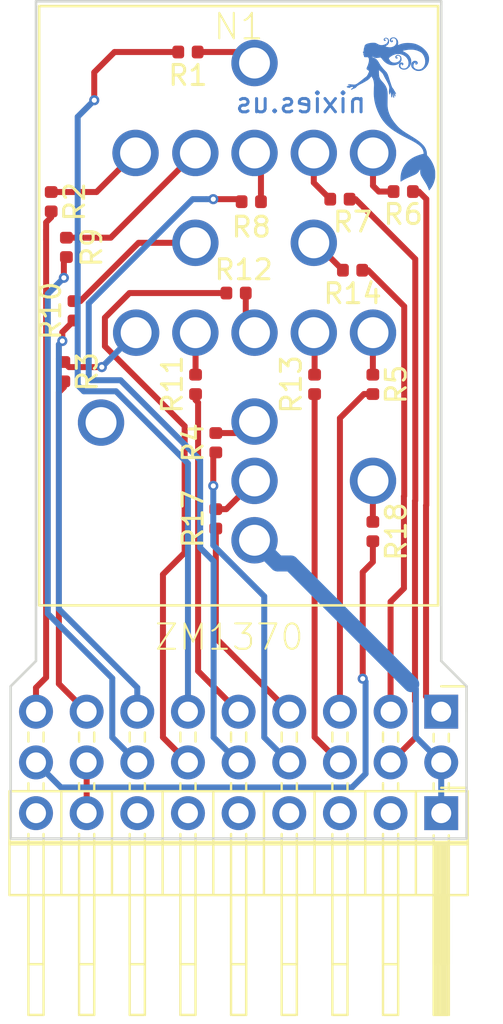
<source format=kicad_pcb>
(kicad_pcb (version 20171130) (host pcbnew "(5.1.5)-3")

  (general
    (thickness 1.6002)
    (drawings 10)
    (tracks 156)
    (zones 0)
    (modules 21)
    (nets 43)
  )

  (page A4)
  (layers
    (0 F.Cu signal)
    (31 B.Cu signal)
    (34 B.Paste user)
    (35 F.Paste user)
    (36 B.SilkS user)
    (37 F.SilkS user)
    (38 B.Mask user)
    (39 F.Mask user)
    (40 Dwgs.User user)
    (44 Edge.Cuts user)
    (45 Margin user)
    (46 B.CrtYd user)
    (47 F.CrtYd user)
  )

  (setup
    (last_trace_width 0.3)
    (user_trace_width 0.1524)
    (user_trace_width 0.2)
    (user_trace_width 0.25)
    (user_trace_width 0.3)
    (user_trace_width 0.4)
    (user_trace_width 0.5)
    (user_trace_width 0.6)
    (user_trace_width 0.8)
    (trace_clearance 0.254)
    (zone_clearance 0.1524)
    (zone_45_only no)
    (trace_min 0.1524)
    (via_size 0.508)
    (via_drill 0.254)
    (via_min_size 0.508)
    (via_min_drill 0.254)
    (uvia_size 0.508)
    (uvia_drill 0.127)
    (uvias_allowed no)
    (uvia_min_size 0.508)
    (uvia_min_drill 0.127)
    (edge_width 0.127)
    (segment_width 0.127)
    (pcb_text_width 0.127)
    (pcb_text_size 0.6 0.6)
    (mod_edge_width 0.127)
    (mod_text_size 0.6 0.6)
    (mod_text_width 0.127)
    (pad_size 1.524 1.524)
    (pad_drill 0.762)
    (pad_to_mask_clearance 0.05)
    (solder_mask_min_width 0.1)
    (pad_to_paste_clearance -0.04)
    (aux_axis_origin 0 0)
    (visible_elements 7FFFFFFF)
    (pcbplotparams
      (layerselection 0x3ffff_80000001)
      (usegerberextensions true)
      (usegerberattributes true)
      (usegerberadvancedattributes false)
      (creategerberjobfile false)
      (excludeedgelayer true)
      (linewidth 0.127000)
      (plotframeref false)
      (viasonmask false)
      (mode 1)
      (useauxorigin false)
      (hpglpennumber 1)
      (hpglpenspeed 20)
      (hpglpendiameter 15.000000)
      (psnegative false)
      (psa4output false)
      (plotreference true)
      (plotvalue true)
      (plotinvisibletext false)
      (padsonsilk false)
      (subtractmaskfromsilk false)
      (outputformat 1)
      (mirror false)
      (drillshape 0)
      (scaleselection 1)
      (outputdirectory "CAM/"))
  )

  (net 0 "")
  (net 1 +5V)
  (net 2 /Din)
  (net 3 "Net-(J1-Pad7)")
  (net 4 "Net-(J1-Pad6)")
  (net 5 "Net-(J1-Pad5)")
  (net 6 "Net-(J1-Pad4)")
  (net 7 "Net-(J1-Pad3)")
  (net 8 "Net-(J1-Pad2)")
  (net 9 /Anode)
  (net 10 GND)
  (net 11 /HV13)
  (net 12 /HV14)
  (net 13 /HV7)
  (net 14 /HV1)
  (net 15 /HV8)
  (net 16 /HV2)
  (net 17 /HV9)
  (net 18 /HV3)
  (net 19 /HV10)
  (net 20 /HV4)
  (net 21 /HV11)
  (net 22 /HV5)
  (net 23 /HV12)
  (net 24 /HV6)
  (net 25 /HV15)
  (net 26 "Net-(N1-Pad18)")
  (net 27 "Net-(N1-Pad17)")
  (net 28 "Net-(N1-Pad15)")
  (net 29 "Net-(N1-Pad14)")
  (net 30 "Net-(N1-Pad13)")
  (net 31 "Net-(N1-Pad12)")
  (net 32 "Net-(N1-Pad11)")
  (net 33 "Net-(N1-Pad10)")
  (net 34 "Net-(N1-Pad9)")
  (net 35 "Net-(N1-Pad8)")
  (net 36 "Net-(N1-Pad7)")
  (net 37 "Net-(N1-Pad6)")
  (net 38 "Net-(N1-Pad5)")
  (net 39 "Net-(N1-Pad4)")
  (net 40 "Net-(N1-Pad3)")
  (net 41 "Net-(N1-Pad2)")
  (net 42 "Net-(N1-Pad1)")

  (net_class Default "Imperial - this is the standard class"
    (clearance 0.254)
    (trace_width 0.254)
    (via_dia 0.508)
    (via_drill 0.254)
    (uvia_dia 0.508)
    (uvia_drill 0.127)
    (add_net +5V)
    (add_net /Anode)
    (add_net /Din)
    (add_net /HV1)
    (add_net /HV10)
    (add_net /HV11)
    (add_net /HV12)
    (add_net /HV13)
    (add_net /HV14)
    (add_net /HV15)
    (add_net /HV2)
    (add_net /HV3)
    (add_net /HV4)
    (add_net /HV5)
    (add_net /HV6)
    (add_net /HV7)
    (add_net /HV8)
    (add_net /HV9)
    (add_net GND)
    (add_net "Net-(J1-Pad2)")
    (add_net "Net-(J1-Pad3)")
    (add_net "Net-(J1-Pad4)")
    (add_net "Net-(J1-Pad5)")
    (add_net "Net-(J1-Pad6)")
    (add_net "Net-(J1-Pad7)")
    (add_net "Net-(N1-Pad1)")
    (add_net "Net-(N1-Pad10)")
    (add_net "Net-(N1-Pad11)")
    (add_net "Net-(N1-Pad12)")
    (add_net "Net-(N1-Pad13)")
    (add_net "Net-(N1-Pad14)")
    (add_net "Net-(N1-Pad15)")
    (add_net "Net-(N1-Pad17)")
    (add_net "Net-(N1-Pad18)")
    (add_net "Net-(N1-Pad2)")
    (add_net "Net-(N1-Pad3)")
    (add_net "Net-(N1-Pad4)")
    (add_net "Net-(N1-Pad5)")
    (add_net "Net-(N1-Pad6)")
    (add_net "Net-(N1-Pad7)")
    (add_net "Net-(N1-Pad8)")
    (add_net "Net-(N1-Pad9)")
  )

  (net_class 0.2mm ""
    (clearance 0.2)
    (trace_width 0.2)
    (via_dia 0.508)
    (via_drill 0.254)
    (uvia_dia 0.508)
    (uvia_drill 0.127)
  )

  (net_class Minimal ""
    (clearance 0.1524)
    (trace_width 0.1524)
    (via_dia 0.508)
    (via_drill 0.254)
    (uvia_dia 0.508)
    (uvia_drill 0.127)
  )

  (module logos:mermaid_l (layer B.Cu) (tedit 5E781EF9) (tstamp 5E7AD1BF)
    (at 160.147 91.948 180)
    (fp_text reference G*** (at 0 0 180) (layer B.SilkS) hide
      (effects (font (size 1.524 1.524) (thickness 0.3)) (justify mirror))
    )
    (fp_text value LOGO (at 0.75 0 180) (layer B.SilkS) hide
      (effects (font (size 1.524 1.524) (thickness 0.3)) (justify mirror))
    )
    (fp_poly (pts (xy 0.016811 3.773536) (xy 0.035492 3.771585) (xy 0.039687 3.770741) (xy 0.079417 3.757244)
      (xy 0.111324 3.737775) (xy 0.124832 3.725513) (xy 0.142677 3.704599) (xy 0.153161 3.684612)
      (xy 0.15793 3.661447) (xy 0.15875 3.64097) (xy 0.158058 3.61993) (xy 0.155124 3.604749)
      (xy 0.148654 3.590748) (xy 0.141938 3.580059) (xy 0.122141 3.557766) (xy 0.098998 3.544256)
      (xy 0.074141 3.539962) (xy 0.049199 3.545313) (xy 0.036501 3.55221) (xy 0.025568 3.560763)
      (xy 0.019906 3.570026) (xy 0.017449 3.584153) (xy 0.016932 3.59157) (xy 0.016648 3.608477)
      (xy 0.018904 3.618133) (xy 0.024587 3.623743) (xy 0.026084 3.624592) (xy 0.039465 3.627784)
      (xy 0.050441 3.626922) (xy 0.059967 3.622881) (xy 0.061919 3.615123) (xy 0.060823 3.608777)
      (xy 0.060289 3.596153) (xy 0.064906 3.590901) (xy 0.073078 3.592235) (xy 0.083211 3.599369)
      (xy 0.093713 3.61152) (xy 0.102989 3.6279) (xy 0.103896 3.629997) (xy 0.108418 3.643365)
      (xy 0.108287 3.6547) (xy 0.103467 3.669685) (xy 0.087643 3.698859) (xy 0.064252 3.721926)
      (xy 0.050164 3.731216) (xy 0.036916 3.737802) (xy 0.022748 3.741623) (xy 0.004134 3.743365)
      (xy -0.014288 3.743716) (xy -0.040147 3.742911) (xy -0.057394 3.740394) (xy -0.064294 3.73724)
      (xy -0.073648 3.731439) (xy -0.077728 3.730626) (xy -0.088165 3.726605) (xy -0.102163 3.716065)
      (xy -0.117406 3.701291) (xy -0.131579 3.684564) (xy -0.142367 3.668169) (xy -0.143717 3.665542)
      (xy -0.151883 3.648712) (xy -0.159332 3.633251) (xy -0.163088 3.620111) (xy -0.165384 3.598867)
      (xy -0.16631 3.568514) (xy -0.166318 3.553876) (xy -0.166026 3.5265) (xy -0.165145 3.506715)
      (xy -0.163111 3.491529) (xy -0.159359 3.477949) (xy -0.153324 3.462983) (xy -0.14625 3.447521)
      (xy -0.121753 3.405235) (xy -0.0903 3.36927) (xy -0.051325 3.33924) (xy -0.004264 3.314759)
      (xy 0.051447 3.295441) (xy 0.089958 3.28602) (xy 0.119366 3.282227) (xy 0.156195 3.281263)
      (xy 0.197719 3.282946) (xy 0.241212 3.28709) (xy 0.283951 3.293513) (xy 0.321687 3.301638)
      (xy 0.342155 3.307861) (xy 0.360849 3.315263) (xy 0.376278 3.322945) (xy 0.386953 3.330006)
      (xy 0.391385 3.335547) (xy 0.388082 3.338667) (xy 0.383597 3.339042) (xy 0.373649 3.342219)
      (xy 0.357833 3.350734) (xy 0.338335 3.36306) (xy 0.317344 3.377673) (xy 0.297047 3.393046)
      (xy 0.279632 3.407655) (xy 0.267286 3.419973) (xy 0.26692 3.420407) (xy 0.246827 3.446164)
      (xy 0.232225 3.469838) (xy 0.221889 3.494463) (xy 0.214597 3.523071) (xy 0.209127 3.558694)
      (xy 0.208269 3.565849) (xy 0.208225 3.599519) (xy 0.214696 3.635439) (xy 0.226608 3.670269)
      (xy 0.242885 3.700666) (xy 0.257355 3.718587) (xy 0.284712 3.739246) (xy 0.316451 3.752322)
      (xy 0.350326 3.757709) (xy 0.384089 3.755304) (xy 0.415495 3.745003) (xy 0.441854 3.727116)
      (xy 0.456743 3.708989) (xy 0.464158 3.687733) (xy 0.465666 3.667574) (xy 0.46447 3.649678)
      (xy 0.459418 3.636679) (xy 0.44831 3.623019) (xy 0.447843 3.622523) (xy 0.432662 3.60928)
      (xy 0.418526 3.60395) (xy 0.413448 3.603625) (xy 0.394908 3.608269) (xy 0.381565 3.620647)
      (xy 0.375782 3.638431) (xy 0.375708 3.640833) (xy 0.378805 3.655072) (xy 0.386689 3.660815)
      (xy 0.397247 3.657238) (xy 0.40302 3.65151) (xy 0.411119 3.643576) (xy 0.417703 3.64383)
      (xy 0.420717 3.645984) (xy 0.426691 3.656909) (xy 0.428309 3.673525) (xy 0.425542 3.691863)
      (xy 0.421138 3.703294) (xy 0.410709 3.716673) (xy 0.399156 3.725521) (xy 0.381042 3.731036)
      (xy 0.358057 3.732598) (xy 0.335132 3.730244) (xy 0.318905 3.724949) (xy 0.298369 3.711409)
      (xy 0.278961 3.693672) (xy 0.264484 3.675356) (xy 0.26187 3.670693) (xy 0.258107 3.658302)
      (xy 0.255508 3.640465) (xy 0.254155 3.620218) (xy 0.254128 3.6006) (xy 0.25551 3.584648)
      (xy 0.258381 3.5754) (xy 0.259291 3.574521) (xy 0.263387 3.567227) (xy 0.264583 3.558334)
      (xy 0.266434 3.54854) (xy 0.269875 3.545417) (xy 0.274956 3.541344) (xy 0.275166 3.539772)
      (xy 0.278369 3.532005) (xy 0.286651 3.519125) (xy 0.298022 3.503894) (xy 0.310492 3.489074)
      (xy 0.315691 3.483521) (xy 0.332808 3.469181) (xy 0.356966 3.453086) (xy 0.385192 3.436898)
      (xy 0.41451 3.422278) (xy 0.441945 3.410886) (xy 0.451563 3.407656) (xy 0.513508 3.39253)
      (xy 0.572008 3.386659) (xy 0.6285 3.390216) (xy 0.684423 3.403376) (xy 0.741216 3.42631)
      (xy 0.78052 3.447259) (xy 0.817352 3.46804) (xy 0.848125 3.483558) (xy 0.875501 3.494552)
      (xy 0.902139 3.501759) (xy 0.9307 3.505917) (xy 0.963843 3.507764) (xy 0.999762 3.50806)
      (xy 1.029829 3.507596) (xy 1.058475 3.506543) (xy 1.08289 3.505047) (xy 1.100268 3.50325)
      (xy 1.103312 3.502746) (xy 1.124251 3.498943) (xy 1.148566 3.494739) (xy 1.16152 3.492588)
      (xy 1.183437 3.488718) (xy 1.205109 3.484407) (xy 1.21576 3.482026) (xy 1.242534 3.475574)
      (xy 1.261268 3.470981) (xy 1.27422 3.467665) (xy 1.283649 3.465044) (xy 1.29181 3.462534)
      (xy 1.293812 3.46189) (xy 1.330054 3.447173) (xy 1.362613 3.428217) (xy 1.390124 3.406284)
      (xy 1.411222 3.382636) (xy 1.42454 3.358536) (xy 1.428749 3.337087) (xy 1.430965 3.31796)
      (xy 1.436932 3.293293) (xy 1.445634 3.266996) (xy 1.4496 3.257021) (xy 1.460028 3.223921)
      (xy 1.465344 3.188889) (xy 1.465701 3.173183) (xy 1.465206 3.152449) (xy 1.465622 3.140318)
      (xy 1.467505 3.134815) (xy 1.471411 3.133966) (xy 1.476375 3.135313) (xy 1.485246 3.136563)
      (xy 1.485546 3.132317) (xy 1.477379 3.123141) (xy 1.473497 3.119686) (xy 1.464568 3.110292)
      (xy 1.463129 3.101507) (xy 1.465406 3.093994) (xy 1.472998 3.082438) (xy 1.485846 3.06985)
      (xy 1.491895 3.065257) (xy 1.507592 3.051442) (xy 1.513053 3.038041) (xy 1.508312 3.023896)
      (xy 1.493572 3.007997) (xy 1.481954 2.996879) (xy 1.477871 2.989625) (xy 1.480148 2.984092)
      (xy 1.480343 2.983889) (xy 1.48489 2.973373) (xy 1.486712 2.956585) (xy 1.485771 2.93749)
      (xy 1.482027 2.920051) (xy 1.481007 2.917281) (xy 1.468042 2.883178) (xy 1.459777 2.85676)
      (xy 1.455764 2.836468) (xy 1.455208 2.827306) (xy 1.451635 2.812089) (xy 1.440656 2.801224)
      (xy 1.433744 2.797314) (xy 1.425278 2.794661) (xy 1.41333 2.793085) (xy 1.395971 2.79241)
      (xy 1.371273 2.792457) (xy 1.349375 2.792809) (xy 1.31873 2.793255) (xy 1.296659 2.793112)
      (xy 1.281157 2.792186) (xy 1.270221 2.790279) (xy 1.261849 2.787196) (xy 1.255447 2.783626)
      (xy 1.244268 2.774775) (xy 1.238474 2.766405) (xy 1.23825 2.764974) (xy 1.235863 2.757876)
      (xy 1.233805 2.756959) (xy 1.229201 2.752098) (xy 1.223916 2.739092) (xy 1.218503 2.720308)
      (xy 1.213515 2.698112) (xy 1.209506 2.674871) (xy 1.207028 2.652951) (xy 1.2065 2.640132)
      (xy 1.207874 2.614203) (xy 1.211589 2.582523) (xy 1.217032 2.549504) (xy 1.222776 2.522803)
      (xy 1.235661 2.473043) (xy 1.247332 2.433315) (xy 1.257929 2.403156) (xy 1.259293 2.399771)
      (xy 1.264013 2.387513) (xy 1.269636 2.371955) (xy 1.270086 2.370667) (xy 1.278721 2.347809)
      (xy 1.289907 2.322021) (xy 1.304888 2.290463) (xy 1.308378 2.283355) (xy 1.317963 2.259043)
      (xy 1.323702 2.234224) (xy 1.325348 2.211548) (xy 1.322652 2.19366) (xy 1.317561 2.184909)
      (xy 1.307186 2.176016) (xy 1.292853 2.165074) (xy 1.277255 2.153968) (xy 1.263087 2.144581)
      (xy 1.253044 2.138797) (xy 1.250232 2.137834) (xy 1.242386 2.13401) (xy 1.231208 2.124466)
      (xy 1.219519 2.11209) (xy 1.21014 2.099773) (xy 1.206613 2.093154) (xy 1.204218 2.073293)
      (xy 1.210459 2.048342) (xy 1.211685 2.04523) (xy 1.220793 2.023791) (xy 1.23213 1.998543)
      (xy 1.244765 1.971403) (xy 1.257766 1.944284) (xy 1.270202 1.9191) (xy 1.281142 1.897767)
      (xy 1.289653 1.882198) (xy 1.294804 1.874308) (xy 1.294911 1.874195) (xy 1.300737 1.866426)
      (xy 1.30175 1.863411) (xy 1.305702 1.855954) (xy 1.316422 1.843726) (xy 1.332206 1.828296)
      (xy 1.351351 1.811235) (xy 1.372151 1.794113) (xy 1.392903 1.778501) (xy 1.397 1.775628)
      (xy 1.412481 1.764474) (xy 1.432822 1.749179) (xy 1.456251 1.731147) (xy 1.480994 1.711783)
      (xy 1.505277 1.692489) (xy 1.527327 1.674669) (xy 1.54537 1.659728) (xy 1.557633 1.649068)
      (xy 1.561041 1.645785) (xy 1.566531 1.641261) (xy 1.577559 1.632846) (xy 1.584854 1.62743)
      (xy 1.599074 1.616479) (xy 1.610642 1.606732) (xy 1.613958 1.603563) (xy 1.621166 1.597319)
      (xy 1.63503 1.586326) (xy 1.653625 1.57203) (xy 1.675029 1.555881) (xy 1.697317 1.539326)
      (xy 1.718566 1.523814) (xy 1.736854 1.510793) (xy 1.740958 1.507944) (xy 1.75542 1.497422)
      (xy 1.767734 1.487559) (xy 1.769672 1.48584) (xy 1.781335 1.477351) (xy 1.789516 1.473434)
      (xy 1.797549 1.469117) (xy 1.799166 1.466423) (xy 1.803588 1.462135) (xy 1.814535 1.456503)
      (xy 1.817687 1.455209) (xy 1.829662 1.449593) (xy 1.835937 1.444862) (xy 1.836208 1.4441)
      (xy 1.840779 1.440501) (xy 1.852852 1.434525) (xy 1.869967 1.42737) (xy 1.872824 1.426267)
      (xy 1.88894 1.420424) (xy 1.902804 1.416562) (xy 1.917198 1.414357) (xy 1.934907 1.413483)
      (xy 1.958714 1.413615) (xy 1.977334 1.414048) (xy 2.011477 1.415666) (xy 2.050591 1.418652)
      (xy 2.089221 1.422539) (xy 2.114726 1.425785) (xy 2.14488 1.42989) (xy 2.16751 1.432256)
      (xy 2.18552 1.432964) (xy 2.201812 1.432095) (xy 2.219288 1.429731) (xy 2.224528 1.428856)
      (xy 2.245404 1.424861) (xy 2.257747 1.421152) (xy 2.263552 1.416902) (xy 2.264833 1.412127)
      (xy 2.263508 1.406717) (xy 2.257986 1.403732) (xy 2.245944 1.402491) (xy 2.231409 1.402292)
      (xy 2.207764 1.401303) (xy 2.182238 1.398663) (xy 2.158033 1.394866) (xy 2.138355 1.390404)
      (xy 2.12725 1.386276) (xy 2.123304 1.383434) (xy 2.123829 1.381057) (xy 2.130164 1.378752)
      (xy 2.143652 1.376125) (xy 2.165634 1.37278) (xy 2.180166 1.370725) (xy 2.208747 1.366286)
      (xy 2.230983 1.361492) (xy 2.251087 1.355226) (xy 2.27327 1.34637) (xy 2.275416 1.345449)
      (xy 2.291879 1.337058) (xy 2.307873 1.326809) (xy 2.32072 1.316668) (xy 2.327745 1.308602)
      (xy 2.328333 1.306591) (xy 2.323743 1.304335) (xy 2.312281 1.304011) (xy 2.297402 1.305252)
      (xy 2.282566 1.307694) (xy 2.271229 1.31097) (xy 2.267743 1.312991) (xy 2.258675 1.31683)
      (xy 2.251604 1.317626) (xy 2.239817 1.320172) (xy 2.234786 1.323331) (xy 2.225761 1.326846)
      (xy 2.213884 1.326984) (xy 2.204136 1.325219) (xy 2.204029 1.323129) (xy 2.20927 1.320799)
      (xy 2.23606 1.310129) (xy 2.25511 1.301894) (xy 2.268643 1.294964) (xy 2.278885 1.288209)
      (xy 2.287322 1.281169) (xy 2.296853 1.2715) (xy 2.301715 1.264499) (xy 2.301875 1.263719)
      (xy 2.297454 1.259587) (xy 2.285098 1.260225) (xy 2.266162 1.265338) (xy 2.242005 1.274631)
      (xy 2.232778 1.27872) (xy 2.210862 1.287938) (xy 2.195226 1.292907) (xy 2.186673 1.293593)
      (xy 2.186011 1.289959) (xy 2.194044 1.28197) (xy 2.19612 1.28034) (xy 2.207237 1.273141)
      (xy 2.215319 1.270118) (xy 2.221801 1.265714) (xy 2.226876 1.256324) (xy 2.227791 1.251047)
      (xy 2.223516 1.248302) (xy 2.212505 1.249392) (xy 2.197482 1.253408) (xy 2.181171 1.259436)
      (xy 2.166296 1.266566) (xy 2.15558 1.273887) (xy 2.153708 1.275833) (xy 2.146702 1.280288)
      (xy 2.132687 1.286789) (xy 2.114695 1.294037) (xy 2.095756 1.300732) (xy 2.095124 1.300937)
      (xy 2.07869 1.304461) (xy 2.057774 1.306667) (xy 2.046312 1.307042) (xy 2.028903 1.306558)
      (xy 2.018807 1.304253) (xy 2.012768 1.298853) (xy 2.009183 1.29249) (xy 2.005287 1.278785)
      (xy 2.008579 1.265874) (xy 2.019902 1.252443) (xy 2.040101 1.237179) (xy 2.048014 1.232048)
      (xy 2.069352 1.218173) (xy 2.083328 1.207722) (xy 2.091758 1.198848) (xy 2.096459 1.189706)
      (xy 2.098878 1.180349) (xy 2.099775 1.168122) (xy 2.095521 1.163627) (xy 2.094838 1.16354)
      (xy 2.077123 1.165005) (xy 2.064663 1.173081) (xy 2.054291 1.180457) (xy 2.036679 1.190046)
      (xy 2.014573 1.20055) (xy 1.990717 1.210671) (xy 1.967857 1.219114) (xy 1.965854 1.219776)
      (xy 1.928101 1.233609) (xy 1.898307 1.248381) (xy 1.87387 1.26573) (xy 1.852189 1.287294)
      (xy 1.844908 1.29597) (xy 1.82922 1.314316) (xy 1.813605 1.330793) (xy 1.80082 1.342542)
      (xy 1.797992 1.344686) (xy 1.786309 1.353213) (xy 1.778836 1.359346) (xy 1.778 1.360236)
      (xy 1.771224 1.365606) (xy 1.75693 1.374794) (xy 1.736985 1.386729) (xy 1.713259 1.400343)
      (xy 1.687619 1.414565) (xy 1.661936 1.428326) (xy 1.638076 1.440557) (xy 1.635125 1.442019)
      (xy 1.587553 1.46584) (xy 1.546283 1.487396) (xy 1.507857 1.50852) (xy 1.481666 1.52353)
      (xy 1.464862 1.532936) (xy 1.450648 1.540248) (xy 1.443302 1.543429) (xy 1.435482 1.548118)
      (xy 1.434041 1.551076) (xy 1.429946 1.555562) (xy 1.42835 1.55575) (xy 1.421455 1.558368)
      (xy 1.407463 1.565519) (xy 1.388265 1.576151) (xy 1.365753 1.589212) (xy 1.341819 1.60365)
      (xy 1.338081 1.605957) (xy 1.328838 1.611626) (xy 1.314356 1.620452) (xy 1.303686 1.626934)
      (xy 1.289183 1.635949) (xy 1.278713 1.64286) (xy 1.275291 1.645485) (xy 1.269816 1.650117)
      (xy 1.258818 1.65865) (xy 1.251479 1.66417) (xy 1.234056 1.677274) (xy 1.220686 1.687881)
      (xy 1.208649 1.698391) (xy 1.195222 1.711206) (xy 1.177684 1.728725) (xy 1.173427 1.733021)
      (xy 1.154691 1.753203) (xy 1.136473 1.774958) (xy 1.121826 1.794574) (xy 1.117957 1.80049)
      (xy 1.107458 1.815879) (xy 1.098096 1.826821) (xy 1.091977 1.830917) (xy 1.085418 1.828569)
      (xy 1.084785 1.826948) (xy 1.081627 1.820717) (xy 1.073818 1.810294) (xy 1.071556 1.807605)
      (xy 1.063024 1.796859) (xy 1.058535 1.789598) (xy 1.058333 1.788759) (xy 1.055116 1.78268)
      (xy 1.048847 1.77503) (xy 1.038358 1.760344) (xy 1.026121 1.737991) (xy 1.013216 1.710506)
      (xy 1.00072 1.680421) (xy 0.989714 1.650268) (xy 0.981275 1.622581) (xy 0.977986 1.608667)
      (xy 0.968972 1.562362) (xy 0.962328 1.523365) (xy 0.95779 1.488735) (xy 0.955093 1.45553)
      (xy 0.953972 1.420809) (xy 0.954162 1.38163) (xy 0.954874 1.352021) (xy 0.955956 1.318336)
      (xy 0.957154 1.287144) (xy 0.958377 1.260422) (xy 0.959534 1.240144) (xy 0.960534 1.228284)
      (xy 0.960617 1.227667) (xy 0.961429 1.217554) (xy 0.962358 1.198447) (xy 0.96335 1.171939)
      (xy 0.964353 1.139617) (xy 0.96531 1.103071) (xy 0.96617 1.063891) (xy 0.966176 1.063625)
      (xy 0.966988 1.016579) (xy 0.967314 0.977779) (xy 0.967075 0.9449) (xy 0.96619 0.915612)
      (xy 0.964579 0.887587) (xy 0.962164 0.858498) (xy 0.958863 0.826017) (xy 0.95765 0.814917)
      (xy 0.951084 0.75682) (xy 0.945176 0.707679) (xy 0.939682 0.665903) (xy 0.934356 0.629902)
      (xy 0.928956 0.598088) (xy 0.923235 0.56887) (xy 0.916949 0.54066) (xy 0.912885 0.523875)
      (xy 0.906794 0.498662) (xy 0.901413 0.475129) (xy 0.897462 0.456489) (xy 0.895973 0.44834)
      (xy 0.892856 0.434708) (xy 0.889085 0.426281) (xy 0.888285 0.425538) (xy 0.884592 0.418555)
      (xy 0.883669 0.411115) (xy 0.882028 0.401383) (xy 0.877635 0.38436) (xy 0.871226 0.362746)
      (xy 0.866028 0.346605) (xy 0.857767 0.321534) (xy 0.84996 0.297435) (xy 0.843739 0.277819)
      (xy 0.841302 0.269875) (xy 0.836378 0.25453) (xy 0.832191 0.243342) (xy 0.830942 0.240771)
      (xy 0.827336 0.232696) (xy 0.822295 0.21902) (xy 0.820702 0.214313) (xy 0.81395 0.195276)
      (xy 0.806669 0.176625) (xy 0.80583 0.174625) (xy 0.798972 0.158321) (xy 0.792944 0.14374)
      (xy 0.792593 0.142875) (xy 0.786649 0.129107) (xy 0.782549 0.120458) (xy 0.778574 0.110063)
      (xy 0.777875 0.105842) (xy 0.775639 0.099184) (xy 0.769428 0.084596) (xy 0.759982 0.063622)
      (xy 0.748042 0.037806) (xy 0.734349 0.008691) (xy 0.719644 -0.022178) (xy 0.704668 -0.053257)
      (xy 0.690162 -0.083002) (xy 0.676867 -0.10987) (xy 0.665523 -0.132316) (xy 0.656873 -0.148797)
      (xy 0.651656 -0.157769) (xy 0.650888 -0.15875) (xy 0.64704 -0.164585) (xy 0.640139 -0.176579)
      (xy 0.635415 -0.185208) (xy 0.622667 -0.207639) (xy 0.605809 -0.235506) (xy 0.586295 -0.266573)
      (xy 0.565581 -0.298607) (xy 0.545121 -0.329373) (xy 0.52637 -0.356639) (xy 0.510784 -0.378168)
      (xy 0.504464 -0.386291) (xy 0.49882 -0.393433) (xy 0.48822 -0.406992) (xy 0.474188 -0.425014)
      (xy 0.458423 -0.445321) (xy 0.386268 -0.531586) (xy 0.305323 -0.615902) (xy 0.217382 -0.696433)
      (xy 0.193138 -0.716902) (xy 0.177764 -0.729736) (xy 0.165728 -0.739925) (xy 0.159212 -0.745619)
      (xy 0.15875 -0.74607) (xy 0.15364 -0.750212) (xy 0.141905 -0.75919) (xy 0.125441 -0.771566)
      (xy 0.111125 -0.782215) (xy 0.091503 -0.796811) (xy 0.074346 -0.809688) (xy 0.061903 -0.819151)
      (xy 0.057234 -0.822811) (xy 0.046348 -0.830914) (xy 0.033422 -0.839659) (xy 0.019429 -0.849492)
      (xy 0.008262 -0.85853) (xy -0.00115 -0.865562) (xy -0.006772 -0.867833) (xy -0.013177 -0.871028)
      (xy -0.024494 -0.879231) (xy -0.033185 -0.886354) (xy -0.046046 -0.896711) (xy -0.055853 -0.903433)
      (xy -0.059243 -0.904875) (xy -0.065136 -0.907527) (xy -0.076973 -0.9143) (xy -0.09191 -0.923419)
      (xy -0.107104 -0.933106) (xy -0.119711 -0.941585) (xy -0.126887 -0.947081) (xy -0.127 -0.947193)
      (xy -0.133129 -0.951521) (xy -0.142875 -0.957378) (xy -0.152011 -0.962765) (xy -0.168175 -0.972485)
      (xy -0.189376 -0.985333) (xy -0.213623 -1.000104) (xy -0.223801 -1.006326) (xy -0.247553 -1.020777)
      (xy -0.267952 -1.033032) (xy -0.283378 -1.04213) (xy -0.292207 -1.047106) (xy -0.293632 -1.04775)
      (xy -0.298902 -1.050229) (xy -0.310818 -1.056768) (xy -0.326931 -1.066017) (xy -0.328991 -1.067222)
      (xy -0.356603 -1.083148) (xy -0.386048 -1.099703) (xy -0.414493 -1.115327) (xy -0.439106 -1.128464)
      (xy -0.455084 -1.136599) (xy -0.467632 -1.14309) (xy -0.475484 -1.147821) (xy -0.47625 -1.148468)
      (xy -0.481786 -1.151903) (xy -0.494692 -1.158989) (xy -0.512891 -1.168607) (xy -0.529167 -1.177013)
      (xy -0.578322 -1.202179) (xy -0.622845 -1.225001) (xy -0.661951 -1.245075) (xy -0.694854 -1.261998)
      (xy -0.720769 -1.275365) (xy -0.73891 -1.284772) (xy -0.748492 -1.289816) (xy -0.748968 -1.290075)
      (xy -0.758048 -1.294813) (xy -0.773987 -1.302904) (xy -0.794153 -1.313017) (xy -0.80698 -1.3194)
      (xy -0.881231 -1.35675) (xy -0.94652 -1.390707) (xy -1.003734 -1.421745) (xy -1.05376 -1.450342)
      (xy -1.076855 -1.464177) (xy -1.090458 -1.471801) (xy -1.098021 -1.475597) (xy -1.105412 -1.479911)
      (xy -1.119579 -1.488876) (xy -1.138874 -1.501392) (xy -1.161647 -1.516359) (xy -1.18625 -1.532677)
      (xy -1.211035 -1.549246) (xy -1.234352 -1.564966) (xy -1.254552 -1.578737) (xy -1.269988 -1.58946)
      (xy -1.279009 -1.596033) (xy -1.280584 -1.5974) (xy -1.28583 -1.602217) (xy -1.296881 -1.611472)
      (xy -1.309688 -1.621833) (xy -1.369914 -1.675393) (xy -1.421218 -1.732685) (xy -1.463288 -1.79318)
      (xy -1.495811 -1.856346) (xy -1.518476 -1.921651) (xy -1.530971 -1.988566) (xy -1.532115 -2.00072)
      (xy -1.533533 -2.021291) (xy -1.533389 -2.03401) (xy -1.531178 -2.041555) (xy -1.526396 -2.046606)
      (xy -1.523028 -2.048937) (xy -1.508982 -2.055507) (xy -1.492365 -2.060056) (xy -1.492229 -2.060079)
      (xy -1.452691 -2.067475) (xy -1.418964 -2.075738) (xy -1.394355 -2.083271) (xy -1.372487 -2.090356)
      (xy -1.346337 -2.098616) (xy -1.322917 -2.10585) (xy -1.302468 -2.112199) (xy -1.284909 -2.117877)
      (xy -1.273608 -2.12179) (xy -1.272646 -2.122164) (xy -1.262724 -2.125949) (xy -1.246121 -2.132103)
      (xy -1.226116 -2.139411) (xy -1.222375 -2.140766) (xy -1.203039 -2.148094) (xy -1.187481 -2.154598)
      (xy -1.178496 -2.159093) (xy -1.177661 -2.159711) (xy -1.168071 -2.163984) (xy -1.164987 -2.164291)
      (xy -1.156849 -2.166561) (xy -1.141251 -2.172762) (xy -1.120145 -2.181983) (xy -1.095482 -2.193313)
      (xy -1.069213 -2.20584) (xy -1.043289 -2.218653) (xy -1.019661 -2.230841) (xy -1.002771 -2.240067)
      (xy -0.979183 -2.253619) (xy -0.954406 -2.268128) (xy -0.930964 -2.28209) (xy -0.911386 -2.293997)
      (xy -0.898196 -2.302344) (xy -0.897227 -2.302991) (xy -0.84537 -2.340492) (xy -0.792658 -2.383257)
      (xy -0.741528 -2.42907) (xy -0.694416 -2.475712) (xy -0.653759 -2.520968) (xy -0.642579 -2.534708)
      (xy -0.628634 -2.552018) (xy -0.616971 -2.565902) (xy -0.609232 -2.574434) (xy -0.607219 -2.576159)
      (xy -0.603295 -2.582213) (xy -0.60325 -2.582995) (xy -0.599953 -2.59017) (xy -0.592419 -2.599694)
      (xy -0.584795 -2.609595) (xy -0.573492 -2.626331) (xy -0.559985 -2.647494) (xy -0.545751 -2.670677)
      (xy -0.532266 -2.693472) (xy -0.521004 -2.713471) (xy -0.513442 -2.728265) (xy -0.512956 -2.729342)
      (xy -0.506925 -2.740667) (xy -0.501953 -2.746251) (xy -0.501417 -2.746375) (xy -0.497764 -2.750622)
      (xy -0.497417 -2.753524) (xy -0.495063 -2.76201) (xy -0.489037 -2.775934) (xy -0.484188 -2.785554)
      (xy -0.476676 -2.800966) (xy -0.471883 -2.81327) (xy -0.470959 -2.817651) (xy -0.468504 -2.82541)
      (xy -0.46699 -2.826631) (xy -0.463351 -2.832354) (xy -0.457475 -2.846051) (xy -0.450118 -2.865545)
      (xy -0.442034 -2.888659) (xy -0.433976 -2.913215) (xy -0.4267 -2.937036) (xy -0.420958 -2.957944)
      (xy -0.419645 -2.963333) (xy -0.414816 -2.982772) (xy -0.410227 -2.999259) (xy -0.40721 -3.008312)
      (xy -0.403349 -3.020934) (xy -0.400065 -3.036847) (xy -0.399977 -3.037416) (xy -0.397973 -3.049953)
      (xy -0.394675 -3.070065) (xy -0.390554 -3.094892) (xy -0.386442 -3.119437) (xy -0.382507 -3.145522)
      (xy -0.379552 -3.172135) (xy -0.377442 -3.20146) (xy -0.376041 -3.23568) (xy -0.375217 -3.276977)
      (xy -0.374941 -3.306237) (xy -0.374907 -3.341428) (xy -0.375253 -3.373114) (xy -0.375932 -3.399753)
      (xy -0.376895 -3.4198) (xy -0.378095 -3.431711) (xy -0.378888 -3.43429) (xy -0.385103 -3.433466)
      (xy -0.398593 -3.427213) (xy -0.41801 -3.416235) (xy -0.441209 -3.401752) (xy -0.483878 -3.374892)
      (xy -0.526415 -3.34985) (xy -0.571041 -3.325433) (xy -0.619976 -3.30045) (xy -0.67544 -3.27371)
      (xy -0.709084 -3.258031) (xy -0.744498 -3.241758) (xy -0.773275 -3.228687) (xy -0.794644 -3.21916)
      (xy -0.807839 -3.213522) (xy -0.812017 -3.212041) (xy -0.817473 -3.210007) (xy -0.830202 -3.204577)
      (xy -0.847855 -3.196764) (xy -0.855541 -3.193302) (xy -0.87586 -3.184131) (xy -0.893504 -3.176218)
      (xy -0.905456 -3.170914) (xy -0.907521 -3.170016) (xy -0.918356 -3.165316) (xy -0.934412 -3.158299)
      (xy -0.944563 -3.153846) (xy -0.976212 -3.140021) (xy -0.999364 -3.130101) (xy -1.015151 -3.123604)
      (xy -1.018646 -3.12224) (xy -1.034695 -3.115354) (xy -1.057193 -3.104752) (xy -1.083338 -3.091857)
      (xy -1.110325 -3.078089) (xy -1.135352 -3.064868) (xy -1.155614 -3.053616) (xy -1.164167 -3.048495)
      (xy -1.18064 -3.036718) (xy -1.199817 -3.020816) (xy -1.220061 -3.002427) (xy -1.239737 -2.983188)
      (xy -1.257209 -2.964736) (xy -1.27084 -2.948708) (xy -1.278994 -2.936743) (xy -1.280584 -2.931984)
      (xy -1.284494 -2.925639) (xy -1.284991 -2.925409) (xy -1.290019 -2.9202) (xy -1.298403 -2.9087)
      (xy -1.308276 -2.893826) (xy -1.317775 -2.878494) (xy -1.325035 -2.865619) (xy -1.32819 -2.858117)
      (xy -1.328209 -2.857838) (xy -1.332 -2.851529) (xy -1.332427 -2.851326) (xy -1.337013 -2.84591)
      (xy -1.344025 -2.834059) (xy -1.348297 -2.82575) (xy -1.354863 -2.813311) (xy -1.359169 -2.807024)
      (xy -1.360124 -2.807229) (xy -1.360267 -2.814002) (xy -1.360556 -2.829563) (xy -1.360961 -2.852114)
      (xy -1.361448 -2.879861) (xy -1.36193 -2.90777) (xy -1.363484 -2.959059) (xy -1.366614 -3.002125)
      (xy -1.371909 -3.039285) (xy -1.379955 -3.072855) (xy -1.391341 -3.105149) (xy -1.406655 -3.138482)
      (xy -1.426484 -3.175172) (xy -1.432473 -3.185583) (xy -1.441516 -3.200851) (xy -1.454792 -3.222887)
      (xy -1.470945 -3.249473) (xy -1.488616 -3.278392) (xy -1.506447 -3.307427) (xy -1.523079 -3.334361)
      (xy -1.537156 -3.356975) (xy -1.546782 -3.372217) (xy -1.556574 -3.387882) (xy -1.563588 -3.399817)
      (xy -1.566333 -3.405482) (xy -1.566334 -3.405513) (xy -1.569332 -3.411428) (xy -1.571875 -3.414671)
      (xy -1.578955 -3.424037) (xy -1.58836 -3.437955) (xy -1.598309 -3.453578) (xy -1.607021 -3.468061)
      (xy -1.612717 -3.478559) (xy -1.613959 -3.481937) (xy -1.617841 -3.488012) (xy -1.618012 -3.48809)
      (xy -1.62267 -3.49336) (xy -1.6306 -3.505128) (xy -1.640113 -3.520543) (xy -1.649522 -3.536754)
      (xy -1.657137 -3.550911) (xy -1.661271 -3.560162) (xy -1.661584 -3.56167) (xy -1.66483 -3.566534)
      (xy -1.665553 -3.566624) (xy -1.670608 -3.570852) (xy -1.67527 -3.57853) (xy -1.6797 -3.587499)
      (xy -1.687831 -3.603801) (xy -1.698602 -3.625313) (xy -1.710953 -3.649918) (xy -1.714283 -3.656541)
      (xy -1.728714 -3.685357) (xy -1.739369 -3.707018) (xy -1.747301 -3.723791) (xy -1.753561 -3.73794)
      (xy -1.759201 -3.751728) (xy -1.762834 -3.761052) (xy -1.768776 -3.776191) (xy -1.77226 -3.784864)
      (xy -1.776532 -3.796565) (xy -1.782292 -3.813799) (xy -1.786124 -3.825875) (xy -1.794107 -3.850123)
      (xy -1.800605 -3.864974) (xy -1.806629 -3.871317) (xy -1.813196 -3.870039) (xy -1.821317 -3.862026)
      (xy -1.823851 -3.858896) (xy -1.834996 -3.845041) (xy -1.845018 -3.832935) (xy -1.860304 -3.814747)
      (xy -1.871524 -3.80089) (xy -1.881557 -3.787711) (xy -1.892096 -3.773209) (xy -1.901907 -3.758672)
      (xy -1.908513 -3.747198) (xy -1.910292 -3.74234) (xy -1.913744 -3.735549) (xy -1.9147 -3.735034)
      (xy -1.920879 -3.728832) (xy -1.93058 -3.714612) (xy -1.942942 -3.693993) (xy -1.957108 -3.668592)
      (xy -1.972218 -3.640026) (xy -1.987415 -3.609913) (xy -2.001841 -3.579871) (xy -2.014636 -3.551517)
      (xy -2.02375 -3.529541) (xy -2.030337 -3.513335) (xy -2.036097 -3.500143) (xy -2.037835 -3.49654)
      (xy -2.041998 -3.483106) (xy -2.042584 -3.477009) (xy -2.044998 -3.466849) (xy -2.047875 -3.463395)
      (xy -2.052009 -3.456083) (xy -2.053167 -3.44752) (xy -2.054935 -3.436601) (xy -2.057874 -3.432007)
      (xy -2.06186 -3.425217) (xy -2.065111 -3.412716) (xy -2.06525 -3.411851) (xy -2.068334 -3.396797)
      (xy -2.073297 -3.37719) (xy -2.076624 -3.3655) (xy -2.081421 -3.348705) (xy -2.085851 -3.331208)
      (xy -2.090465 -3.310549) (xy -2.095814 -3.284268) (xy -2.102103 -3.251729) (xy -2.104118 -3.235184)
      (xy -2.105738 -3.210034) (xy -2.106964 -3.178127) (xy -2.107796 -3.141317) (xy -2.108236 -3.101454)
      (xy -2.108284 -3.060389) (xy -2.107942 -3.019973) (xy -2.10721 -2.982059) (xy -2.10609 -2.948496)
      (xy -2.104582 -2.921137) (xy -2.102689 -2.901833) (xy -2.101907 -2.897187) (xy -2.097408 -2.875018)
      (xy -2.092897 -2.852736) (xy -2.090653 -2.841625) (xy -2.086154 -2.822216) (xy -2.080107 -2.799624)
      (xy -2.076886 -2.788708) (xy -2.071304 -2.769055) (xy -2.066835 -2.750617) (xy -2.06525 -2.742357)
      (xy -2.062104 -2.729658) (xy -2.058113 -2.722367) (xy -2.057874 -2.722201) (xy -2.054205 -2.715199)
      (xy -2.053167 -2.706687) (xy -2.05117 -2.695606) (xy -2.047875 -2.690812) (xy -2.043441 -2.683353)
      (xy -2.042584 -2.677199) (xy -2.040167 -2.663351) (xy -2.037938 -2.657667) (xy -2.028974 -2.638529)
      (xy -2.021574 -2.620201) (xy -2.016995 -2.605971) (xy -2.016125 -2.600674) (xy -2.013211 -2.593748)
      (xy -2.010834 -2.592916) (xy -2.005838 -2.588784) (xy -2.005542 -2.586757) (xy -2.003029 -2.576598)
      (xy -1.996034 -2.558966) (xy -1.985376 -2.535552) (xy -1.971874 -2.508043) (xy -1.956348 -2.478128)
      (xy -1.939615 -2.447495) (xy -1.928989 -2.428875) (xy -1.917739 -2.409493) (xy -1.907325 -2.391511)
      (xy -1.899972 -2.378766) (xy -1.899878 -2.378604) (xy -1.893802 -2.368895) (xy -1.883596 -2.35347)
      (xy -1.870613 -2.334284) (xy -1.856206 -2.313291) (xy -1.841728 -2.292446) (xy -1.828532 -2.273702)
      (xy -1.817969 -2.259015) (xy -1.811394 -2.250337) (xy -1.810149 -2.248958) (xy -1.805415 -2.243477)
      (xy -1.79682 -2.232467) (xy -1.79131 -2.225145) (xy -1.770344 -2.198459) (xy -1.747083 -2.172196)
      (xy -1.730055 -2.154423) (xy -1.712724 -2.135815) (xy -1.701877 -2.120706) (xy -1.696021 -2.105635)
      (xy -1.693663 -2.087143) (xy -1.693294 -2.069187) (xy -1.691985 -2.037889) (xy -1.688457 -2.002483)
      (xy -1.683224 -1.966327) (xy -1.6768 -1.932777) (xy -1.669697 -1.905193) (xy -1.666961 -1.897062)
      (xy -1.662846 -1.885204) (xy -1.657579 -1.869155) (xy -1.656354 -1.865312) (xy -1.651279 -1.851164)
      (xy -1.643761 -1.832422) (xy -1.634898 -1.811569) (xy -1.62579 -1.791087) (xy -1.617537 -1.773458)
      (xy -1.611237 -1.761167) (xy -1.608328 -1.756833) (xy -1.603622 -1.750578) (xy -1.598123 -1.740958)
      (xy -1.589342 -1.72555) (xy -1.577322 -1.706415) (xy -1.564213 -1.686774) (xy -1.552167 -1.669852)
      (xy -1.543395 -1.658937) (xy -1.533701 -1.647808) (xy -1.522115 -1.633534) (xy -1.519492 -1.630166)
      (xy -1.508995 -1.617837) (xy -1.49282 -1.600341) (xy -1.47301 -1.579751) (xy -1.451607 -1.558137)
      (xy -1.430655 -1.537571) (xy -1.412197 -1.520124) (xy -1.401731 -1.51077) (xy -1.357403 -1.473157)
      (xy -1.318621 -1.441319) (xy -1.283358 -1.413642) (xy -1.249585 -1.38851) (xy -1.235605 -1.378502)
      (xy -1.217641 -1.365669) (xy -1.202341 -1.354536) (xy -1.192293 -1.346995) (xy -1.190625 -1.345662)
      (xy -1.183402 -1.340435) (xy -1.169185 -1.33075) (xy -1.149876 -1.317883) (xy -1.127377 -1.303113)
      (xy -1.121834 -1.299504) (xy -1.099035 -1.284586) (xy -1.079146 -1.271389) (xy -1.06401 -1.261148)
      (xy -1.05547 -1.255099) (xy -1.054588 -1.254392) (xy -1.047619 -1.249468) (xy -1.045761 -1.248833)
      (xy -1.040676 -1.246146) (xy -1.028295 -1.238745) (xy -1.010238 -1.227621) (xy -0.988122 -1.213767)
      (xy -0.976637 -1.2065) (xy -0.952911 -1.191648) (xy -0.932191 -1.179074) (xy -0.916177 -1.169778)
      (xy -0.90657 -1.164761) (xy -0.904767 -1.164166) (xy -0.899734 -1.160136) (xy -0.899584 -1.158875)
      (xy -0.895597 -1.153736) (xy -0.894346 -1.153583) (xy -0.887735 -1.150891) (xy -0.874734 -1.143728)
      (xy -0.857782 -1.133462) (xy -0.851959 -1.12977) (xy -0.834261 -1.118806) (xy -0.819739 -1.110508)
      (xy -0.810832 -1.106246) (xy -0.809571 -1.105958) (xy -0.804486 -1.101929) (xy -0.804334 -1.100666)
      (xy -0.800255 -1.095592) (xy -0.798646 -1.095375) (xy -0.791821 -1.09266) (xy -0.778679 -1.085443)
      (xy -0.761693 -1.075108) (xy -0.756148 -1.071562) (xy -0.738568 -1.060567) (xy -0.724176 -1.05226)
      (xy -0.715403 -1.048021) (xy -0.71421 -1.04775) (xy -0.709232 -1.043718) (xy -0.709084 -1.042458)
      (xy -0.704956 -1.037455) (xy -0.702969 -1.037166) (xy -0.695181 -1.034173) (xy -0.683284 -1.026712)
      (xy -0.679509 -1.023937) (xy -0.668048 -1.015672) (xy -0.660434 -1.011056) (xy -0.659331 -1.010708)
      (xy -0.653835 -1.007882) (xy -0.641094 -1.000045) (xy -0.6226 -0.988159) (xy -0.599846 -0.973185)
      (xy -0.574324 -0.956086) (xy -0.569023 -0.9525) (xy -0.557684 -0.944904) (xy -0.542121 -0.934585)
      (xy -0.53398 -0.929219) (xy -0.520479 -0.919753) (xy -0.511223 -0.912158) (xy -0.508882 -0.909375)
      (xy -0.502806 -0.905063) (xy -0.500945 -0.904868) (xy -0.493268 -0.901638) (xy -0.481934 -0.89363)
      (xy -0.478896 -0.891087) (xy -0.464832 -0.879737) (xy -0.447329 -0.866715) (xy -0.439209 -0.861015)
      (xy -0.425484 -0.851373) (xy -0.415678 -0.844018) (xy -0.41275 -0.841444) (xy -0.407253 -0.836619)
      (xy -0.396216 -0.827997) (xy -0.388973 -0.822574) (xy -0.341604 -0.784681) (xy -0.290518 -0.738376)
      (xy -0.236734 -0.68471) (xy -0.18127 -0.624736) (xy -0.125146 -0.559505) (xy -0.079249 -0.502708)
      (xy -0.062944 -0.482084) (xy -0.048225 -0.463696) (xy -0.036765 -0.449621) (xy -0.030459 -0.442179)
      (xy -0.023368 -0.431882) (xy -0.021167 -0.424981) (xy -0.018643 -0.418596) (xy -0.017024 -0.418041)
      (xy -0.012737 -0.413871) (xy -0.003884 -0.402445) (xy 0.008345 -0.385385) (xy 0.02276 -0.364315)
      (xy 0.026632 -0.35851) (xy 0.041431 -0.336511) (xy 0.054315 -0.317912) (xy 0.064091 -0.304396)
      (xy 0.069565 -0.297645) (xy 0.070114 -0.297215) (xy 0.074035 -0.291159) (xy 0.074083 -0.290346)
      (xy 0.076736 -0.283466) (xy 0.083632 -0.270748) (xy 0.091547 -0.257714) (xy 0.102346 -0.239365)
      (xy 0.115584 -0.21485) (xy 0.130278 -0.186213) (xy 0.145448 -0.155497) (xy 0.16011 -0.124745)
      (xy 0.173285 -0.096002) (xy 0.18399 -0.07131) (xy 0.191243 -0.052712) (xy 0.193484 -0.045513)
      (xy 0.197682 -0.034152) (xy 0.201669 -0.028741) (xy 0.205337 -0.021741) (xy 0.206375 -0.013229)
      (xy 0.208372 -0.002148) (xy 0.211666 0.002646) (xy 0.2158 0.009959) (xy 0.216958 0.018521)
      (xy 0.218707 0.029427) (xy 0.221618 0.034006) (xy 0.226345 0.040984) (xy 0.228918 0.04887)
      (xy 0.231739 0.060368) (xy 0.236316 0.077762) (xy 0.240367 0.092605) (xy 0.247231 0.117947)
      (xy 0.252872 0.140561) (xy 0.257696 0.162643) (xy 0.262109 0.186386) (xy 0.26652 0.213986)
      (xy 0.271334 0.247637) (xy 0.276959 0.289534) (xy 0.277158 0.291042) (xy 0.279143 0.307953)
      (xy 0.280721 0.326151) (xy 0.281912 0.346792) (xy 0.282732 0.371028) (xy 0.283201 0.400014)
      (xy 0.283335 0.434902) (xy 0.283155 0.476848) (xy 0.282677 0.527004) (xy 0.281919 0.586524)
      (xy 0.281871 0.590021) (xy 0.280817 0.668263) (xy 0.279976 0.736714) (xy 0.279351 0.796164)
      (xy 0.27895 0.847403) (xy 0.278775 0.891222) (xy 0.278833 0.928411) (xy 0.27913 0.95976)
      (xy 0.279669 0.98606) (xy 0.280456 1.008101) (xy 0.281497 1.026673) (xy 0.282796 1.042566)
      (xy 0.284358 1.05657) (xy 0.284942 1.06098) (xy 0.297069 1.131924) (xy 0.313618 1.197918)
      (xy 0.335296 1.260302) (xy 0.362808 1.320418) (xy 0.396861 1.379608) (xy 0.438161 1.439214)
      (xy 0.487415 1.500576) (xy 0.54533 1.565038) (xy 0.556622 1.576962) (xy 0.571889 1.593799)
      (xy 0.588801 1.613773) (xy 0.605779 1.634854) (xy 0.621245 1.655014) (xy 0.633622 1.672222)
      (xy 0.64133 1.68445) (xy 0.642883 1.687872) (xy 0.647632 1.696514) (xy 0.651231 1.698625)
      (xy 0.655904 1.702758) (xy 0.656166 1.704713) (xy 0.658273 1.712465) (xy 0.663743 1.726431)
      (xy 0.66995 1.740431) (xy 0.679445 1.760986) (xy 0.686351 1.776958) (xy 0.691404 1.790974)
      (xy 0.695338 1.805658) (xy 0.698888 1.823636) (xy 0.702789 1.847531) (xy 0.706279 1.870204)
      (xy 0.708109 1.886353) (xy 0.709859 1.90944) (xy 0.711482 1.937742) (xy 0.712929 1.969535)
      (xy 0.714153 2.003095) (xy 0.715105 2.036697) (xy 0.715739 2.068617) (xy 0.716006 2.097132)
      (xy 0.715859 2.120517) (xy 0.715249 2.137049) (xy 0.714129 2.145003) (xy 0.713908 2.145356)
      (xy 0.708768 2.143798) (xy 0.698741 2.136854) (xy 0.692988 2.132102) (xy 0.677752 2.11919)
      (xy 0.662807 2.106979) (xy 0.659722 2.104542) (xy 0.644712 2.09195) (xy 0.6254 2.074498)
      (xy 0.603554 2.053924) (xy 0.58094 2.031963) (xy 0.559323 2.010354) (xy 0.540471 1.990833)
      (xy 0.526149 1.975137) (xy 0.518687 1.965855) (xy 0.508099 1.948803) (xy 0.494021 1.923387)
      (xy 0.476268 1.889251) (xy 0.454654 1.846039) (xy 0.434343 1.804459) (xy 0.423109 1.781725)
      (xy 0.411978 1.759961) (xy 0.402815 1.742792) (xy 0.400288 1.738313) (xy 0.389828 1.720095)
      (xy 0.378311 1.699797) (xy 0.374676 1.693334) (xy 0.363842 1.674062) (xy 0.352669 1.654273)
      (xy 0.349314 1.648355) (xy 0.335039 1.622699) (xy 0.319232 1.593434) (xy 0.302642 1.562044)
      (xy 0.286023 1.530012) (xy 0.270125 1.498822) (xy 0.255699 1.469959) (xy 0.243498 1.444906)
      (xy 0.234271 1.425146) (xy 0.228772 1.412164) (xy 0.227541 1.407866) (xy 0.225306 1.398602)
      (xy 0.222867 1.39296) (xy 0.201376 1.339348) (xy 0.189951 1.283412) (xy 0.188752 1.226398)
      (xy 0.195385 1.18029) (xy 0.2022 1.13901) (xy 0.205842 1.093859) (xy 0.206289 1.048238)
      (xy 0.20352 1.005548) (xy 0.197512 0.969191) (xy 0.196747 0.966088) (xy 0.191333 0.947758)
      (xy 0.1859 0.933965) (xy 0.18156 0.9275) (xy 0.181303 0.927386) (xy 0.174123 0.929904)
      (xy 0.167478 0.940698) (xy 0.162213 0.95747) (xy 0.159172 0.977916) (xy 0.15875 0.988847)
      (xy 0.158142 1.012452) (xy 0.155993 1.026807) (xy 0.15181 1.033193) (xy 0.145103 1.032891)
      (xy 0.142346 1.031592) (xy 0.13419 1.023995) (xy 0.132291 1.01846) (xy 0.129374 1.011538)
      (xy 0.127 1.010709) (xy 0.122551 1.006327) (xy 0.121708 1.001184) (xy 0.11948 0.990273)
      (xy 0.117382 0.986632) (xy 0.112498 0.976164) (xy 0.107634 0.957246) (xy 0.103184 0.932003)
      (xy 0.099545 0.90256) (xy 0.097725 0.881063) (xy 0.094276 0.84497) (xy 0.089259 0.817372)
      (xy 0.082218 0.796243) (xy 0.075916 0.784335) (xy 0.069791 0.776199) (xy 0.064558 0.776551)
      (xy 0.059576 0.781043) (xy 0.056289 0.785767) (xy 0.053877 0.793433) (xy 0.052189 0.805604)
      (xy 0.051074 0.823841) (xy 0.050381 0.849707) (xy 0.049999 0.880416) (xy 0.049378 0.917606)
      (xy 0.048183 0.94444) (xy 0.046281 0.961137) (xy 0.043537 0.967916) (xy 0.039815 0.964995)
      (xy 0.034983 0.952594) (xy 0.028906 0.930931) (xy 0.026024 0.919428) (xy 0.016984 0.882642)
      (xy 0.008774 0.849581) (xy 0.003732 0.829449) (xy -0.003201 0.808135) (xy -0.012473 0.787288)
      (xy -0.017906 0.777856) (xy -0.02995 0.762264) (xy -0.038759 0.75671) (xy -0.0443 0.761144)
      (xy -0.046541 0.775516) (xy -0.04545 0.799778) (xy -0.043483 0.816822) (xy -0.039961 0.841105)
      (xy -0.03601 0.86496) (xy -0.032428 0.883593) (xy -0.032111 0.885032) (xy -0.027421 0.906055)
      (xy -0.022699 0.92747) (xy -0.021566 0.932657) (xy -0.017028 0.95257) (xy -0.012228 0.972306)
      (xy -0.011534 0.975018) (xy -0.009217 0.988299) (xy -0.009851 0.996595) (xy -0.010556 0.997462)
      (xy -0.016599 0.995495) (xy -0.024534 0.984036) (xy -0.033891 0.963908) (xy -0.042156 0.941917)
      (xy -0.056126 0.903277) (xy -0.068019 0.873951) (xy -0.078359 0.852994) (xy -0.087666 0.839461)
      (xy -0.096462 0.832407) (xy -0.103494 0.830792) (xy -0.108124 0.831954) (xy -0.110356 0.836915)
      (xy -0.110511 0.847891) (xy -0.108915 0.867098) (xy -0.108871 0.867551) (xy -0.105151 0.893384)
      (xy -0.099316 0.921804) (xy -0.094452 0.940311) (xy -0.086855 0.966131) (xy -0.08221 0.983451)
      (xy -0.080209 0.993842) (xy -0.080543 0.998871) (xy -0.082727 1.000114) (xy -0.088018 0.99607)
      (xy -0.096691 0.985697) (xy -0.103188 0.976614) (xy -0.11491 0.961645) (xy -0.126449 0.950751)
      (xy -0.136032 0.94513) (xy -0.141887 0.945979) (xy -0.142875 0.949783) (xy -0.139353 0.968152)
      (xy -0.128938 0.993874) (xy -0.111859 1.026474) (xy -0.088345 1.065476) (xy -0.08424 1.071906)
      (xy -0.069449 1.095093) (xy -0.056948 1.115018) (xy -0.047748 1.130045) (xy -0.042859 1.138536)
      (xy -0.042334 1.139773) (xy -0.0394 1.147465) (xy -0.03167 1.161142) (xy -0.020754 1.178366)
      (xy -0.008261 1.196698) (xy 0.004198 1.213698) (xy 0.015015 1.226928) (xy 0.015614 1.227589)
      (xy 0.035502 1.253311) (xy 0.054074 1.285839) (xy 0.071917 1.326373) (xy 0.089618 1.376111)
      (xy 0.092085 1.383771) (xy 0.100204 1.408837) (xy 0.10757 1.430801) (xy 0.113399 1.447369)
      (xy 0.116902 1.456249) (xy 0.117007 1.45646) (xy 0.121128 1.469896) (xy 0.121708 1.475991)
      (xy 0.124122 1.486151) (xy 0.127 1.489605) (xy 0.131544 1.497115) (xy 0.132291 1.502488)
      (xy 0.134356 1.512297) (xy 0.139708 1.527887) (xy 0.14552 1.542014) (xy 0.152613 1.559701)
      (xy 0.157415 1.574829) (xy 0.15875 1.582432) (xy 0.161222 1.596285) (xy 0.163585 1.602124)
      (xy 0.167234 1.611105) (xy 0.172891 1.627325) (xy 0.179794 1.648337) (xy 0.187182 1.671693)
      (xy 0.194295 1.694943) (xy 0.200372 1.715641) (xy 0.20465 1.731336) (xy 0.206369 1.739581)
      (xy 0.206375 1.739772) (xy 0.208666 1.749898) (xy 0.2111 1.755583) (xy 0.214697 1.764533)
      (xy 0.220366 1.7808) (xy 0.227143 1.801565) (xy 0.230537 1.812396) (xy 0.237292 1.833731)
      (xy 0.243181 1.85136) (xy 0.247336 1.862728) (xy 0.24852 1.865313) (xy 0.25211 1.873405)
      (xy 0.257059 1.887109) (xy 0.258594 1.891771) (xy 0.263343 1.904355) (xy 0.270883 1.92204)
      (xy 0.279987 1.942204) (xy 0.289428 1.962225) (xy 0.297979 1.979482) (xy 0.304412 1.991353)
      (xy 0.306897 1.994959) (xy 0.310978 2.001097) (xy 0.317183 2.012331) (xy 0.317506 2.012955)
      (xy 0.323637 2.021587) (xy 0.33586 2.036253) (xy 0.352841 2.055444) (xy 0.373248 2.077653)
      (xy 0.394685 2.100267) (xy 0.41819 2.124816) (xy 0.440664 2.148513) (xy 0.460467 2.169612)
      (xy 0.475962 2.186371) (xy 0.484645 2.196042) (xy 0.49614 2.209198) (xy 0.504726 2.21891)
      (xy 0.508 2.2225) (xy 0.512442 2.227744) (xy 0.521402 2.238789) (xy 0.531633 2.251605)
      (xy 0.542991 2.265738) (xy 0.551765 2.276315) (xy 0.555725 2.280709) (xy 0.560441 2.286207)
      (xy 0.56898 2.29725) (xy 0.574395 2.304521) (xy 0.583932 2.317297) (xy 0.590836 2.326194)
      (xy 0.592666 2.328334) (xy 0.597157 2.333811) (xy 0.605579 2.344813) (xy 0.611057 2.352146)
      (xy 0.622421 2.366983) (xy 0.63284 2.379784) (xy 0.636162 2.383571) (xy 0.643333 2.393831)
      (xy 0.645583 2.400769) (xy 0.648791 2.407145) (xy 0.650875 2.407709) (xy 0.656013 2.411696)
      (xy 0.656166 2.412946) (xy 0.658858 2.419558) (xy 0.666021 2.432558) (xy 0.676287 2.449511)
      (xy 0.679979 2.455334) (xy 0.690893 2.47268) (xy 0.699175 2.486449) (xy 0.703475 2.494375)
      (xy 0.703791 2.49533) (xy 0.706432 2.500918) (xy 0.713332 2.512731) (xy 0.722312 2.527128)
      (xy 0.731857 2.542734) (xy 0.738544 2.554972) (xy 0.740833 2.560829) (xy 0.744408 2.567142)
      (xy 0.744802 2.567341) (xy 0.74945 2.572365) (xy 0.757951 2.583929) (xy 0.76853 2.599607)
      (xy 0.769341 2.600855) (xy 0.807776 2.651169) (xy 0.852402 2.693422) (xy 0.902482 2.727083)
      (xy 0.957283 2.751622) (xy 0.992187 2.76176) (xy 1.013863 2.769138) (xy 1.027357 2.780083)
      (xy 1.03494 2.796505) (xy 1.035341 2.798038) (xy 1.03497 2.80973) (xy 1.030006 2.820484)
      (xy 1.022677 2.825688) (xy 1.021966 2.825726) (xy 1.016441 2.822402) (xy 1.006339 2.814036)
      (xy 1.001148 2.809303) (xy 0.98701 2.79811) (xy 0.967808 2.785465) (xy 0.950697 2.775728)
      (xy 0.92798 2.765749) (xy 0.903115 2.758812) (xy 0.874791 2.754888) (xy 0.841693 2.753947)
      (xy 0.802506 2.755959) (xy 0.755918 2.760894) (xy 0.700615 2.768722) (xy 0.693208 2.769873)
      (xy 0.670358 2.773324) (xy 0.65073 2.77605) (xy 0.637181 2.777666) (xy 0.63345 2.777939)
      (xy 0.622962 2.773948) (xy 0.608007 2.762638) (xy 0.590041 2.745461) (xy 0.570519 2.723867)
      (xy 0.550898 2.69931) (xy 0.5412 2.685938) (xy 0.519504 2.657301) (xy 0.493323 2.626424)
      (xy 0.464964 2.595752) (xy 0.436734 2.567728) (xy 0.410941 2.544796) (xy 0.39952 2.535887)
      (xy 0.385189 2.525215) (xy 0.374566 2.516949) (xy 0.370416 2.513335) (xy 0.364986 2.509129)
      (xy 0.353303 2.501144) (xy 0.337864 2.490983) (xy 0.321162 2.480249) (xy 0.30569 2.470543)
      (xy 0.293944 2.463469) (xy 0.288417 2.460629) (xy 0.28837 2.460626) (xy 0.282848 2.45847)
      (xy 0.270266 2.452746) (xy 0.253055 2.444568) (xy 0.247973 2.442105) (xy 0.229175 2.433369)
      (xy 0.213535 2.426853) (xy 0.203866 2.423709) (xy 0.202782 2.423584) (xy 0.192124 2.421301)
      (xy 0.186459 2.418942) (xy 0.163344 2.409979) (xy 0.132313 2.401853) (xy 0.096026 2.395018)
      (xy 0.057143 2.389927) (xy 0.018324 2.387034) (xy -0.003454 2.386542) (xy -0.073572 2.391088)
      (xy -0.142492 2.404307) (xy -0.187855 2.418305) (xy -0.198629 2.422762) (xy -0.214736 2.430047)
      (xy -0.233621 2.438927) (xy -0.252728 2.448168) (xy -0.269503 2.456538) (xy -0.28139 2.462802)
      (xy -0.28575 2.465559) (xy -0.291283 2.470393) (xy -0.302043 2.478904) (xy -0.306917 2.482625)
      (xy -0.330269 2.50225) (xy -0.352603 2.52455) (xy -0.372437 2.547663) (xy -0.388294 2.569723)
      (xy -0.398692 2.58887) (xy -0.402167 2.602545) (xy -0.405566 2.614272) (xy -0.408537 2.618337)
      (xy -0.411879 2.627139) (xy -0.414026 2.644006) (xy -0.415025 2.666493) (xy -0.414921 2.692156)
      (xy -0.41376 2.718548) (xy -0.411588 2.743224) (xy -0.40845 2.76374) (xy -0.405616 2.774568)
      (xy -0.390253 2.8113) (xy -0.371754 2.839866) (xy -0.34826 2.862033) (xy -0.317912 2.879568)
      (xy -0.280083 2.893848) (xy -0.245844 2.899602) (xy -0.210401 2.896633) (xy -0.17664 2.885644)
      (xy -0.147445 2.86734) (xy -0.138907 2.859405) (xy -0.126597 2.846042) (xy -0.119866 2.835504)
      (xy -0.117034 2.823537) (xy -0.116421 2.805888) (xy -0.116417 2.80245) (xy -0.11874 2.772884)
      (xy -0.126253 2.750985) (xy -0.139769 2.734783) (xy -0.146441 2.729847) (xy -0.165609 2.721345)
      (xy -0.185633 2.721733) (xy -0.204521 2.728585) (xy -0.216165 2.735104) (xy -0.221021 2.742519)
      (xy -0.221456 2.755147) (xy -0.221196 2.759012) (xy -0.219521 2.772852) (xy -0.215622 2.779096)
      (xy -0.207102 2.780732) (xy -0.20373 2.780771) (xy -0.191757 2.778894) (xy -0.186727 2.771817)
      (xy -0.186164 2.768865) (xy -0.183384 2.759564) (xy -0.180607 2.756959) (xy -0.171721 2.761874)
      (xy -0.166036 2.775824) (xy -0.164042 2.797528) (xy -0.164926 2.815335) (xy -0.168875 2.827543)
      (xy -0.177832 2.839077) (xy -0.182216 2.843571) (xy -0.202565 2.858474) (xy -0.227446 2.866159)
      (xy -0.258554 2.867046) (xy -0.272137 2.865715) (xy -0.30219 2.856857) (xy -0.328323 2.838241)
      (xy -0.350634 2.809794) (xy -0.35248 2.806711) (xy -0.359344 2.793686) (xy -0.363473 2.781202)
      (xy -0.365519 2.765895) (xy -0.366132 2.744399) (xy -0.366134 2.736208) (xy -0.365573 2.711344)
      (xy -0.363568 2.693108) (xy -0.359354 2.677567) (xy -0.352167 2.660785) (xy -0.351003 2.658367)
      (xy -0.341541 2.642419) (xy -0.328065 2.624135) (xy -0.312405 2.60551) (xy -0.296391 2.588541)
      (xy -0.281854 2.575223) (xy -0.270622 2.567553) (xy -0.26674 2.566459) (xy -0.259348 2.563619)
      (xy -0.25841 2.562241) (xy -0.252425 2.557271) (xy -0.239186 2.550091) (xy -0.221444 2.541943)
      (xy -0.201948 2.534075) (xy -0.183448 2.52773) (xy -0.179917 2.526699) (xy -0.125501 2.514562)
      (xy -0.075864 2.510293) (xy -0.030784 2.513422) (xy -0.009052 2.516955) (xy 0.009618 2.520529)
      (xy 0.021961 2.523505) (xy 0.023812 2.524133) (xy 0.053558 2.536102) (xy 0.075868 2.546036)
      (xy 0.093265 2.555485) (xy 0.108273 2.565996) (xy 0.123414 2.579119) (xy 0.140625 2.595817)
      (xy 0.153938 2.611365) (xy 0.168676 2.632242) (xy 0.183499 2.656066) (xy 0.197066 2.680456)
      (xy 0.208035 2.70303) (xy 0.215068 2.721407) (xy 0.216958 2.731433) (xy 0.212699 2.741706)
      (xy 0.200887 2.756331) (xy 0.182964 2.77409) (xy 0.160374 2.793765) (xy 0.134562 2.814138)
      (xy 0.106972 2.83399) (xy 0.079048 2.852103) (xy 0.062514 2.86175) (xy 0.047901 2.869616)
      (xy 0.028383 2.879807) (xy 0.007669 2.890421) (xy -0.010532 2.899555) (xy -0.021167 2.904692)
      (xy -0.032136 2.908841) (xy -0.050509 2.914874) (xy -0.073466 2.921948) (xy -0.098186 2.929222)
      (xy -0.121846 2.935854) (xy -0.141626 2.941002) (xy -0.147556 2.942398) (xy -0.16811 2.94545)
      (xy -0.196426 2.947528) (xy -0.229725 2.948631) (xy -0.265232 2.948759) (xy -0.300168 2.947912)
      (xy -0.331758 2.94609) (xy -0.357223 2.943293) (xy -0.36248 2.942409) (xy -0.423986 2.926853)
      (xy -0.485273 2.903569) (xy -0.544037 2.873783) (xy -0.597975 2.838722) (xy -0.644783 2.799611)
      (xy -0.660408 2.783742) (xy -0.67359 2.768038) (xy -0.689753 2.746666) (xy -0.706668 2.722801)
      (xy -0.72211 2.699619) (xy -0.733849 2.680299) (xy -0.73672 2.674938) (xy -0.753652 2.634173)
      (xy -0.766886 2.587809) (xy -0.775314 2.54051) (xy -0.777875 2.501678) (xy -0.777082 2.480097)
      (xy -0.774964 2.456071) (xy -0.771909 2.432277) (xy -0.768311 2.411393) (xy -0.764558 2.396097)
      (xy -0.761506 2.389453) (xy -0.757293 2.38014) (xy -0.756709 2.375061) (xy -0.754222 2.364737)
      (xy -0.748012 2.350362) (xy -0.745534 2.345693) (xy -0.717233 2.302722) (xy -0.684923 2.267315)
      (xy -0.649643 2.240381) (xy -0.612435 2.222825) (xy -0.600605 2.219412) (xy -0.584721 2.217187)
      (xy -0.562011 2.215999) (xy -0.536177 2.215835) (xy -0.510924 2.216677) (xy -0.489956 2.21851)
      (xy -0.48166 2.21992) (xy -0.451274 2.231074) (xy -0.420728 2.249794) (xy -0.393351 2.273654)
      (xy -0.373184 2.299067) (xy -0.366964 2.315783) (xy -0.363663 2.338875) (xy -0.363326 2.364532)
      (xy -0.366001 2.388945) (xy -0.371735 2.408301) (xy -0.371839 2.408523) (xy -0.386167 2.43049)
      (xy -0.404286 2.445994) (xy -0.418086 2.451773) (xy -0.432976 2.453112) (xy -0.44013 2.447739)
      (xy -0.440117 2.434934) (xy -0.437964 2.42668) (xy -0.434524 2.413062) (xy -0.435737 2.404886)
      (xy -0.442491 2.397704) (xy -0.443997 2.396469) (xy -0.458901 2.388032) (xy -0.473289 2.388653)
      (xy -0.489416 2.398577) (xy -0.493176 2.401814) (xy -0.503204 2.41194) (xy -0.508308 2.421857)
      (xy -0.510105 2.435796) (xy -0.510268 2.446568) (xy -0.509274 2.465821) (xy -0.505455 2.478779)
      (xy -0.497558 2.489613) (xy -0.497228 2.489967) (xy -0.473442 2.507703) (xy -0.443151 2.517157)
      (xy -0.420688 2.518834) (xy -0.385467 2.514112) (xy -0.354893 2.499919) (xy -0.328907 2.476215)
      (xy -0.307448 2.442958) (xy -0.306245 2.440538) (xy -0.297026 2.41244) (xy -0.293068 2.379231)
      (xy -0.294356 2.344938) (xy -0.300874 2.313588) (xy -0.306766 2.298892) (xy -0.315743 2.284082)
      (xy -0.328316 2.267178) (xy -0.342526 2.250377) (xy -0.356414 2.235872) (xy -0.368019 2.225859)
      (xy -0.37497 2.2225) (xy -0.381528 2.219036) (xy -0.381882 2.218364) (xy -0.387591 2.213803)
      (xy -0.400508 2.20667) (xy -0.417977 2.198224) (xy -0.437341 2.18972) (xy -0.455942 2.182418)
      (xy -0.463021 2.179967) (xy -0.479216 2.176708) (xy -0.503869 2.174415) (xy -0.534887 2.173251)
      (xy -0.550334 2.17314) (xy -0.593207 2.174605) (xy -0.628863 2.179387) (xy -0.660361 2.188287)
      (xy -0.690764 2.202103) (xy -0.714375 2.215974) (xy -0.731963 2.228668) (xy -0.752134 2.2457)
      (xy -0.773353 2.265465) (xy -0.794081 2.286356) (xy -0.812783 2.306766) (xy -0.827922 2.325091)
      (xy -0.837961 2.339722) (xy -0.841375 2.348723) (xy -0.84497 2.35447) (xy -0.846667 2.354792)
      (xy -0.851027 2.359204) (xy -0.851959 2.364935) (xy -0.853752 2.374203) (xy -0.855928 2.376841)
      (xy -0.861187 2.383157) (xy -0.868518 2.396943) (xy -0.876787 2.415583) (xy -0.884863 2.436461)
      (xy -0.89161 2.45696) (xy -0.893371 2.463271) (xy -0.904651 2.526149) (xy -0.906159 2.590528)
      (xy -0.902481 2.627463) (xy -0.897989 2.657522) (xy -0.894165 2.679968) (xy -0.89014 2.697656)
      (xy -0.885044 2.713445) (xy -0.878007 2.73019) (xy -0.868158 2.75075) (xy -0.859822 2.767542)
      (xy -0.846711 2.793718) (xy -0.837108 2.812343) (xy -0.829881 2.82538) (xy -0.823903 2.834793)
      (xy -0.818044 2.842544) (xy -0.813745 2.847643) (xy -0.802818 2.860711) (xy -0.789958 2.876646)
      (xy -0.785813 2.881905) (xy -0.776482 2.893348) (xy -0.766479 2.904281) (xy -0.753822 2.916671)
      (xy -0.736529 2.932483) (xy -0.719667 2.947466) (xy -0.69931 2.963741) (xy -0.671981 2.983191)
      (xy -0.640166 3.004242) (xy -0.606351 3.025318) (xy -0.573021 3.044845) (xy -0.542663 3.06125)
      (xy -0.530545 3.067236) (xy -0.503333 3.080886) (xy -0.485944 3.091336) (xy -0.478156 3.098727)
      (xy -0.477689 3.100917) (xy -0.481394 3.10586) (xy -0.491588 3.111051) (xy -0.50938 3.116879)
      (xy -0.535877 3.123734) (xy -0.555625 3.128324) (xy -0.576089 3.133035) (xy -0.596671 3.137899)
      (xy -0.600605 3.138848) (xy -0.619329 3.142955) (xy -0.640998 3.14711) (xy -0.64823 3.148356)
      (xy -0.664985 3.151184) (xy -0.688431 3.155222) (xy -0.714839 3.159826) (xy -0.73025 3.162538)
      (xy -0.764873 3.167168) (xy -0.806502 3.170376) (xy -0.852489 3.172165) (xy -0.900182 3.172538)
      (xy -0.946933 3.171498) (xy -0.990089 3.169047) (xy -1.027001 3.16519) (xy -1.045105 3.16219)
      (xy -1.079073 3.155396) (xy -1.104871 3.15015) (xy -1.124706 3.145921) (xy -1.140787 3.142181)
      (xy -1.15532 3.1384) (xy -1.170512 3.134047) (xy -1.188572 3.128593) (xy -1.201209 3.124723)
      (xy -1.226046 3.116087) (xy -1.255231 3.104333) (xy -1.286495 3.090548) (xy -1.317569 3.075817)
      (xy -1.346186 3.061227) (xy -1.370076 3.047864) (xy -1.386971 3.036814) (xy -1.390197 3.034233)
      (xy -1.400932 3.025886) (xy -1.40837 3.021672) (xy -1.409089 3.021549) (xy -1.416601 3.017597)
      (xy -1.428892 3.006946) (xy -1.444413 2.991379) (xy -1.461614 2.97268) (xy -1.478948 2.952631)
      (xy -1.494864 2.933016) (xy -1.507814 2.915619) (xy -1.516247 2.902222) (xy -1.518709 2.895353)
      (xy -1.522241 2.888754) (xy -1.522983 2.888369) (xy -1.527341 2.882904) (xy -1.534494 2.870408)
      (xy -1.543129 2.853604) (xy -1.551935 2.835216) (xy -1.5596 2.817967) (xy -1.564811 2.804579)
      (xy -1.566334 2.798377) (xy -1.569231 2.788044) (xy -1.570796 2.785798) (xy -1.574976 2.777523)
      (xy -1.580635 2.761637) (xy -1.58694 2.740857) (xy -1.593057 2.717902) (xy -1.597478 2.69875)
      (xy -1.601649 2.679003) (xy -1.606495 2.656084) (xy -1.608664 2.645834) (xy -1.611255 2.625641)
      (xy -1.612532 2.598051) (xy -1.612564 2.566157) (xy -1.611424 2.533052) (xy -1.609182 2.501833)
      (xy -1.605911 2.475592) (xy -1.604576 2.468352) (xy -1.596991 2.439998) (xy -1.585494 2.406968)
      (xy -1.571681 2.373226) (xy -1.557151 2.342733) (xy -1.546146 2.323439) (xy -1.534768 2.307458)
      (xy -1.519865 2.289014) (xy -1.503118 2.269899) (xy -1.486208 2.2519) (xy -1.470818 2.236808)
      (xy -1.458628 2.226412) (xy -1.451322 2.222501) (xy -1.451284 2.2225) (xy -1.445098 2.219764)
      (xy -1.444625 2.218162) (xy -1.440085 2.213815) (xy -1.428108 2.206858) (xy -1.411161 2.198414)
      (xy -1.391712 2.189607) (xy -1.372228 2.181558) (xy -1.355175 2.175391) (xy -1.344084 2.172403)
      (xy -1.329002 2.170211) (xy -1.308204 2.167834) (xy -1.289008 2.166034) (xy -1.243228 2.166665)
      (xy -1.19686 2.175364) (xy -1.151799 2.191186) (xy -1.10994 2.213184) (xy -1.07318 2.240413)
      (xy -1.043413 2.271927) (xy -1.027483 2.296534) (xy -1.021835 2.31292) (xy -1.018143 2.335211)
      (xy -1.0164 2.360629) (xy -1.016597 2.386399) (xy -1.018726 2.409744) (xy -1.022778 2.427889)
      (xy -1.027907 2.437329) (xy -1.031641 2.44574) (xy -1.031875 2.448392) (xy -1.035874 2.461238)
      (xy -1.046199 2.476909) (xy -1.060341 2.492403) (xy -1.075795 2.504713) (xy -1.08164 2.508005)
      (xy -1.096929 2.514425) (xy -1.108227 2.515719) (xy -1.120478 2.512434) (xy -1.120752 2.512331)
      (xy -1.133124 2.504695) (xy -1.137526 2.495631) (xy -1.133399 2.487589) (xy -1.127125 2.484438)
      (xy -1.119619 2.479114) (xy -1.116745 2.467659) (xy -1.116576 2.461592) (xy -1.118312 2.447015)
      (xy -1.125349 2.437725) (xy -1.132879 2.432844) (xy -1.149715 2.426263) (xy -1.166836 2.423584)
      (xy -1.186441 2.428423) (xy -1.205053 2.441277) (xy -1.220448 2.459648) (xy -1.230401 2.481038)
      (xy -1.232959 2.497834) (xy -1.228208 2.522627) (xy -1.215234 2.547895) (xy -1.195952 2.571081)
      (xy -1.172279 2.589627) (xy -1.159005 2.59653) (xy -1.137513 2.602249) (xy -1.109905 2.60468)
      (xy -1.080093 2.60391) (xy -1.051991 2.600027) (xy -1.030699 2.593647) (xy -1.011984 2.582767)
      (xy -0.990108 2.56586) (xy -0.968004 2.545552) (xy -0.948602 2.524471) (xy -0.938356 2.510896)
      (xy -0.923741 2.481122) (xy -0.914437 2.445285) (xy -0.910454 2.406175) (xy -0.911802 2.366581)
      (xy -0.91849 2.329294) (xy -0.930528 2.297103) (xy -0.937582 2.285184) (xy -0.944311 2.273896)
      (xy -0.947207 2.266127) (xy -0.947209 2.266013) (xy -0.951027 2.259624) (xy -0.961306 2.248192)
      (xy -0.976282 2.233333) (xy -0.994193 2.216666) (xy -1.013276 2.199808) (xy -1.031767 2.184377)
      (xy -1.047904 2.171991) (xy -1.05483 2.167258) (xy -1.092944 2.145448) (xy -1.130362 2.128782)
      (xy -1.148292 2.122762) (xy -1.165488 2.117756) (xy -1.18542 2.111935) (xy -1.190625 2.110411)
      (xy -1.207272 2.107289) (xy -1.231856 2.10497) (xy -1.261748 2.103657) (xy -1.280584 2.103438)
      (xy -1.332448 2.105133) (xy -1.376075 2.110435) (xy -1.413288 2.119674) (xy -1.445877 2.13316)
      (xy -1.456584 2.137148) (xy -1.461032 2.137834) (xy -1.470153 2.141049) (xy -1.485536 2.149825)
      (xy -1.505392 2.162857) (xy -1.527929 2.178841) (xy -1.551356 2.196472) (xy -1.573881 2.214446)
      (xy -1.593713 2.231458) (xy -1.607217 2.244292) (xy -1.627414 2.265702) (xy -1.647337 2.288189)
      (xy -1.665679 2.310119) (xy -1.681128 2.329858) (xy -1.692376 2.345772) (xy -1.698114 2.356226)
      (xy -1.698578 2.35832) (xy -1.701591 2.36549) (xy -1.702789 2.366257) (xy -1.707189 2.371591)
      (xy -1.714428 2.383677) (xy -1.721524 2.397125) (xy -1.730045 2.413992) (xy -1.737152 2.427788)
      (xy -1.740559 2.434167) (xy -1.751408 2.457579) (xy -1.762054 2.488228) (xy -1.762509 2.48973)
      (xy -1.767646 2.505948) (xy -1.772313 2.519374) (xy -1.773127 2.52148) (xy -1.78145 2.548695)
      (xy -1.788102 2.583256) (xy -1.793006 2.622863) (xy -1.796081 2.665221) (xy -1.797251 2.708032)
      (xy -1.796436 2.748998) (xy -1.793558 2.785823) (xy -1.78854 2.816209) (xy -1.783737 2.832349)
      (xy -1.779465 2.84485) (xy -1.774311 2.861899) (xy -1.772574 2.868084) (xy -1.76468 2.893356)
      (xy -1.754306 2.919436) (xy -1.739936 2.950079) (xy -1.737294 2.955396) (xy -1.728413 2.971968)
      (xy -1.716712 2.992202) (xy -1.703822 3.013457) (xy -1.691377 3.03309) (xy -1.681009 3.04846)
      (xy -1.674876 3.056387) (xy -1.668135 3.064517) (xy -1.659242 3.076232) (xy -1.658938 3.076648)
      (xy -1.641472 3.098649) (xy -1.61888 3.124176) (xy -1.592625 3.151845) (xy -1.564172 3.180272)
      (xy -1.534982 3.208073) (xy -1.506519 3.233863) (xy -1.480246 3.25626) (xy -1.457627 3.273877)
      (xy -1.440123 3.285333) (xy -1.436275 3.287276) (xy -1.426769 3.292803) (xy -1.423459 3.296725)
      (xy -1.419252 3.301274) (xy -1.408774 3.308164) (xy -1.404938 3.310308) (xy -1.393208 3.317556)
      (xy -1.386813 3.323317) (xy -1.386417 3.324371) (xy -1.382297 3.328283) (xy -1.380619 3.328459)
      (xy -1.372619 3.331309) (xy -1.361123 3.338218) (xy -1.360404 3.338725) (xy -1.349689 3.345286)
      (xy -1.331718 3.355189) (xy -1.308805 3.367256) (xy -1.283263 3.380311) (xy -1.257408 3.393174)
      (xy -1.233552 3.404669) (xy -1.214009 3.413617) (xy -1.209146 3.415708) (xy -1.193663 3.422436)
      (xy -1.18115 3.42825) (xy -1.178791 3.429445) (xy -1.165405 3.433686) (xy -1.15926 3.434292)
      (xy -1.149306 3.436404) (xy -1.146037 3.438952) (xy -1.139059 3.443679) (xy -1.131172 3.446252)
      (xy -1.119678 3.449082) (xy -1.102291 3.453683) (xy -1.087438 3.457764) (xy -1.026587 3.47204)
      (xy -0.958462 3.483287) (xy -0.88555 3.491393) (xy -0.810342 3.496247) (xy -0.735327 3.497738)
      (xy -0.662996 3.495755) (xy -0.595836 3.490186) (xy -0.542396 3.482118) (xy -0.52069 3.478058)
      (xy -0.496469 3.473679) (xy -0.486834 3.471984) (xy -0.440324 3.461507) (xy -0.387075 3.445234)
      (xy -0.328805 3.42373) (xy -0.291042 3.408072) (xy -0.271521 3.399955) (xy -0.255124 3.393692)
      (xy -0.244751 3.390374) (xy -0.243417 3.390131) (xy -0.239548 3.390069) (xy -0.237455 3.392051)
      (xy -0.237235 3.397868) (xy -0.238985 3.409311) (xy -0.242799 3.428169) (xy -0.246351 3.444875)
      (xy -0.252282 3.49387) (xy -0.249811 3.542836) (xy -0.239648 3.590449) (xy -0.222502 3.635387)
      (xy -0.199085 3.676326) (xy -0.170105 3.711944) (xy -0.136274 3.740918) (xy -0.098301 3.761925)
      (xy -0.071438 3.770752) (xy -0.055263 3.773037) (xy -0.032524 3.774262) (xy -0.00718 3.774429)
      (xy 0.016811 3.773536)) (layer B.Cu) (width 0.01))
  )

  (module logos:mermaid_l (layer B.Cu) (tedit 0) (tstamp 5E7AD1AE)
    (at 160.147 91.948 180)
    (fp_text reference G*** (at 0 0) (layer B.SilkS) hide
      (effects (font (size 1.524 1.524) (thickness 0.3)) (justify mirror))
    )
    (fp_text value LOGO (at 0.75 0) (layer B.SilkS) hide
      (effects (font (size 1.524 1.524) (thickness 0.3)) (justify mirror))
    )
    (fp_poly (pts (xy 0.016811 3.773536) (xy 0.035492 3.771585) (xy 0.039687 3.770741) (xy 0.079417 3.757244)
      (xy 0.111324 3.737775) (xy 0.124832 3.725513) (xy 0.142677 3.704599) (xy 0.153161 3.684612)
      (xy 0.15793 3.661447) (xy 0.15875 3.64097) (xy 0.158058 3.61993) (xy 0.155124 3.604749)
      (xy 0.148654 3.590748) (xy 0.141938 3.580059) (xy 0.122141 3.557766) (xy 0.098998 3.544256)
      (xy 0.074141 3.539962) (xy 0.049199 3.545313) (xy 0.036501 3.55221) (xy 0.025568 3.560763)
      (xy 0.019906 3.570026) (xy 0.017449 3.584153) (xy 0.016932 3.59157) (xy 0.016648 3.608477)
      (xy 0.018904 3.618133) (xy 0.024587 3.623743) (xy 0.026084 3.624592) (xy 0.039465 3.627784)
      (xy 0.050441 3.626922) (xy 0.059967 3.622881) (xy 0.061919 3.615123) (xy 0.060823 3.608777)
      (xy 0.060289 3.596153) (xy 0.064906 3.590901) (xy 0.073078 3.592235) (xy 0.083211 3.599369)
      (xy 0.093713 3.61152) (xy 0.102989 3.6279) (xy 0.103896 3.629997) (xy 0.108418 3.643365)
      (xy 0.108287 3.6547) (xy 0.103467 3.669685) (xy 0.087643 3.698859) (xy 0.064252 3.721926)
      (xy 0.050164 3.731216) (xy 0.036916 3.737802) (xy 0.022748 3.741623) (xy 0.004134 3.743365)
      (xy -0.014288 3.743716) (xy -0.040147 3.742911) (xy -0.057394 3.740394) (xy -0.064294 3.73724)
      (xy -0.073648 3.731439) (xy -0.077728 3.730626) (xy -0.088165 3.726605) (xy -0.102163 3.716065)
      (xy -0.117406 3.701291) (xy -0.131579 3.684564) (xy -0.142367 3.668169) (xy -0.143717 3.665542)
      (xy -0.151883 3.648712) (xy -0.159332 3.633251) (xy -0.163088 3.620111) (xy -0.165384 3.598867)
      (xy -0.16631 3.568514) (xy -0.166318 3.553876) (xy -0.166026 3.5265) (xy -0.165145 3.506715)
      (xy -0.163111 3.491529) (xy -0.159359 3.477949) (xy -0.153324 3.462983) (xy -0.14625 3.447521)
      (xy -0.121753 3.405235) (xy -0.0903 3.36927) (xy -0.051325 3.33924) (xy -0.004264 3.314759)
      (xy 0.051447 3.295441) (xy 0.089958 3.28602) (xy 0.119366 3.282227) (xy 0.156195 3.281263)
      (xy 0.197719 3.282946) (xy 0.241212 3.28709) (xy 0.283951 3.293513) (xy 0.321687 3.301638)
      (xy 0.342155 3.307861) (xy 0.360849 3.315263) (xy 0.376278 3.322945) (xy 0.386953 3.330006)
      (xy 0.391385 3.335547) (xy 0.388082 3.338667) (xy 0.383597 3.339042) (xy 0.373649 3.342219)
      (xy 0.357833 3.350734) (xy 0.338335 3.36306) (xy 0.317344 3.377673) (xy 0.297047 3.393046)
      (xy 0.279632 3.407655) (xy 0.267286 3.419973) (xy 0.26692 3.420407) (xy 0.246827 3.446164)
      (xy 0.232225 3.469838) (xy 0.221889 3.494463) (xy 0.214597 3.523071) (xy 0.209127 3.558694)
      (xy 0.208269 3.565849) (xy 0.208225 3.599519) (xy 0.214696 3.635439) (xy 0.226608 3.670269)
      (xy 0.242885 3.700666) (xy 0.257355 3.718587) (xy 0.284712 3.739246) (xy 0.316451 3.752322)
      (xy 0.350326 3.757709) (xy 0.384089 3.755304) (xy 0.415495 3.745003) (xy 0.441854 3.727116)
      (xy 0.456743 3.708989) (xy 0.464158 3.687733) (xy 0.465666 3.667574) (xy 0.46447 3.649678)
      (xy 0.459418 3.636679) (xy 0.44831 3.623019) (xy 0.447843 3.622523) (xy 0.432662 3.60928)
      (xy 0.418526 3.60395) (xy 0.413448 3.603625) (xy 0.394908 3.608269) (xy 0.381565 3.620647)
      (xy 0.375782 3.638431) (xy 0.375708 3.640833) (xy 0.378805 3.655072) (xy 0.386689 3.660815)
      (xy 0.397247 3.657238) (xy 0.40302 3.65151) (xy 0.411119 3.643576) (xy 0.417703 3.64383)
      (xy 0.420717 3.645984) (xy 0.426691 3.656909) (xy 0.428309 3.673525) (xy 0.425542 3.691863)
      (xy 0.421138 3.703294) (xy 0.410709 3.716673) (xy 0.399156 3.725521) (xy 0.381042 3.731036)
      (xy 0.358057 3.732598) (xy 0.335132 3.730244) (xy 0.318905 3.724949) (xy 0.298369 3.711409)
      (xy 0.278961 3.693672) (xy 0.264484 3.675356) (xy 0.26187 3.670693) (xy 0.258107 3.658302)
      (xy 0.255508 3.640465) (xy 0.254155 3.620218) (xy 0.254128 3.6006) (xy 0.25551 3.584648)
      (xy 0.258381 3.5754) (xy 0.259291 3.574521) (xy 0.263387 3.567227) (xy 0.264583 3.558334)
      (xy 0.266434 3.54854) (xy 0.269875 3.545417) (xy 0.274956 3.541344) (xy 0.275166 3.539772)
      (xy 0.278369 3.532005) (xy 0.286651 3.519125) (xy 0.298022 3.503894) (xy 0.310492 3.489074)
      (xy 0.315691 3.483521) (xy 0.332808 3.469181) (xy 0.356966 3.453086) (xy 0.385192 3.436898)
      (xy 0.41451 3.422278) (xy 0.441945 3.410886) (xy 0.451563 3.407656) (xy 0.513508 3.39253)
      (xy 0.572008 3.386659) (xy 0.6285 3.390216) (xy 0.684423 3.403376) (xy 0.741216 3.42631)
      (xy 0.78052 3.447259) (xy 0.817352 3.46804) (xy 0.848125 3.483558) (xy 0.875501 3.494552)
      (xy 0.902139 3.501759) (xy 0.9307 3.505917) (xy 0.963843 3.507764) (xy 0.999762 3.50806)
      (xy 1.029829 3.507596) (xy 1.058475 3.506543) (xy 1.08289 3.505047) (xy 1.100268 3.50325)
      (xy 1.103312 3.502746) (xy 1.124251 3.498943) (xy 1.148566 3.494739) (xy 1.16152 3.492588)
      (xy 1.183437 3.488718) (xy 1.205109 3.484407) (xy 1.21576 3.482026) (xy 1.242534 3.475574)
      (xy 1.261268 3.470981) (xy 1.27422 3.467665) (xy 1.283649 3.465044) (xy 1.29181 3.462534)
      (xy 1.293812 3.46189) (xy 1.330054 3.447173) (xy 1.362613 3.428217) (xy 1.390124 3.406284)
      (xy 1.411222 3.382636) (xy 1.42454 3.358536) (xy 1.428749 3.337087) (xy 1.430965 3.31796)
      (xy 1.436932 3.293293) (xy 1.445634 3.266996) (xy 1.4496 3.257021) (xy 1.460028 3.223921)
      (xy 1.465344 3.188889) (xy 1.465701 3.173183) (xy 1.465206 3.152449) (xy 1.465622 3.140318)
      (xy 1.467505 3.134815) (xy 1.471411 3.133966) (xy 1.476375 3.135313) (xy 1.485246 3.136563)
      (xy 1.485546 3.132317) (xy 1.477379 3.123141) (xy 1.473497 3.119686) (xy 1.464568 3.110292)
      (xy 1.463129 3.101507) (xy 1.465406 3.093994) (xy 1.472998 3.082438) (xy 1.485846 3.06985)
      (xy 1.491895 3.065257) (xy 1.507592 3.051442) (xy 1.513053 3.038041) (xy 1.508312 3.023896)
      (xy 1.493572 3.007997) (xy 1.481954 2.996879) (xy 1.477871 2.989625) (xy 1.480148 2.984092)
      (xy 1.480343 2.983889) (xy 1.48489 2.973373) (xy 1.486712 2.956585) (xy 1.485771 2.93749)
      (xy 1.482027 2.920051) (xy 1.481007 2.917281) (xy 1.468042 2.883178) (xy 1.459777 2.85676)
      (xy 1.455764 2.836468) (xy 1.455208 2.827306) (xy 1.451635 2.812089) (xy 1.440656 2.801224)
      (xy 1.433744 2.797314) (xy 1.425278 2.794661) (xy 1.41333 2.793085) (xy 1.395971 2.79241)
      (xy 1.371273 2.792457) (xy 1.349375 2.792809) (xy 1.31873 2.793255) (xy 1.296659 2.793112)
      (xy 1.281157 2.792186) (xy 1.270221 2.790279) (xy 1.261849 2.787196) (xy 1.255447 2.783626)
      (xy 1.244268 2.774775) (xy 1.238474 2.766405) (xy 1.23825 2.764974) (xy 1.235863 2.757876)
      (xy 1.233805 2.756959) (xy 1.229201 2.752098) (xy 1.223916 2.739092) (xy 1.218503 2.720308)
      (xy 1.213515 2.698112) (xy 1.209506 2.674871) (xy 1.207028 2.652951) (xy 1.2065 2.640132)
      (xy 1.207874 2.614203) (xy 1.211589 2.582523) (xy 1.217032 2.549504) (xy 1.222776 2.522803)
      (xy 1.235661 2.473043) (xy 1.247332 2.433315) (xy 1.257929 2.403156) (xy 1.259293 2.399771)
      (xy 1.264013 2.387513) (xy 1.269636 2.371955) (xy 1.270086 2.370667) (xy 1.278721 2.347809)
      (xy 1.289907 2.322021) (xy 1.304888 2.290463) (xy 1.308378 2.283355) (xy 1.317963 2.259043)
      (xy 1.323702 2.234224) (xy 1.325348 2.211548) (xy 1.322652 2.19366) (xy 1.317561 2.184909)
      (xy 1.307186 2.176016) (xy 1.292853 2.165074) (xy 1.277255 2.153968) (xy 1.263087 2.144581)
      (xy 1.253044 2.138797) (xy 1.250232 2.137834) (xy 1.242386 2.13401) (xy 1.231208 2.124466)
      (xy 1.219519 2.11209) (xy 1.21014 2.099773) (xy 1.206613 2.093154) (xy 1.204218 2.073293)
      (xy 1.210459 2.048342) (xy 1.211685 2.04523) (xy 1.220793 2.023791) (xy 1.23213 1.998543)
      (xy 1.244765 1.971403) (xy 1.257766 1.944284) (xy 1.270202 1.9191) (xy 1.281142 1.897767)
      (xy 1.289653 1.882198) (xy 1.294804 1.874308) (xy 1.294911 1.874195) (xy 1.300737 1.866426)
      (xy 1.30175 1.863411) (xy 1.305702 1.855954) (xy 1.316422 1.843726) (xy 1.332206 1.828296)
      (xy 1.351351 1.811235) (xy 1.372151 1.794113) (xy 1.392903 1.778501) (xy 1.397 1.775628)
      (xy 1.412481 1.764474) (xy 1.432822 1.749179) (xy 1.456251 1.731147) (xy 1.480994 1.711783)
      (xy 1.505277 1.692489) (xy 1.527327 1.674669) (xy 1.54537 1.659728) (xy 1.557633 1.649068)
      (xy 1.561041 1.645785) (xy 1.566531 1.641261) (xy 1.577559 1.632846) (xy 1.584854 1.62743)
      (xy 1.599074 1.616479) (xy 1.610642 1.606732) (xy 1.613958 1.603563) (xy 1.621166 1.597319)
      (xy 1.63503 1.586326) (xy 1.653625 1.57203) (xy 1.675029 1.555881) (xy 1.697317 1.539326)
      (xy 1.718566 1.523814) (xy 1.736854 1.510793) (xy 1.740958 1.507944) (xy 1.75542 1.497422)
      (xy 1.767734 1.487559) (xy 1.769672 1.48584) (xy 1.781335 1.477351) (xy 1.789516 1.473434)
      (xy 1.797549 1.469117) (xy 1.799166 1.466423) (xy 1.803588 1.462135) (xy 1.814535 1.456503)
      (xy 1.817687 1.455209) (xy 1.829662 1.449593) (xy 1.835937 1.444862) (xy 1.836208 1.4441)
      (xy 1.840779 1.440501) (xy 1.852852 1.434525) (xy 1.869967 1.42737) (xy 1.872824 1.426267)
      (xy 1.88894 1.420424) (xy 1.902804 1.416562) (xy 1.917198 1.414357) (xy 1.934907 1.413483)
      (xy 1.958714 1.413615) (xy 1.977334 1.414048) (xy 2.011477 1.415666) (xy 2.050591 1.418652)
      (xy 2.089221 1.422539) (xy 2.114726 1.425785) (xy 2.14488 1.42989) (xy 2.16751 1.432256)
      (xy 2.18552 1.432964) (xy 2.201812 1.432095) (xy 2.219288 1.429731) (xy 2.224528 1.428856)
      (xy 2.245404 1.424861) (xy 2.257747 1.421152) (xy 2.263552 1.416902) (xy 2.264833 1.412127)
      (xy 2.263508 1.406717) (xy 2.257986 1.403732) (xy 2.245944 1.402491) (xy 2.231409 1.402292)
      (xy 2.207764 1.401303) (xy 2.182238 1.398663) (xy 2.158033 1.394866) (xy 2.138355 1.390404)
      (xy 2.12725 1.386276) (xy 2.123304 1.383434) (xy 2.123829 1.381057) (xy 2.130164 1.378752)
      (xy 2.143652 1.376125) (xy 2.165634 1.37278) (xy 2.180166 1.370725) (xy 2.208747 1.366286)
      (xy 2.230983 1.361492) (xy 2.251087 1.355226) (xy 2.27327 1.34637) (xy 2.275416 1.345449)
      (xy 2.291879 1.337058) (xy 2.307873 1.326809) (xy 2.32072 1.316668) (xy 2.327745 1.308602)
      (xy 2.328333 1.306591) (xy 2.323743 1.304335) (xy 2.312281 1.304011) (xy 2.297402 1.305252)
      (xy 2.282566 1.307694) (xy 2.271229 1.31097) (xy 2.267743 1.312991) (xy 2.258675 1.31683)
      (xy 2.251604 1.317626) (xy 2.239817 1.320172) (xy 2.234786 1.323331) (xy 2.225761 1.326846)
      (xy 2.213884 1.326984) (xy 2.204136 1.325219) (xy 2.204029 1.323129) (xy 2.20927 1.320799)
      (xy 2.23606 1.310129) (xy 2.25511 1.301894) (xy 2.268643 1.294964) (xy 2.278885 1.288209)
      (xy 2.287322 1.281169) (xy 2.296853 1.2715) (xy 2.301715 1.264499) (xy 2.301875 1.263719)
      (xy 2.297454 1.259587) (xy 2.285098 1.260225) (xy 2.266162 1.265338) (xy 2.242005 1.274631)
      (xy 2.232778 1.27872) (xy 2.210862 1.287938) (xy 2.195226 1.292907) (xy 2.186673 1.293593)
      (xy 2.186011 1.289959) (xy 2.194044 1.28197) (xy 2.19612 1.28034) (xy 2.207237 1.273141)
      (xy 2.215319 1.270118) (xy 2.221801 1.265714) (xy 2.226876 1.256324) (xy 2.227791 1.251047)
      (xy 2.223516 1.248302) (xy 2.212505 1.249392) (xy 2.197482 1.253408) (xy 2.181171 1.259436)
      (xy 2.166296 1.266566) (xy 2.15558 1.273887) (xy 2.153708 1.275833) (xy 2.146702 1.280288)
      (xy 2.132687 1.286789) (xy 2.114695 1.294037) (xy 2.095756 1.300732) (xy 2.095124 1.300937)
      (xy 2.07869 1.304461) (xy 2.057774 1.306667) (xy 2.046312 1.307042) (xy 2.028903 1.306558)
      (xy 2.018807 1.304253) (xy 2.012768 1.298853) (xy 2.009183 1.29249) (xy 2.005287 1.278785)
      (xy 2.008579 1.265874) (xy 2.019902 1.252443) (xy 2.040101 1.237179) (xy 2.048014 1.232048)
      (xy 2.069352 1.218173) (xy 2.083328 1.207722) (xy 2.091758 1.198848) (xy 2.096459 1.189706)
      (xy 2.098878 1.180349) (xy 2.099775 1.168122) (xy 2.095521 1.163627) (xy 2.094838 1.16354)
      (xy 2.077123 1.165005) (xy 2.064663 1.173081) (xy 2.054291 1.180457) (xy 2.036679 1.190046)
      (xy 2.014573 1.20055) (xy 1.990717 1.210671) (xy 1.967857 1.219114) (xy 1.965854 1.219776)
      (xy 1.928101 1.233609) (xy 1.898307 1.248381) (xy 1.87387 1.26573) (xy 1.852189 1.287294)
      (xy 1.844908 1.29597) (xy 1.82922 1.314316) (xy 1.813605 1.330793) (xy 1.80082 1.342542)
      (xy 1.797992 1.344686) (xy 1.786309 1.353213) (xy 1.778836 1.359346) (xy 1.778 1.360236)
      (xy 1.771224 1.365606) (xy 1.75693 1.374794) (xy 1.736985 1.386729) (xy 1.713259 1.400343)
      (xy 1.687619 1.414565) (xy 1.661936 1.428326) (xy 1.638076 1.440557) (xy 1.635125 1.442019)
      (xy 1.587553 1.46584) (xy 1.546283 1.487396) (xy 1.507857 1.50852) (xy 1.481666 1.52353)
      (xy 1.464862 1.532936) (xy 1.450648 1.540248) (xy 1.443302 1.543429) (xy 1.435482 1.548118)
      (xy 1.434041 1.551076) (xy 1.429946 1.555562) (xy 1.42835 1.55575) (xy 1.421455 1.558368)
      (xy 1.407463 1.565519) (xy 1.388265 1.576151) (xy 1.365753 1.589212) (xy 1.341819 1.60365)
      (xy 1.338081 1.605957) (xy 1.328838 1.611626) (xy 1.314356 1.620452) (xy 1.303686 1.626934)
      (xy 1.289183 1.635949) (xy 1.278713 1.64286) (xy 1.275291 1.645485) (xy 1.269816 1.650117)
      (xy 1.258818 1.65865) (xy 1.251479 1.66417) (xy 1.234056 1.677274) (xy 1.220686 1.687881)
      (xy 1.208649 1.698391) (xy 1.195222 1.711206) (xy 1.177684 1.728725) (xy 1.173427 1.733021)
      (xy 1.154691 1.753203) (xy 1.136473 1.774958) (xy 1.121826 1.794574) (xy 1.117957 1.80049)
      (xy 1.107458 1.815879) (xy 1.098096 1.826821) (xy 1.091977 1.830917) (xy 1.085418 1.828569)
      (xy 1.084785 1.826948) (xy 1.081627 1.820717) (xy 1.073818 1.810294) (xy 1.071556 1.807605)
      (xy 1.063024 1.796859) (xy 1.058535 1.789598) (xy 1.058333 1.788759) (xy 1.055116 1.78268)
      (xy 1.048847 1.77503) (xy 1.038358 1.760344) (xy 1.026121 1.737991) (xy 1.013216 1.710506)
      (xy 1.00072 1.680421) (xy 0.989714 1.650268) (xy 0.981275 1.622581) (xy 0.977986 1.608667)
      (xy 0.968972 1.562362) (xy 0.962328 1.523365) (xy 0.95779 1.488735) (xy 0.955093 1.45553)
      (xy 0.953972 1.420809) (xy 0.954162 1.38163) (xy 0.954874 1.352021) (xy 0.955956 1.318336)
      (xy 0.957154 1.287144) (xy 0.958377 1.260422) (xy 0.959534 1.240144) (xy 0.960534 1.228284)
      (xy 0.960617 1.227667) (xy 0.961429 1.217554) (xy 0.962358 1.198447) (xy 0.96335 1.171939)
      (xy 0.964353 1.139617) (xy 0.96531 1.103071) (xy 0.96617 1.063891) (xy 0.966176 1.063625)
      (xy 0.966988 1.016579) (xy 0.967314 0.977779) (xy 0.967075 0.9449) (xy 0.96619 0.915612)
      (xy 0.964579 0.887587) (xy 0.962164 0.858498) (xy 0.958863 0.826017) (xy 0.95765 0.814917)
      (xy 0.951084 0.75682) (xy 0.945176 0.707679) (xy 0.939682 0.665903) (xy 0.934356 0.629902)
      (xy 0.928956 0.598088) (xy 0.923235 0.56887) (xy 0.916949 0.54066) (xy 0.912885 0.523875)
      (xy 0.906794 0.498662) (xy 0.901413 0.475129) (xy 0.897462 0.456489) (xy 0.895973 0.44834)
      (xy 0.892856 0.434708) (xy 0.889085 0.426281) (xy 0.888285 0.425538) (xy 0.884592 0.418555)
      (xy 0.883669 0.411115) (xy 0.882028 0.401383) (xy 0.877635 0.38436) (xy 0.871226 0.362746)
      (xy 0.866028 0.346605) (xy 0.857767 0.321534) (xy 0.84996 0.297435) (xy 0.843739 0.277819)
      (xy 0.841302 0.269875) (xy 0.836378 0.25453) (xy 0.832191 0.243342) (xy 0.830942 0.240771)
      (xy 0.827336 0.232696) (xy 0.822295 0.21902) (xy 0.820702 0.214313) (xy 0.81395 0.195276)
      (xy 0.806669 0.176625) (xy 0.80583 0.174625) (xy 0.798972 0.158321) (xy 0.792944 0.14374)
      (xy 0.792593 0.142875) (xy 0.786649 0.129107) (xy 0.782549 0.120458) (xy 0.778574 0.110063)
      (xy 0.777875 0.105842) (xy 0.775639 0.099184) (xy 0.769428 0.084596) (xy 0.759982 0.063622)
      (xy 0.748042 0.037806) (xy 0.734349 0.008691) (xy 0.719644 -0.022178) (xy 0.704668 -0.053257)
      (xy 0.690162 -0.083002) (xy 0.676867 -0.10987) (xy 0.665523 -0.132316) (xy 0.656873 -0.148797)
      (xy 0.651656 -0.157769) (xy 0.650888 -0.15875) (xy 0.64704 -0.164585) (xy 0.640139 -0.176579)
      (xy 0.635415 -0.185208) (xy 0.622667 -0.207639) (xy 0.605809 -0.235506) (xy 0.586295 -0.266573)
      (xy 0.565581 -0.298607) (xy 0.545121 -0.329373) (xy 0.52637 -0.356639) (xy 0.510784 -0.378168)
      (xy 0.504464 -0.386291) (xy 0.49882 -0.393433) (xy 0.48822 -0.406992) (xy 0.474188 -0.425014)
      (xy 0.458423 -0.445321) (xy 0.386268 -0.531586) (xy 0.305323 -0.615902) (xy 0.217382 -0.696433)
      (xy 0.193138 -0.716902) (xy 0.177764 -0.729736) (xy 0.165728 -0.739925) (xy 0.159212 -0.745619)
      (xy 0.15875 -0.74607) (xy 0.15364 -0.750212) (xy 0.141905 -0.75919) (xy 0.125441 -0.771566)
      (xy 0.111125 -0.782215) (xy 0.091503 -0.796811) (xy 0.074346 -0.809688) (xy 0.061903 -0.819151)
      (xy 0.057234 -0.822811) (xy 0.046348 -0.830914) (xy 0.033422 -0.839659) (xy 0.019429 -0.849492)
      (xy 0.008262 -0.85853) (xy -0.00115 -0.865562) (xy -0.006772 -0.867833) (xy -0.013177 -0.871028)
      (xy -0.024494 -0.879231) (xy -0.033185 -0.886354) (xy -0.046046 -0.896711) (xy -0.055853 -0.903433)
      (xy -0.059243 -0.904875) (xy -0.065136 -0.907527) (xy -0.076973 -0.9143) (xy -0.09191 -0.923419)
      (xy -0.107104 -0.933106) (xy -0.119711 -0.941585) (xy -0.126887 -0.947081) (xy -0.127 -0.947193)
      (xy -0.133129 -0.951521) (xy -0.142875 -0.957378) (xy -0.152011 -0.962765) (xy -0.168175 -0.972485)
      (xy -0.189376 -0.985333) (xy -0.213623 -1.000104) (xy -0.223801 -1.006326) (xy -0.247553 -1.020777)
      (xy -0.267952 -1.033032) (xy -0.283378 -1.04213) (xy -0.292207 -1.047106) (xy -0.293632 -1.04775)
      (xy -0.298902 -1.050229) (xy -0.310818 -1.056768) (xy -0.326931 -1.066017) (xy -0.328991 -1.067222)
      (xy -0.356603 -1.083148) (xy -0.386048 -1.099703) (xy -0.414493 -1.115327) (xy -0.439106 -1.128464)
      (xy -0.455084 -1.136599) (xy -0.467632 -1.14309) (xy -0.475484 -1.147821) (xy -0.47625 -1.148468)
      (xy -0.481786 -1.151903) (xy -0.494692 -1.158989) (xy -0.512891 -1.168607) (xy -0.529167 -1.177013)
      (xy -0.578322 -1.202179) (xy -0.622845 -1.225001) (xy -0.661951 -1.245075) (xy -0.694854 -1.261998)
      (xy -0.720769 -1.275365) (xy -0.73891 -1.284772) (xy -0.748492 -1.289816) (xy -0.748968 -1.290075)
      (xy -0.758048 -1.294813) (xy -0.773987 -1.302904) (xy -0.794153 -1.313017) (xy -0.80698 -1.3194)
      (xy -0.881231 -1.35675) (xy -0.94652 -1.390707) (xy -1.003734 -1.421745) (xy -1.05376 -1.450342)
      (xy -1.076855 -1.464177) (xy -1.090458 -1.471801) (xy -1.098021 -1.475597) (xy -1.105412 -1.479911)
      (xy -1.119579 -1.488876) (xy -1.138874 -1.501392) (xy -1.161647 -1.516359) (xy -1.18625 -1.532677)
      (xy -1.211035 -1.549246) (xy -1.234352 -1.564966) (xy -1.254552 -1.578737) (xy -1.269988 -1.58946)
      (xy -1.279009 -1.596033) (xy -1.280584 -1.5974) (xy -1.28583 -1.602217) (xy -1.296881 -1.611472)
      (xy -1.309688 -1.621833) (xy -1.369914 -1.675393) (xy -1.421218 -1.732685) (xy -1.463288 -1.79318)
      (xy -1.495811 -1.856346) (xy -1.518476 -1.921651) (xy -1.530971 -1.988566) (xy -1.532115 -2.00072)
      (xy -1.533533 -2.021291) (xy -1.533389 -2.03401) (xy -1.531178 -2.041555) (xy -1.526396 -2.046606)
      (xy -1.523028 -2.048937) (xy -1.508982 -2.055507) (xy -1.492365 -2.060056) (xy -1.492229 -2.060079)
      (xy -1.452691 -2.067475) (xy -1.418964 -2.075738) (xy -1.394355 -2.083271) (xy -1.372487 -2.090356)
      (xy -1.346337 -2.098616) (xy -1.322917 -2.10585) (xy -1.302468 -2.112199) (xy -1.284909 -2.117877)
      (xy -1.273608 -2.12179) (xy -1.272646 -2.122164) (xy -1.262724 -2.125949) (xy -1.246121 -2.132103)
      (xy -1.226116 -2.139411) (xy -1.222375 -2.140766) (xy -1.203039 -2.148094) (xy -1.187481 -2.154598)
      (xy -1.178496 -2.159093) (xy -1.177661 -2.159711) (xy -1.168071 -2.163984) (xy -1.164987 -2.164291)
      (xy -1.156849 -2.166561) (xy -1.141251 -2.172762) (xy -1.120145 -2.181983) (xy -1.095482 -2.193313)
      (xy -1.069213 -2.20584) (xy -1.043289 -2.218653) (xy -1.019661 -2.230841) (xy -1.002771 -2.240067)
      (xy -0.979183 -2.253619) (xy -0.954406 -2.268128) (xy -0.930964 -2.28209) (xy -0.911386 -2.293997)
      (xy -0.898196 -2.302344) (xy -0.897227 -2.302991) (xy -0.84537 -2.340492) (xy -0.792658 -2.383257)
      (xy -0.741528 -2.42907) (xy -0.694416 -2.475712) (xy -0.653759 -2.520968) (xy -0.642579 -2.534708)
      (xy -0.628634 -2.552018) (xy -0.616971 -2.565902) (xy -0.609232 -2.574434) (xy -0.607219 -2.576159)
      (xy -0.603295 -2.582213) (xy -0.60325 -2.582995) (xy -0.599953 -2.59017) (xy -0.592419 -2.599694)
      (xy -0.584795 -2.609595) (xy -0.573492 -2.626331) (xy -0.559985 -2.647494) (xy -0.545751 -2.670677)
      (xy -0.532266 -2.693472) (xy -0.521004 -2.713471) (xy -0.513442 -2.728265) (xy -0.512956 -2.729342)
      (xy -0.506925 -2.740667) (xy -0.501953 -2.746251) (xy -0.501417 -2.746375) (xy -0.497764 -2.750622)
      (xy -0.497417 -2.753524) (xy -0.495063 -2.76201) (xy -0.489037 -2.775934) (xy -0.484188 -2.785554)
      (xy -0.476676 -2.800966) (xy -0.471883 -2.81327) (xy -0.470959 -2.817651) (xy -0.468504 -2.82541)
      (xy -0.46699 -2.826631) (xy -0.463351 -2.832354) (xy -0.457475 -2.846051) (xy -0.450118 -2.865545)
      (xy -0.442034 -2.888659) (xy -0.433976 -2.913215) (xy -0.4267 -2.937036) (xy -0.420958 -2.957944)
      (xy -0.419645 -2.963333) (xy -0.414816 -2.982772) (xy -0.410227 -2.999259) (xy -0.40721 -3.008312)
      (xy -0.403349 -3.020934) (xy -0.400065 -3.036847) (xy -0.399977 -3.037416) (xy -0.397973 -3.049953)
      (xy -0.394675 -3.070065) (xy -0.390554 -3.094892) (xy -0.386442 -3.119437) (xy -0.382507 -3.145522)
      (xy -0.379552 -3.172135) (xy -0.377442 -3.20146) (xy -0.376041 -3.23568) (xy -0.375217 -3.276977)
      (xy -0.374941 -3.306237) (xy -0.374907 -3.341428) (xy -0.375253 -3.373114) (xy -0.375932 -3.399753)
      (xy -0.376895 -3.4198) (xy -0.378095 -3.431711) (xy -0.378888 -3.43429) (xy -0.385103 -3.433466)
      (xy -0.398593 -3.427213) (xy -0.41801 -3.416235) (xy -0.441209 -3.401752) (xy -0.483878 -3.374892)
      (xy -0.526415 -3.34985) (xy -0.571041 -3.325433) (xy -0.619976 -3.30045) (xy -0.67544 -3.27371)
      (xy -0.709084 -3.258031) (xy -0.744498 -3.241758) (xy -0.773275 -3.228687) (xy -0.794644 -3.21916)
      (xy -0.807839 -3.213522) (xy -0.812017 -3.212041) (xy -0.817473 -3.210007) (xy -0.830202 -3.204577)
      (xy -0.847855 -3.196764) (xy -0.855541 -3.193302) (xy -0.87586 -3.184131) (xy -0.893504 -3.176218)
      (xy -0.905456 -3.170914) (xy -0.907521 -3.170016) (xy -0.918356 -3.165316) (xy -0.934412 -3.158299)
      (xy -0.944563 -3.153846) (xy -0.976212 -3.140021) (xy -0.999364 -3.130101) (xy -1.015151 -3.123604)
      (xy -1.018646 -3.12224) (xy -1.034695 -3.115354) (xy -1.057193 -3.104752) (xy -1.083338 -3.091857)
      (xy -1.110325 -3.078089) (xy -1.135352 -3.064868) (xy -1.155614 -3.053616) (xy -1.164167 -3.048495)
      (xy -1.18064 -3.036718) (xy -1.199817 -3.020816) (xy -1.220061 -3.002427) (xy -1.239737 -2.983188)
      (xy -1.257209 -2.964736) (xy -1.27084 -2.948708) (xy -1.278994 -2.936743) (xy -1.280584 -2.931984)
      (xy -1.284494 -2.925639) (xy -1.284991 -2.925409) (xy -1.290019 -2.9202) (xy -1.298403 -2.9087)
      (xy -1.308276 -2.893826) (xy -1.317775 -2.878494) (xy -1.325035 -2.865619) (xy -1.32819 -2.858117)
      (xy -1.328209 -2.857838) (xy -1.332 -2.851529) (xy -1.332427 -2.851326) (xy -1.337013 -2.84591)
      (xy -1.344025 -2.834059) (xy -1.348297 -2.82575) (xy -1.354863 -2.813311) (xy -1.359169 -2.807024)
      (xy -1.360124 -2.807229) (xy -1.360267 -2.814002) (xy -1.360556 -2.829563) (xy -1.360961 -2.852114)
      (xy -1.361448 -2.879861) (xy -1.36193 -2.90777) (xy -1.363484 -2.959059) (xy -1.366614 -3.002125)
      (xy -1.371909 -3.039285) (xy -1.379955 -3.072855) (xy -1.391341 -3.105149) (xy -1.406655 -3.138482)
      (xy -1.426484 -3.175172) (xy -1.432473 -3.185583) (xy -1.441516 -3.200851) (xy -1.454792 -3.222887)
      (xy -1.470945 -3.249473) (xy -1.488616 -3.278392) (xy -1.506447 -3.307427) (xy -1.523079 -3.334361)
      (xy -1.537156 -3.356975) (xy -1.546782 -3.372217) (xy -1.556574 -3.387882) (xy -1.563588 -3.399817)
      (xy -1.566333 -3.405482) (xy -1.566334 -3.405513) (xy -1.569332 -3.411428) (xy -1.571875 -3.414671)
      (xy -1.578955 -3.424037) (xy -1.58836 -3.437955) (xy -1.598309 -3.453578) (xy -1.607021 -3.468061)
      (xy -1.612717 -3.478559) (xy -1.613959 -3.481937) (xy -1.617841 -3.488012) (xy -1.618012 -3.48809)
      (xy -1.62267 -3.49336) (xy -1.6306 -3.505128) (xy -1.640113 -3.520543) (xy -1.649522 -3.536754)
      (xy -1.657137 -3.550911) (xy -1.661271 -3.560162) (xy -1.661584 -3.56167) (xy -1.66483 -3.566534)
      (xy -1.665553 -3.566624) (xy -1.670608 -3.570852) (xy -1.67527 -3.57853) (xy -1.6797 -3.587499)
      (xy -1.687831 -3.603801) (xy -1.698602 -3.625313) (xy -1.710953 -3.649918) (xy -1.714283 -3.656541)
      (xy -1.728714 -3.685357) (xy -1.739369 -3.707018) (xy -1.747301 -3.723791) (xy -1.753561 -3.73794)
      (xy -1.759201 -3.751728) (xy -1.762834 -3.761052) (xy -1.768776 -3.776191) (xy -1.77226 -3.784864)
      (xy -1.776532 -3.796565) (xy -1.782292 -3.813799) (xy -1.786124 -3.825875) (xy -1.794107 -3.850123)
      (xy -1.800605 -3.864974) (xy -1.806629 -3.871317) (xy -1.813196 -3.870039) (xy -1.821317 -3.862026)
      (xy -1.823851 -3.858896) (xy -1.834996 -3.845041) (xy -1.845018 -3.832935) (xy -1.860304 -3.814747)
      (xy -1.871524 -3.80089) (xy -1.881557 -3.787711) (xy -1.892096 -3.773209) (xy -1.901907 -3.758672)
      (xy -1.908513 -3.747198) (xy -1.910292 -3.74234) (xy -1.913744 -3.735549) (xy -1.9147 -3.735034)
      (xy -1.920879 -3.728832) (xy -1.93058 -3.714612) (xy -1.942942 -3.693993) (xy -1.957108 -3.668592)
      (xy -1.972218 -3.640026) (xy -1.987415 -3.609913) (xy -2.001841 -3.579871) (xy -2.014636 -3.551517)
      (xy -2.02375 -3.529541) (xy -2.030337 -3.513335) (xy -2.036097 -3.500143) (xy -2.037835 -3.49654)
      (xy -2.041998 -3.483106) (xy -2.042584 -3.477009) (xy -2.044998 -3.466849) (xy -2.047875 -3.463395)
      (xy -2.052009 -3.456083) (xy -2.053167 -3.44752) (xy -2.054935 -3.436601) (xy -2.057874 -3.432007)
      (xy -2.06186 -3.425217) (xy -2.065111 -3.412716) (xy -2.06525 -3.411851) (xy -2.068334 -3.396797)
      (xy -2.073297 -3.37719) (xy -2.076624 -3.3655) (xy -2.081421 -3.348705) (xy -2.085851 -3.331208)
      (xy -2.090465 -3.310549) (xy -2.095814 -3.284268) (xy -2.102103 -3.251729) (xy -2.104118 -3.235184)
      (xy -2.105738 -3.210034) (xy -2.106964 -3.178127) (xy -2.107796 -3.141317) (xy -2.108236 -3.101454)
      (xy -2.108284 -3.060389) (xy -2.107942 -3.019973) (xy -2.10721 -2.982059) (xy -2.10609 -2.948496)
      (xy -2.104582 -2.921137) (xy -2.102689 -2.901833) (xy -2.101907 -2.897187) (xy -2.097408 -2.875018)
      (xy -2.092897 -2.852736) (xy -2.090653 -2.841625) (xy -2.086154 -2.822216) (xy -2.080107 -2.799624)
      (xy -2.076886 -2.788708) (xy -2.071304 -2.769055) (xy -2.066835 -2.750617) (xy -2.06525 -2.742357)
      (xy -2.062104 -2.729658) (xy -2.058113 -2.722367) (xy -2.057874 -2.722201) (xy -2.054205 -2.715199)
      (xy -2.053167 -2.706687) (xy -2.05117 -2.695606) (xy -2.047875 -2.690812) (xy -2.043441 -2.683353)
      (xy -2.042584 -2.677199) (xy -2.040167 -2.663351) (xy -2.037938 -2.657667) (xy -2.028974 -2.638529)
      (xy -2.021574 -2.620201) (xy -2.016995 -2.605971) (xy -2.016125 -2.600674) (xy -2.013211 -2.593748)
      (xy -2.010834 -2.592916) (xy -2.005838 -2.588784) (xy -2.005542 -2.586757) (xy -2.003029 -2.576598)
      (xy -1.996034 -2.558966) (xy -1.985376 -2.535552) (xy -1.971874 -2.508043) (xy -1.956348 -2.478128)
      (xy -1.939615 -2.447495) (xy -1.928989 -2.428875) (xy -1.917739 -2.409493) (xy -1.907325 -2.391511)
      (xy -1.899972 -2.378766) (xy -1.899878 -2.378604) (xy -1.893802 -2.368895) (xy -1.883596 -2.35347)
      (xy -1.870613 -2.334284) (xy -1.856206 -2.313291) (xy -1.841728 -2.292446) (xy -1.828532 -2.273702)
      (xy -1.817969 -2.259015) (xy -1.811394 -2.250337) (xy -1.810149 -2.248958) (xy -1.805415 -2.243477)
      (xy -1.79682 -2.232467) (xy -1.79131 -2.225145) (xy -1.770344 -2.198459) (xy -1.747083 -2.172196)
      (xy -1.730055 -2.154423) (xy -1.712724 -2.135815) (xy -1.701877 -2.120706) (xy -1.696021 -2.105635)
      (xy -1.693663 -2.087143) (xy -1.693294 -2.069187) (xy -1.691985 -2.037889) (xy -1.688457 -2.002483)
      (xy -1.683224 -1.966327) (xy -1.6768 -1.932777) (xy -1.669697 -1.905193) (xy -1.666961 -1.897062)
      (xy -1.662846 -1.885204) (xy -1.657579 -1.869155) (xy -1.656354 -1.865312) (xy -1.651279 -1.851164)
      (xy -1.643761 -1.832422) (xy -1.634898 -1.811569) (xy -1.62579 -1.791087) (xy -1.617537 -1.773458)
      (xy -1.611237 -1.761167) (xy -1.608328 -1.756833) (xy -1.603622 -1.750578) (xy -1.598123 -1.740958)
      (xy -1.589342 -1.72555) (xy -1.577322 -1.706415) (xy -1.564213 -1.686774) (xy -1.552167 -1.669852)
      (xy -1.543395 -1.658937) (xy -1.533701 -1.647808) (xy -1.522115 -1.633534) (xy -1.519492 -1.630166)
      (xy -1.508995 -1.617837) (xy -1.49282 -1.600341) (xy -1.47301 -1.579751) (xy -1.451607 -1.558137)
      (xy -1.430655 -1.537571) (xy -1.412197 -1.520124) (xy -1.401731 -1.51077) (xy -1.357403 -1.473157)
      (xy -1.318621 -1.441319) (xy -1.283358 -1.413642) (xy -1.249585 -1.38851) (xy -1.235605 -1.378502)
      (xy -1.217641 -1.365669) (xy -1.202341 -1.354536) (xy -1.192293 -1.346995) (xy -1.190625 -1.345662)
      (xy -1.183402 -1.340435) (xy -1.169185 -1.33075) (xy -1.149876 -1.317883) (xy -1.127377 -1.303113)
      (xy -1.121834 -1.299504) (xy -1.099035 -1.284586) (xy -1.079146 -1.271389) (xy -1.06401 -1.261148)
      (xy -1.05547 -1.255099) (xy -1.054588 -1.254392) (xy -1.047619 -1.249468) (xy -1.045761 -1.248833)
      (xy -1.040676 -1.246146) (xy -1.028295 -1.238745) (xy -1.010238 -1.227621) (xy -0.988122 -1.213767)
      (xy -0.976637 -1.2065) (xy -0.952911 -1.191648) (xy -0.932191 -1.179074) (xy -0.916177 -1.169778)
      (xy -0.90657 -1.164761) (xy -0.904767 -1.164166) (xy -0.899734 -1.160136) (xy -0.899584 -1.158875)
      (xy -0.895597 -1.153736) (xy -0.894346 -1.153583) (xy -0.887735 -1.150891) (xy -0.874734 -1.143728)
      (xy -0.857782 -1.133462) (xy -0.851959 -1.12977) (xy -0.834261 -1.118806) (xy -0.819739 -1.110508)
      (xy -0.810832 -1.106246) (xy -0.809571 -1.105958) (xy -0.804486 -1.101929) (xy -0.804334 -1.100666)
      (xy -0.800255 -1.095592) (xy -0.798646 -1.095375) (xy -0.791821 -1.09266) (xy -0.778679 -1.085443)
      (xy -0.761693 -1.075108) (xy -0.756148 -1.071562) (xy -0.738568 -1.060567) (xy -0.724176 -1.05226)
      (xy -0.715403 -1.048021) (xy -0.71421 -1.04775) (xy -0.709232 -1.043718) (xy -0.709084 -1.042458)
      (xy -0.704956 -1.037455) (xy -0.702969 -1.037166) (xy -0.695181 -1.034173) (xy -0.683284 -1.026712)
      (xy -0.679509 -1.023937) (xy -0.668048 -1.015672) (xy -0.660434 -1.011056) (xy -0.659331 -1.010708)
      (xy -0.653835 -1.007882) (xy -0.641094 -1.000045) (xy -0.6226 -0.988159) (xy -0.599846 -0.973185)
      (xy -0.574324 -0.956086) (xy -0.569023 -0.9525) (xy -0.557684 -0.944904) (xy -0.542121 -0.934585)
      (xy -0.53398 -0.929219) (xy -0.520479 -0.919753) (xy -0.511223 -0.912158) (xy -0.508882 -0.909375)
      (xy -0.502806 -0.905063) (xy -0.500945 -0.904868) (xy -0.493268 -0.901638) (xy -0.481934 -0.89363)
      (xy -0.478896 -0.891087) (xy -0.464832 -0.879737) (xy -0.447329 -0.866715) (xy -0.439209 -0.861015)
      (xy -0.425484 -0.851373) (xy -0.415678 -0.844018) (xy -0.41275 -0.841444) (xy -0.407253 -0.836619)
      (xy -0.396216 -0.827997) (xy -0.388973 -0.822574) (xy -0.341604 -0.784681) (xy -0.290518 -0.738376)
      (xy -0.236734 -0.68471) (xy -0.18127 -0.624736) (xy -0.125146 -0.559505) (xy -0.079249 -0.502708)
      (xy -0.062944 -0.482084) (xy -0.048225 -0.463696) (xy -0.036765 -0.449621) (xy -0.030459 -0.442179)
      (xy -0.023368 -0.431882) (xy -0.021167 -0.424981) (xy -0.018643 -0.418596) (xy -0.017024 -0.418041)
      (xy -0.012737 -0.413871) (xy -0.003884 -0.402445) (xy 0.008345 -0.385385) (xy 0.02276 -0.364315)
      (xy 0.026632 -0.35851) (xy 0.041431 -0.336511) (xy 0.054315 -0.317912) (xy 0.064091 -0.304396)
      (xy 0.069565 -0.297645) (xy 0.070114 -0.297215) (xy 0.074035 -0.291159) (xy 0.074083 -0.290346)
      (xy 0.076736 -0.283466) (xy 0.083632 -0.270748) (xy 0.091547 -0.257714) (xy 0.102346 -0.239365)
      (xy 0.115584 -0.21485) (xy 0.130278 -0.186213) (xy 0.145448 -0.155497) (xy 0.16011 -0.124745)
      (xy 0.173285 -0.096002) (xy 0.18399 -0.07131) (xy 0.191243 -0.052712) (xy 0.193484 -0.045513)
      (xy 0.197682 -0.034152) (xy 0.201669 -0.028741) (xy 0.205337 -0.021741) (xy 0.206375 -0.013229)
      (xy 0.208372 -0.002148) (xy 0.211666 0.002646) (xy 0.2158 0.009959) (xy 0.216958 0.018521)
      (xy 0.218707 0.029427) (xy 0.221618 0.034006) (xy 0.226345 0.040984) (xy 0.228918 0.04887)
      (xy 0.231739 0.060368) (xy 0.236316 0.077762) (xy 0.240367 0.092605) (xy 0.247231 0.117947)
      (xy 0.252872 0.140561) (xy 0.257696 0.162643) (xy 0.262109 0.186386) (xy 0.26652 0.213986)
      (xy 0.271334 0.247637) (xy 0.276959 0.289534) (xy 0.277158 0.291042) (xy 0.279143 0.307953)
      (xy 0.280721 0.326151) (xy 0.281912 0.346792) (xy 0.282732 0.371028) (xy 0.283201 0.400014)
      (xy 0.283335 0.434902) (xy 0.283155 0.476848) (xy 0.282677 0.527004) (xy 0.281919 0.586524)
      (xy 0.281871 0.590021) (xy 0.280817 0.668263) (xy 0.279976 0.736714) (xy 0.279351 0.796164)
      (xy 0.27895 0.847403) (xy 0.278775 0.891222) (xy 0.278833 0.928411) (xy 0.27913 0.95976)
      (xy 0.279669 0.98606) (xy 0.280456 1.008101) (xy 0.281497 1.026673) (xy 0.282796 1.042566)
      (xy 0.284358 1.05657) (xy 0.284942 1.06098) (xy 0.297069 1.131924) (xy 0.313618 1.197918)
      (xy 0.335296 1.260302) (xy 0.362808 1.320418) (xy 0.396861 1.379608) (xy 0.438161 1.439214)
      (xy 0.487415 1.500576) (xy 0.54533 1.565038) (xy 0.556622 1.576962) (xy 0.571889 1.593799)
      (xy 0.588801 1.613773) (xy 0.605779 1.634854) (xy 0.621245 1.655014) (xy 0.633622 1.672222)
      (xy 0.64133 1.68445) (xy 0.642883 1.687872) (xy 0.647632 1.696514) (xy 0.651231 1.698625)
      (xy 0.655904 1.702758) (xy 0.656166 1.704713) (xy 0.658273 1.712465) (xy 0.663743 1.726431)
      (xy 0.66995 1.740431) (xy 0.679445 1.760986) (xy 0.686351 1.776958) (xy 0.691404 1.790974)
      (xy 0.695338 1.805658) (xy 0.698888 1.823636) (xy 0.702789 1.847531) (xy 0.706279 1.870204)
      (xy 0.708109 1.886353) (xy 0.709859 1.90944) (xy 0.711482 1.937742) (xy 0.712929 1.969535)
      (xy 0.714153 2.003095) (xy 0.715105 2.036697) (xy 0.715739 2.068617) (xy 0.716006 2.097132)
      (xy 0.715859 2.120517) (xy 0.715249 2.137049) (xy 0.714129 2.145003) (xy 0.713908 2.145356)
      (xy 0.708768 2.143798) (xy 0.698741 2.136854) (xy 0.692988 2.132102) (xy 0.677752 2.11919)
      (xy 0.662807 2.106979) (xy 0.659722 2.104542) (xy 0.644712 2.09195) (xy 0.6254 2.074498)
      (xy 0.603554 2.053924) (xy 0.58094 2.031963) (xy 0.559323 2.010354) (xy 0.540471 1.990833)
      (xy 0.526149 1.975137) (xy 0.518687 1.965855) (xy 0.508099 1.948803) (xy 0.494021 1.923387)
      (xy 0.476268 1.889251) (xy 0.454654 1.846039) (xy 0.434343 1.804459) (xy 0.423109 1.781725)
      (xy 0.411978 1.759961) (xy 0.402815 1.742792) (xy 0.400288 1.738313) (xy 0.389828 1.720095)
      (xy 0.378311 1.699797) (xy 0.374676 1.693334) (xy 0.363842 1.674062) (xy 0.352669 1.654273)
      (xy 0.349314 1.648355) (xy 0.335039 1.622699) (xy 0.319232 1.593434) (xy 0.302642 1.562044)
      (xy 0.286023 1.530012) (xy 0.270125 1.498822) (xy 0.255699 1.469959) (xy 0.243498 1.444906)
      (xy 0.234271 1.425146) (xy 0.228772 1.412164) (xy 0.227541 1.407866) (xy 0.225306 1.398602)
      (xy 0.222867 1.39296) (xy 0.201376 1.339348) (xy 0.189951 1.283412) (xy 0.188752 1.226398)
      (xy 0.195385 1.18029) (xy 0.2022 1.13901) (xy 0.205842 1.093859) (xy 0.206289 1.048238)
      (xy 0.20352 1.005548) (xy 0.197512 0.969191) (xy 0.196747 0.966088) (xy 0.191333 0.947758)
      (xy 0.1859 0.933965) (xy 0.18156 0.9275) (xy 0.181303 0.927386) (xy 0.174123 0.929904)
      (xy 0.167478 0.940698) (xy 0.162213 0.95747) (xy 0.159172 0.977916) (xy 0.15875 0.988847)
      (xy 0.158142 1.012452) (xy 0.155993 1.026807) (xy 0.15181 1.033193) (xy 0.145103 1.032891)
      (xy 0.142346 1.031592) (xy 0.13419 1.023995) (xy 0.132291 1.01846) (xy 0.129374 1.011538)
      (xy 0.127 1.010709) (xy 0.122551 1.006327) (xy 0.121708 1.001184) (xy 0.11948 0.990273)
      (xy 0.117382 0.986632) (xy 0.112498 0.976164) (xy 0.107634 0.957246) (xy 0.103184 0.932003)
      (xy 0.099545 0.90256) (xy 0.097725 0.881063) (xy 0.094276 0.84497) (xy 0.089259 0.817372)
      (xy 0.082218 0.796243) (xy 0.075916 0.784335) (xy 0.069791 0.776199) (xy 0.064558 0.776551)
      (xy 0.059576 0.781043) (xy 0.056289 0.785767) (xy 0.053877 0.793433) (xy 0.052189 0.805604)
      (xy 0.051074 0.823841) (xy 0.050381 0.849707) (xy 0.049999 0.880416) (xy 0.049378 0.917606)
      (xy 0.048183 0.94444) (xy 0.046281 0.961137) (xy 0.043537 0.967916) (xy 0.039815 0.964995)
      (xy 0.034983 0.952594) (xy 0.028906 0.930931) (xy 0.026024 0.919428) (xy 0.016984 0.882642)
      (xy 0.008774 0.849581) (xy 0.003732 0.829449) (xy -0.003201 0.808135) (xy -0.012473 0.787288)
      (xy -0.017906 0.777856) (xy -0.02995 0.762264) (xy -0.038759 0.75671) (xy -0.0443 0.761144)
      (xy -0.046541 0.775516) (xy -0.04545 0.799778) (xy -0.043483 0.816822) (xy -0.039961 0.841105)
      (xy -0.03601 0.86496) (xy -0.032428 0.883593) (xy -0.032111 0.885032) (xy -0.027421 0.906055)
      (xy -0.022699 0.92747) (xy -0.021566 0.932657) (xy -0.017028 0.95257) (xy -0.012228 0.972306)
      (xy -0.011534 0.975018) (xy -0.009217 0.988299) (xy -0.009851 0.996595) (xy -0.010556 0.997462)
      (xy -0.016599 0.995495) (xy -0.024534 0.984036) (xy -0.033891 0.963908) (xy -0.042156 0.941917)
      (xy -0.056126 0.903277) (xy -0.068019 0.873951) (xy -0.078359 0.852994) (xy -0.087666 0.839461)
      (xy -0.096462 0.832407) (xy -0.103494 0.830792) (xy -0.108124 0.831954) (xy -0.110356 0.836915)
      (xy -0.110511 0.847891) (xy -0.108915 0.867098) (xy -0.108871 0.867551) (xy -0.105151 0.893384)
      (xy -0.099316 0.921804) (xy -0.094452 0.940311) (xy -0.086855 0.966131) (xy -0.08221 0.983451)
      (xy -0.080209 0.993842) (xy -0.080543 0.998871) (xy -0.082727 1.000114) (xy -0.088018 0.99607)
      (xy -0.096691 0.985697) (xy -0.103188 0.976614) (xy -0.11491 0.961645) (xy -0.126449 0.950751)
      (xy -0.136032 0.94513) (xy -0.141887 0.945979) (xy -0.142875 0.949783) (xy -0.139353 0.968152)
      (xy -0.128938 0.993874) (xy -0.111859 1.026474) (xy -0.088345 1.065476) (xy -0.08424 1.071906)
      (xy -0.069449 1.095093) (xy -0.056948 1.115018) (xy -0.047748 1.130045) (xy -0.042859 1.138536)
      (xy -0.042334 1.139773) (xy -0.0394 1.147465) (xy -0.03167 1.161142) (xy -0.020754 1.178366)
      (xy -0.008261 1.196698) (xy 0.004198 1.213698) (xy 0.015015 1.226928) (xy 0.015614 1.227589)
      (xy 0.035502 1.253311) (xy 0.054074 1.285839) (xy 0.071917 1.326373) (xy 0.089618 1.376111)
      (xy 0.092085 1.383771) (xy 0.100204 1.408837) (xy 0.10757 1.430801) (xy 0.113399 1.447369)
      (xy 0.116902 1.456249) (xy 0.117007 1.45646) (xy 0.121128 1.469896) (xy 0.121708 1.475991)
      (xy 0.124122 1.486151) (xy 0.127 1.489605) (xy 0.131544 1.497115) (xy 0.132291 1.502488)
      (xy 0.134356 1.512297) (xy 0.139708 1.527887) (xy 0.14552 1.542014) (xy 0.152613 1.559701)
      (xy 0.157415 1.574829) (xy 0.15875 1.582432) (xy 0.161222 1.596285) (xy 0.163585 1.602124)
      (xy 0.167234 1.611105) (xy 0.172891 1.627325) (xy 0.179794 1.648337) (xy 0.187182 1.671693)
      (xy 0.194295 1.694943) (xy 0.200372 1.715641) (xy 0.20465 1.731336) (xy 0.206369 1.739581)
      (xy 0.206375 1.739772) (xy 0.208666 1.749898) (xy 0.2111 1.755583) (xy 0.214697 1.764533)
      (xy 0.220366 1.7808) (xy 0.227143 1.801565) (xy 0.230537 1.812396) (xy 0.237292 1.833731)
      (xy 0.243181 1.85136) (xy 0.247336 1.862728) (xy 0.24852 1.865313) (xy 0.25211 1.873405)
      (xy 0.257059 1.887109) (xy 0.258594 1.891771) (xy 0.263343 1.904355) (xy 0.270883 1.92204)
      (xy 0.279987 1.942204) (xy 0.289428 1.962225) (xy 0.297979 1.979482) (xy 0.304412 1.991353)
      (xy 0.306897 1.994959) (xy 0.310978 2.001097) (xy 0.317183 2.012331) (xy 0.317506 2.012955)
      (xy 0.323637 2.021587) (xy 0.33586 2.036253) (xy 0.352841 2.055444) (xy 0.373248 2.077653)
      (xy 0.394685 2.100267) (xy 0.41819 2.124816) (xy 0.440664 2.148513) (xy 0.460467 2.169612)
      (xy 0.475962 2.186371) (xy 0.484645 2.196042) (xy 0.49614 2.209198) (xy 0.504726 2.21891)
      (xy 0.508 2.2225) (xy 0.512442 2.227744) (xy 0.521402 2.238789) (xy 0.531633 2.251605)
      (xy 0.542991 2.265738) (xy 0.551765 2.276315) (xy 0.555725 2.280709) (xy 0.560441 2.286207)
      (xy 0.56898 2.29725) (xy 0.574395 2.304521) (xy 0.583932 2.317297) (xy 0.590836 2.326194)
      (xy 0.592666 2.328334) (xy 0.597157 2.333811) (xy 0.605579 2.344813) (xy 0.611057 2.352146)
      (xy 0.622421 2.366983) (xy 0.63284 2.379784) (xy 0.636162 2.383571) (xy 0.643333 2.393831)
      (xy 0.645583 2.400769) (xy 0.648791 2.407145) (xy 0.650875 2.407709) (xy 0.656013 2.411696)
      (xy 0.656166 2.412946) (xy 0.658858 2.419558) (xy 0.666021 2.432558) (xy 0.676287 2.449511)
      (xy 0.679979 2.455334) (xy 0.690893 2.47268) (xy 0.699175 2.486449) (xy 0.703475 2.494375)
      (xy 0.703791 2.49533) (xy 0.706432 2.500918) (xy 0.713332 2.512731) (xy 0.722312 2.527128)
      (xy 0.731857 2.542734) (xy 0.738544 2.554972) (xy 0.740833 2.560829) (xy 0.744408 2.567142)
      (xy 0.744802 2.567341) (xy 0.74945 2.572365) (xy 0.757951 2.583929) (xy 0.76853 2.599607)
      (xy 0.769341 2.600855) (xy 0.807776 2.651169) (xy 0.852402 2.693422) (xy 0.902482 2.727083)
      (xy 0.957283 2.751622) (xy 0.992187 2.76176) (xy 1.013863 2.769138) (xy 1.027357 2.780083)
      (xy 1.03494 2.796505) (xy 1.035341 2.798038) (xy 1.03497 2.80973) (xy 1.030006 2.820484)
      (xy 1.022677 2.825688) (xy 1.021966 2.825726) (xy 1.016441 2.822402) (xy 1.006339 2.814036)
      (xy 1.001148 2.809303) (xy 0.98701 2.79811) (xy 0.967808 2.785465) (xy 0.950697 2.775728)
      (xy 0.92798 2.765749) (xy 0.903115 2.758812) (xy 0.874791 2.754888) (xy 0.841693 2.753947)
      (xy 0.802506 2.755959) (xy 0.755918 2.760894) (xy 0.700615 2.768722) (xy 0.693208 2.769873)
      (xy 0.670358 2.773324) (xy 0.65073 2.77605) (xy 0.637181 2.777666) (xy 0.63345 2.777939)
      (xy 0.622962 2.773948) (xy 0.608007 2.762638) (xy 0.590041 2.745461) (xy 0.570519 2.723867)
      (xy 0.550898 2.69931) (xy 0.5412 2.685938) (xy 0.519504 2.657301) (xy 0.493323 2.626424)
      (xy 0.464964 2.595752) (xy 0.436734 2.567728) (xy 0.410941 2.544796) (xy 0.39952 2.535887)
      (xy 0.385189 2.525215) (xy 0.374566 2.516949) (xy 0.370416 2.513335) (xy 0.364986 2.509129)
      (xy 0.353303 2.501144) (xy 0.337864 2.490983) (xy 0.321162 2.480249) (xy 0.30569 2.470543)
      (xy 0.293944 2.463469) (xy 0.288417 2.460629) (xy 0.28837 2.460626) (xy 0.282848 2.45847)
      (xy 0.270266 2.452746) (xy 0.253055 2.444568) (xy 0.247973 2.442105) (xy 0.229175 2.433369)
      (xy 0.213535 2.426853) (xy 0.203866 2.423709) (xy 0.202782 2.423584) (xy 0.192124 2.421301)
      (xy 0.186459 2.418942) (xy 0.163344 2.409979) (xy 0.132313 2.401853) (xy 0.096026 2.395018)
      (xy 0.057143 2.389927) (xy 0.018324 2.387034) (xy -0.003454 2.386542) (xy -0.073572 2.391088)
      (xy -0.142492 2.404307) (xy -0.187855 2.418305) (xy -0.198629 2.422762) (xy -0.214736 2.430047)
      (xy -0.233621 2.438927) (xy -0.252728 2.448168) (xy -0.269503 2.456538) (xy -0.28139 2.462802)
      (xy -0.28575 2.465559) (xy -0.291283 2.470393) (xy -0.302043 2.478904) (xy -0.306917 2.482625)
      (xy -0.330269 2.50225) (xy -0.352603 2.52455) (xy -0.372437 2.547663) (xy -0.388294 2.569723)
      (xy -0.398692 2.58887) (xy -0.402167 2.602545) (xy -0.405566 2.614272) (xy -0.408537 2.618337)
      (xy -0.411879 2.627139) (xy -0.414026 2.644006) (xy -0.415025 2.666493) (xy -0.414921 2.692156)
      (xy -0.41376 2.718548) (xy -0.411588 2.743224) (xy -0.40845 2.76374) (xy -0.405616 2.774568)
      (xy -0.390253 2.8113) (xy -0.371754 2.839866) (xy -0.34826 2.862033) (xy -0.317912 2.879568)
      (xy -0.280083 2.893848) (xy -0.245844 2.899602) (xy -0.210401 2.896633) (xy -0.17664 2.885644)
      (xy -0.147445 2.86734) (xy -0.138907 2.859405) (xy -0.126597 2.846042) (xy -0.119866 2.835504)
      (xy -0.117034 2.823537) (xy -0.116421 2.805888) (xy -0.116417 2.80245) (xy -0.11874 2.772884)
      (xy -0.126253 2.750985) (xy -0.139769 2.734783) (xy -0.146441 2.729847) (xy -0.165609 2.721345)
      (xy -0.185633 2.721733) (xy -0.204521 2.728585) (xy -0.216165 2.735104) (xy -0.221021 2.742519)
      (xy -0.221456 2.755147) (xy -0.221196 2.759012) (xy -0.219521 2.772852) (xy -0.215622 2.779096)
      (xy -0.207102 2.780732) (xy -0.20373 2.780771) (xy -0.191757 2.778894) (xy -0.186727 2.771817)
      (xy -0.186164 2.768865) (xy -0.183384 2.759564) (xy -0.180607 2.756959) (xy -0.171721 2.761874)
      (xy -0.166036 2.775824) (xy -0.164042 2.797528) (xy -0.164926 2.815335) (xy -0.168875 2.827543)
      (xy -0.177832 2.839077) (xy -0.182216 2.843571) (xy -0.202565 2.858474) (xy -0.227446 2.866159)
      (xy -0.258554 2.867046) (xy -0.272137 2.865715) (xy -0.30219 2.856857) (xy -0.328323 2.838241)
      (xy -0.350634 2.809794) (xy -0.35248 2.806711) (xy -0.359344 2.793686) (xy -0.363473 2.781202)
      (xy -0.365519 2.765895) (xy -0.366132 2.744399) (xy -0.366134 2.736208) (xy -0.365573 2.711344)
      (xy -0.363568 2.693108) (xy -0.359354 2.677567) (xy -0.352167 2.660785) (xy -0.351003 2.658367)
      (xy -0.341541 2.642419) (xy -0.328065 2.624135) (xy -0.312405 2.60551) (xy -0.296391 2.588541)
      (xy -0.281854 2.575223) (xy -0.270622 2.567553) (xy -0.26674 2.566459) (xy -0.259348 2.563619)
      (xy -0.25841 2.562241) (xy -0.252425 2.557271) (xy -0.239186 2.550091) (xy -0.221444 2.541943)
      (xy -0.201948 2.534075) (xy -0.183448 2.52773) (xy -0.179917 2.526699) (xy -0.125501 2.514562)
      (xy -0.075864 2.510293) (xy -0.030784 2.513422) (xy -0.009052 2.516955) (xy 0.009618 2.520529)
      (xy 0.021961 2.523505) (xy 0.023812 2.524133) (xy 0.053558 2.536102) (xy 0.075868 2.546036)
      (xy 0.093265 2.555485) (xy 0.108273 2.565996) (xy 0.123414 2.579119) (xy 0.140625 2.595817)
      (xy 0.153938 2.611365) (xy 0.168676 2.632242) (xy 0.183499 2.656066) (xy 0.197066 2.680456)
      (xy 0.208035 2.70303) (xy 0.215068 2.721407) (xy 0.216958 2.731433) (xy 0.212699 2.741706)
      (xy 0.200887 2.756331) (xy 0.182964 2.77409) (xy 0.160374 2.793765) (xy 0.134562 2.814138)
      (xy 0.106972 2.83399) (xy 0.079048 2.852103) (xy 0.062514 2.86175) (xy 0.047901 2.869616)
      (xy 0.028383 2.879807) (xy 0.007669 2.890421) (xy -0.010532 2.899555) (xy -0.021167 2.904692)
      (xy -0.032136 2.908841) (xy -0.050509 2.914874) (xy -0.073466 2.921948) (xy -0.098186 2.929222)
      (xy -0.121846 2.935854) (xy -0.141626 2.941002) (xy -0.147556 2.942398) (xy -0.16811 2.94545)
      (xy -0.196426 2.947528) (xy -0.229725 2.948631) (xy -0.265232 2.948759) (xy -0.300168 2.947912)
      (xy -0.331758 2.94609) (xy -0.357223 2.943293) (xy -0.36248 2.942409) (xy -0.423986 2.926853)
      (xy -0.485273 2.903569) (xy -0.544037 2.873783) (xy -0.597975 2.838722) (xy -0.644783 2.799611)
      (xy -0.660408 2.783742) (xy -0.67359 2.768038) (xy -0.689753 2.746666) (xy -0.706668 2.722801)
      (xy -0.72211 2.699619) (xy -0.733849 2.680299) (xy -0.73672 2.674938) (xy -0.753652 2.634173)
      (xy -0.766886 2.587809) (xy -0.775314 2.54051) (xy -0.777875 2.501678) (xy -0.777082 2.480097)
      (xy -0.774964 2.456071) (xy -0.771909 2.432277) (xy -0.768311 2.411393) (xy -0.764558 2.396097)
      (xy -0.761506 2.389453) (xy -0.757293 2.38014) (xy -0.756709 2.375061) (xy -0.754222 2.364737)
      (xy -0.748012 2.350362) (xy -0.745534 2.345693) (xy -0.717233 2.302722) (xy -0.684923 2.267315)
      (xy -0.649643 2.240381) (xy -0.612435 2.222825) (xy -0.600605 2.219412) (xy -0.584721 2.217187)
      (xy -0.562011 2.215999) (xy -0.536177 2.215835) (xy -0.510924 2.216677) (xy -0.489956 2.21851)
      (xy -0.48166 2.21992) (xy -0.451274 2.231074) (xy -0.420728 2.249794) (xy -0.393351 2.273654)
      (xy -0.373184 2.299067) (xy -0.366964 2.315783) (xy -0.363663 2.338875) (xy -0.363326 2.364532)
      (xy -0.366001 2.388945) (xy -0.371735 2.408301) (xy -0.371839 2.408523) (xy -0.386167 2.43049)
      (xy -0.404286 2.445994) (xy -0.418086 2.451773) (xy -0.432976 2.453112) (xy -0.44013 2.447739)
      (xy -0.440117 2.434934) (xy -0.437964 2.42668) (xy -0.434524 2.413062) (xy -0.435737 2.404886)
      (xy -0.442491 2.397704) (xy -0.443997 2.396469) (xy -0.458901 2.388032) (xy -0.473289 2.388653)
      (xy -0.489416 2.398577) (xy -0.493176 2.401814) (xy -0.503204 2.41194) (xy -0.508308 2.421857)
      (xy -0.510105 2.435796) (xy -0.510268 2.446568) (xy -0.509274 2.465821) (xy -0.505455 2.478779)
      (xy -0.497558 2.489613) (xy -0.497228 2.489967) (xy -0.473442 2.507703) (xy -0.443151 2.517157)
      (xy -0.420688 2.518834) (xy -0.385467 2.514112) (xy -0.354893 2.499919) (xy -0.328907 2.476215)
      (xy -0.307448 2.442958) (xy -0.306245 2.440538) (xy -0.297026 2.41244) (xy -0.293068 2.379231)
      (xy -0.294356 2.344938) (xy -0.300874 2.313588) (xy -0.306766 2.298892) (xy -0.315743 2.284082)
      (xy -0.328316 2.267178) (xy -0.342526 2.250377) (xy -0.356414 2.235872) (xy -0.368019 2.225859)
      (xy -0.37497 2.2225) (xy -0.381528 2.219036) (xy -0.381882 2.218364) (xy -0.387591 2.213803)
      (xy -0.400508 2.20667) (xy -0.417977 2.198224) (xy -0.437341 2.18972) (xy -0.455942 2.182418)
      (xy -0.463021 2.179967) (xy -0.479216 2.176708) (xy -0.503869 2.174415) (xy -0.534887 2.173251)
      (xy -0.550334 2.17314) (xy -0.593207 2.174605) (xy -0.628863 2.179387) (xy -0.660361 2.188287)
      (xy -0.690764 2.202103) (xy -0.714375 2.215974) (xy -0.731963 2.228668) (xy -0.752134 2.2457)
      (xy -0.773353 2.265465) (xy -0.794081 2.286356) (xy -0.812783 2.306766) (xy -0.827922 2.325091)
      (xy -0.837961 2.339722) (xy -0.841375 2.348723) (xy -0.84497 2.35447) (xy -0.846667 2.354792)
      (xy -0.851027 2.359204) (xy -0.851959 2.364935) (xy -0.853752 2.374203) (xy -0.855928 2.376841)
      (xy -0.861187 2.383157) (xy -0.868518 2.396943) (xy -0.876787 2.415583) (xy -0.884863 2.436461)
      (xy -0.89161 2.45696) (xy -0.893371 2.463271) (xy -0.904651 2.526149) (xy -0.906159 2.590528)
      (xy -0.902481 2.627463) (xy -0.897989 2.657522) (xy -0.894165 2.679968) (xy -0.89014 2.697656)
      (xy -0.885044 2.713445) (xy -0.878007 2.73019) (xy -0.868158 2.75075) (xy -0.859822 2.767542)
      (xy -0.846711 2.793718) (xy -0.837108 2.812343) (xy -0.829881 2.82538) (xy -0.823903 2.834793)
      (xy -0.818044 2.842544) (xy -0.813745 2.847643) (xy -0.802818 2.860711) (xy -0.789958 2.876646)
      (xy -0.785813 2.881905) (xy -0.776482 2.893348) (xy -0.766479 2.904281) (xy -0.753822 2.916671)
      (xy -0.736529 2.932483) (xy -0.719667 2.947466) (xy -0.69931 2.963741) (xy -0.671981 2.983191)
      (xy -0.640166 3.004242) (xy -0.606351 3.025318) (xy -0.573021 3.044845) (xy -0.542663 3.06125)
      (xy -0.530545 3.067236) (xy -0.503333 3.080886) (xy -0.485944 3.091336) (xy -0.478156 3.098727)
      (xy -0.477689 3.100917) (xy -0.481394 3.10586) (xy -0.491588 3.111051) (xy -0.50938 3.116879)
      (xy -0.535877 3.123734) (xy -0.555625 3.128324) (xy -0.576089 3.133035) (xy -0.596671 3.137899)
      (xy -0.600605 3.138848) (xy -0.619329 3.142955) (xy -0.640998 3.14711) (xy -0.64823 3.148356)
      (xy -0.664985 3.151184) (xy -0.688431 3.155222) (xy -0.714839 3.159826) (xy -0.73025 3.162538)
      (xy -0.764873 3.167168) (xy -0.806502 3.170376) (xy -0.852489 3.172165) (xy -0.900182 3.172538)
      (xy -0.946933 3.171498) (xy -0.990089 3.169047) (xy -1.027001 3.16519) (xy -1.045105 3.16219)
      (xy -1.079073 3.155396) (xy -1.104871 3.15015) (xy -1.124706 3.145921) (xy -1.140787 3.142181)
      (xy -1.15532 3.1384) (xy -1.170512 3.134047) (xy -1.188572 3.128593) (xy -1.201209 3.124723)
      (xy -1.226046 3.116087) (xy -1.255231 3.104333) (xy -1.286495 3.090548) (xy -1.317569 3.075817)
      (xy -1.346186 3.061227) (xy -1.370076 3.047864) (xy -1.386971 3.036814) (xy -1.390197 3.034233)
      (xy -1.400932 3.025886) (xy -1.40837 3.021672) (xy -1.409089 3.021549) (xy -1.416601 3.017597)
      (xy -1.428892 3.006946) (xy -1.444413 2.991379) (xy -1.461614 2.97268) (xy -1.478948 2.952631)
      (xy -1.494864 2.933016) (xy -1.507814 2.915619) (xy -1.516247 2.902222) (xy -1.518709 2.895353)
      (xy -1.522241 2.888754) (xy -1.522983 2.888369) (xy -1.527341 2.882904) (xy -1.534494 2.870408)
      (xy -1.543129 2.853604) (xy -1.551935 2.835216) (xy -1.5596 2.817967) (xy -1.564811 2.804579)
      (xy -1.566334 2.798377) (xy -1.569231 2.788044) (xy -1.570796 2.785798) (xy -1.574976 2.777523)
      (xy -1.580635 2.761637) (xy -1.58694 2.740857) (xy -1.593057 2.717902) (xy -1.597478 2.69875)
      (xy -1.601649 2.679003) (xy -1.606495 2.656084) (xy -1.608664 2.645834) (xy -1.611255 2.625641)
      (xy -1.612532 2.598051) (xy -1.612564 2.566157) (xy -1.611424 2.533052) (xy -1.609182 2.501833)
      (xy -1.605911 2.475592) (xy -1.604576 2.468352) (xy -1.596991 2.439998) (xy -1.585494 2.406968)
      (xy -1.571681 2.373226) (xy -1.557151 2.342733) (xy -1.546146 2.323439) (xy -1.534768 2.307458)
      (xy -1.519865 2.289014) (xy -1.503118 2.269899) (xy -1.486208 2.2519) (xy -1.470818 2.236808)
      (xy -1.458628 2.226412) (xy -1.451322 2.222501) (xy -1.451284 2.2225) (xy -1.445098 2.219764)
      (xy -1.444625 2.218162) (xy -1.440085 2.213815) (xy -1.428108 2.206858) (xy -1.411161 2.198414)
      (xy -1.391712 2.189607) (xy -1.372228 2.181558) (xy -1.355175 2.175391) (xy -1.344084 2.172403)
      (xy -1.329002 2.170211) (xy -1.308204 2.167834) (xy -1.289008 2.166034) (xy -1.243228 2.166665)
      (xy -1.19686 2.175364) (xy -1.151799 2.191186) (xy -1.10994 2.213184) (xy -1.07318 2.240413)
      (xy -1.043413 2.271927) (xy -1.027483 2.296534) (xy -1.021835 2.31292) (xy -1.018143 2.335211)
      (xy -1.0164 2.360629) (xy -1.016597 2.386399) (xy -1.018726 2.409744) (xy -1.022778 2.427889)
      (xy -1.027907 2.437329) (xy -1.031641 2.44574) (xy -1.031875 2.448392) (xy -1.035874 2.461238)
      (xy -1.046199 2.476909) (xy -1.060341 2.492403) (xy -1.075795 2.504713) (xy -1.08164 2.508005)
      (xy -1.096929 2.514425) (xy -1.108227 2.515719) (xy -1.120478 2.512434) (xy -1.120752 2.512331)
      (xy -1.133124 2.504695) (xy -1.137526 2.495631) (xy -1.133399 2.487589) (xy -1.127125 2.484438)
      (xy -1.119619 2.479114) (xy -1.116745 2.467659) (xy -1.116576 2.461592) (xy -1.118312 2.447015)
      (xy -1.125349 2.437725) (xy -1.132879 2.432844) (xy -1.149715 2.426263) (xy -1.166836 2.423584)
      (xy -1.186441 2.428423) (xy -1.205053 2.441277) (xy -1.220448 2.459648) (xy -1.230401 2.481038)
      (xy -1.232959 2.497834) (xy -1.228208 2.522627) (xy -1.215234 2.547895) (xy -1.195952 2.571081)
      (xy -1.172279 2.589627) (xy -1.159005 2.59653) (xy -1.137513 2.602249) (xy -1.109905 2.60468)
      (xy -1.080093 2.60391) (xy -1.051991 2.600027) (xy -1.030699 2.593647) (xy -1.011984 2.582767)
      (xy -0.990108 2.56586) (xy -0.968004 2.545552) (xy -0.948602 2.524471) (xy -0.938356 2.510896)
      (xy -0.923741 2.481122) (xy -0.914437 2.445285) (xy -0.910454 2.406175) (xy -0.911802 2.366581)
      (xy -0.91849 2.329294) (xy -0.930528 2.297103) (xy -0.937582 2.285184) (xy -0.944311 2.273896)
      (xy -0.947207 2.266127) (xy -0.947209 2.266013) (xy -0.951027 2.259624) (xy -0.961306 2.248192)
      (xy -0.976282 2.233333) (xy -0.994193 2.216666) (xy -1.013276 2.199808) (xy -1.031767 2.184377)
      (xy -1.047904 2.171991) (xy -1.05483 2.167258) (xy -1.092944 2.145448) (xy -1.130362 2.128782)
      (xy -1.148292 2.122762) (xy -1.165488 2.117756) (xy -1.18542 2.111935) (xy -1.190625 2.110411)
      (xy -1.207272 2.107289) (xy -1.231856 2.10497) (xy -1.261748 2.103657) (xy -1.280584 2.103438)
      (xy -1.332448 2.105133) (xy -1.376075 2.110435) (xy -1.413288 2.119674) (xy -1.445877 2.13316)
      (xy -1.456584 2.137148) (xy -1.461032 2.137834) (xy -1.470153 2.141049) (xy -1.485536 2.149825)
      (xy -1.505392 2.162857) (xy -1.527929 2.178841) (xy -1.551356 2.196472) (xy -1.573881 2.214446)
      (xy -1.593713 2.231458) (xy -1.607217 2.244292) (xy -1.627414 2.265702) (xy -1.647337 2.288189)
      (xy -1.665679 2.310119) (xy -1.681128 2.329858) (xy -1.692376 2.345772) (xy -1.698114 2.356226)
      (xy -1.698578 2.35832) (xy -1.701591 2.36549) (xy -1.702789 2.366257) (xy -1.707189 2.371591)
      (xy -1.714428 2.383677) (xy -1.721524 2.397125) (xy -1.730045 2.413992) (xy -1.737152 2.427788)
      (xy -1.740559 2.434167) (xy -1.751408 2.457579) (xy -1.762054 2.488228) (xy -1.762509 2.48973)
      (xy -1.767646 2.505948) (xy -1.772313 2.519374) (xy -1.773127 2.52148) (xy -1.78145 2.548695)
      (xy -1.788102 2.583256) (xy -1.793006 2.622863) (xy -1.796081 2.665221) (xy -1.797251 2.708032)
      (xy -1.796436 2.748998) (xy -1.793558 2.785823) (xy -1.78854 2.816209) (xy -1.783737 2.832349)
      (xy -1.779465 2.84485) (xy -1.774311 2.861899) (xy -1.772574 2.868084) (xy -1.76468 2.893356)
      (xy -1.754306 2.919436) (xy -1.739936 2.950079) (xy -1.737294 2.955396) (xy -1.728413 2.971968)
      (xy -1.716712 2.992202) (xy -1.703822 3.013457) (xy -1.691377 3.03309) (xy -1.681009 3.04846)
      (xy -1.674876 3.056387) (xy -1.668135 3.064517) (xy -1.659242 3.076232) (xy -1.658938 3.076648)
      (xy -1.641472 3.098649) (xy -1.61888 3.124176) (xy -1.592625 3.151845) (xy -1.564172 3.180272)
      (xy -1.534982 3.208073) (xy -1.506519 3.233863) (xy -1.480246 3.25626) (xy -1.457627 3.273877)
      (xy -1.440123 3.285333) (xy -1.436275 3.287276) (xy -1.426769 3.292803) (xy -1.423459 3.296725)
      (xy -1.419252 3.301274) (xy -1.408774 3.308164) (xy -1.404938 3.310308) (xy -1.393208 3.317556)
      (xy -1.386813 3.323317) (xy -1.386417 3.324371) (xy -1.382297 3.328283) (xy -1.380619 3.328459)
      (xy -1.372619 3.331309) (xy -1.361123 3.338218) (xy -1.360404 3.338725) (xy -1.349689 3.345286)
      (xy -1.331718 3.355189) (xy -1.308805 3.367256) (xy -1.283263 3.380311) (xy -1.257408 3.393174)
      (xy -1.233552 3.404669) (xy -1.214009 3.413617) (xy -1.209146 3.415708) (xy -1.193663 3.422436)
      (xy -1.18115 3.42825) (xy -1.178791 3.429445) (xy -1.165405 3.433686) (xy -1.15926 3.434292)
      (xy -1.149306 3.436404) (xy -1.146037 3.438952) (xy -1.139059 3.443679) (xy -1.131172 3.446252)
      (xy -1.119678 3.449082) (xy -1.102291 3.453683) (xy -1.087438 3.457764) (xy -1.026587 3.47204)
      (xy -0.958462 3.483287) (xy -0.88555 3.491393) (xy -0.810342 3.496247) (xy -0.735327 3.497738)
      (xy -0.662996 3.495755) (xy -0.595836 3.490186) (xy -0.542396 3.482118) (xy -0.52069 3.478058)
      (xy -0.496469 3.473679) (xy -0.486834 3.471984) (xy -0.440324 3.461507) (xy -0.387075 3.445234)
      (xy -0.328805 3.42373) (xy -0.291042 3.408072) (xy -0.271521 3.399955) (xy -0.255124 3.393692)
      (xy -0.244751 3.390374) (xy -0.243417 3.390131) (xy -0.239548 3.390069) (xy -0.237455 3.392051)
      (xy -0.237235 3.397868) (xy -0.238985 3.409311) (xy -0.242799 3.428169) (xy -0.246351 3.444875)
      (xy -0.252282 3.49387) (xy -0.249811 3.542836) (xy -0.239648 3.590449) (xy -0.222502 3.635387)
      (xy -0.199085 3.676326) (xy -0.170105 3.711944) (xy -0.136274 3.740918) (xy -0.098301 3.761925)
      (xy -0.071438 3.770752) (xy -0.055263 3.773037) (xy -0.032524 3.774262) (xy -0.00718 3.774429)
      (xy 0.016811 3.773536)) (layer B.Mask) (width 0.01))
  )

  (module Resistor_SMD:R_0402_1005Metric (layer F.Cu) (tedit 5B301BBD) (tstamp 5E7816B7)
    (at 159.131 112.903 270)
    (descr "Resistor SMD 0402 (1005 Metric), square (rectangular) end terminal, IPC_7351 nominal, (Body size source: http://www.tortai-tech.com/upload/download/2011102023233369053.pdf), generated with kicad-footprint-generator")
    (tags resistor)
    (path /5E79C0EE)
    (attr smd)
    (fp_text reference R18 (at 0 -1.17 90) (layer F.SilkS)
      (effects (font (size 1 1) (thickness 0.15)))
    )
    (fp_text value 10M (at 0 1.17 90) (layer F.Fab)
      (effects (font (size 1 1) (thickness 0.15)))
    )
    (fp_text user %R (at 0 0 90) (layer F.Fab)
      (effects (font (size 0.25 0.25) (thickness 0.04)))
    )
    (fp_line (start 0.93 0.47) (end -0.93 0.47) (layer F.CrtYd) (width 0.05))
    (fp_line (start 0.93 -0.47) (end 0.93 0.47) (layer F.CrtYd) (width 0.05))
    (fp_line (start -0.93 -0.47) (end 0.93 -0.47) (layer F.CrtYd) (width 0.05))
    (fp_line (start -0.93 0.47) (end -0.93 -0.47) (layer F.CrtYd) (width 0.05))
    (fp_line (start 0.5 0.25) (end -0.5 0.25) (layer F.Fab) (width 0.1))
    (fp_line (start 0.5 -0.25) (end 0.5 0.25) (layer F.Fab) (width 0.1))
    (fp_line (start -0.5 -0.25) (end 0.5 -0.25) (layer F.Fab) (width 0.1))
    (fp_line (start -0.5 0.25) (end -0.5 -0.25) (layer F.Fab) (width 0.1))
    (pad 2 smd roundrect (at 0.485 0 270) (size 0.59 0.64) (layers F.Cu F.Paste F.Mask) (roundrect_rratio 0.25)
      (net 10 GND))
    (pad 1 smd roundrect (at -0.485 0 270) (size 0.59 0.64) (layers F.Cu F.Paste F.Mask) (roundrect_rratio 0.25)
      (net 26 "Net-(N1-Pad18)"))
    (model ${KISYS3DMOD}/Resistor_SMD.3dshapes/R_0402_1005Metric.wrl
      (at (xyz 0 0 0))
      (scale (xyz 1 1 1))
      (rotate (xyz 0 0 0))
    )
  )

  (module Resistor_SMD:R_0402_1005Metric (layer F.Cu) (tedit 5B301BBD) (tstamp 5E7816A8)
    (at 151.257 112.268 270)
    (descr "Resistor SMD 0402 (1005 Metric), square (rectangular) end terminal, IPC_7351 nominal, (Body size source: http://www.tortai-tech.com/upload/download/2011102023233369053.pdf), generated with kicad-footprint-generator")
    (tags resistor)
    (path /5E79B9AF)
    (attr smd)
    (fp_text reference R17 (at 0 1.143 90) (layer F.SilkS)
      (effects (font (size 1 1) (thickness 0.15)))
    )
    (fp_text value 294k (at 0 1.17 90) (layer F.Fab)
      (effects (font (size 1 1) (thickness 0.15)))
    )
    (fp_text user %R (at 0 0 90) (layer F.Fab)
      (effects (font (size 0.25 0.25) (thickness 0.04)))
    )
    (fp_line (start 0.93 0.47) (end -0.93 0.47) (layer F.CrtYd) (width 0.05))
    (fp_line (start 0.93 -0.47) (end 0.93 0.47) (layer F.CrtYd) (width 0.05))
    (fp_line (start -0.93 -0.47) (end 0.93 -0.47) (layer F.CrtYd) (width 0.05))
    (fp_line (start -0.93 0.47) (end -0.93 -0.47) (layer F.CrtYd) (width 0.05))
    (fp_line (start 0.5 0.25) (end -0.5 0.25) (layer F.Fab) (width 0.1))
    (fp_line (start 0.5 -0.25) (end 0.5 0.25) (layer F.Fab) (width 0.1))
    (fp_line (start -0.5 -0.25) (end 0.5 -0.25) (layer F.Fab) (width 0.1))
    (fp_line (start -0.5 0.25) (end -0.5 -0.25) (layer F.Fab) (width 0.1))
    (pad 2 smd roundrect (at 0.485 0 270) (size 0.59 0.64) (layers F.Cu F.Paste F.Mask) (roundrect_rratio 0.25)
      (net 25 /HV15))
    (pad 1 smd roundrect (at -0.485 0 270) (size 0.59 0.64) (layers F.Cu F.Paste F.Mask) (roundrect_rratio 0.25)
      (net 27 "Net-(N1-Pad17)"))
    (model ${KISYS3DMOD}/Resistor_SMD.3dshapes/R_0402_1005Metric.wrl
      (at (xyz 0 0 0))
      (scale (xyz 1 1 1))
      (rotate (xyz 0 0 0))
    )
  )

  (module Resistor_SMD:R_0402_1005Metric (layer F.Cu) (tedit 5B301BBD) (tstamp 5E781699)
    (at 158.115 99.822 180)
    (descr "Resistor SMD 0402 (1005 Metric), square (rectangular) end terminal, IPC_7351 nominal, (Body size source: http://www.tortai-tech.com/upload/download/2011102023233369053.pdf), generated with kicad-footprint-generator")
    (tags resistor)
    (path /5E79A0C2)
    (attr smd)
    (fp_text reference R14 (at 0 -1.17) (layer F.SilkS)
      (effects (font (size 1 1) (thickness 0.15)))
    )
    (fp_text value 294k (at 0 1.17) (layer F.Fab)
      (effects (font (size 1 1) (thickness 0.15)))
    )
    (fp_text user %R (at 0 0) (layer F.Fab)
      (effects (font (size 0.25 0.25) (thickness 0.04)))
    )
    (fp_line (start 0.93 0.47) (end -0.93 0.47) (layer F.CrtYd) (width 0.05))
    (fp_line (start 0.93 -0.47) (end 0.93 0.47) (layer F.CrtYd) (width 0.05))
    (fp_line (start -0.93 -0.47) (end 0.93 -0.47) (layer F.CrtYd) (width 0.05))
    (fp_line (start -0.93 0.47) (end -0.93 -0.47) (layer F.CrtYd) (width 0.05))
    (fp_line (start 0.5 0.25) (end -0.5 0.25) (layer F.Fab) (width 0.1))
    (fp_line (start 0.5 -0.25) (end 0.5 0.25) (layer F.Fab) (width 0.1))
    (fp_line (start -0.5 -0.25) (end 0.5 -0.25) (layer F.Fab) (width 0.1))
    (fp_line (start -0.5 0.25) (end -0.5 -0.25) (layer F.Fab) (width 0.1))
    (pad 2 smd roundrect (at 0.485 0 180) (size 0.59 0.64) (layers F.Cu F.Paste F.Mask) (roundrect_rratio 0.25)
      (net 29 "Net-(N1-Pad14)"))
    (pad 1 smd roundrect (at -0.485 0 180) (size 0.59 0.64) (layers F.Cu F.Paste F.Mask) (roundrect_rratio 0.25)
      (net 12 /HV14))
    (model ${KISYS3DMOD}/Resistor_SMD.3dshapes/R_0402_1005Metric.wrl
      (at (xyz 0 0 0))
      (scale (xyz 1 1 1))
      (rotate (xyz 0 0 0))
    )
  )

  (module Resistor_SMD:R_0402_1005Metric (layer F.Cu) (tedit 5B301BBD) (tstamp 5E78168A)
    (at 156.21 105.537 90)
    (descr "Resistor SMD 0402 (1005 Metric), square (rectangular) end terminal, IPC_7351 nominal, (Body size source: http://www.tortai-tech.com/upload/download/2011102023233369053.pdf), generated with kicad-footprint-generator")
    (tags resistor)
    (path /5E79A487)
    (attr smd)
    (fp_text reference R13 (at 0 -1.17 90) (layer F.SilkS)
      (effects (font (size 1 1) (thickness 0.15)))
    )
    (fp_text value 154k (at 0 1.17 90) (layer F.Fab)
      (effects (font (size 1 1) (thickness 0.15)))
    )
    (fp_text user %R (at 0 0 90) (layer F.Fab)
      (effects (font (size 0.25 0.25) (thickness 0.04)))
    )
    (fp_line (start 0.93 0.47) (end -0.93 0.47) (layer F.CrtYd) (width 0.05))
    (fp_line (start 0.93 -0.47) (end 0.93 0.47) (layer F.CrtYd) (width 0.05))
    (fp_line (start -0.93 -0.47) (end 0.93 -0.47) (layer F.CrtYd) (width 0.05))
    (fp_line (start -0.93 0.47) (end -0.93 -0.47) (layer F.CrtYd) (width 0.05))
    (fp_line (start 0.5 0.25) (end -0.5 0.25) (layer F.Fab) (width 0.1))
    (fp_line (start 0.5 -0.25) (end 0.5 0.25) (layer F.Fab) (width 0.1))
    (fp_line (start -0.5 -0.25) (end 0.5 -0.25) (layer F.Fab) (width 0.1))
    (fp_line (start -0.5 0.25) (end -0.5 -0.25) (layer F.Fab) (width 0.1))
    (pad 2 smd roundrect (at 0.485 0 90) (size 0.59 0.64) (layers F.Cu F.Paste F.Mask) (roundrect_rratio 0.25)
      (net 30 "Net-(N1-Pad13)"))
    (pad 1 smd roundrect (at -0.485 0 90) (size 0.59 0.64) (layers F.Cu F.Paste F.Mask) (roundrect_rratio 0.25)
      (net 11 /HV13))
    (model ${KISYS3DMOD}/Resistor_SMD.3dshapes/R_0402_1005Metric.wrl
      (at (xyz 0 0 0))
      (scale (xyz 1 1 1))
      (rotate (xyz 0 0 0))
    )
  )

  (module Resistor_SMD:R_0402_1005Metric (layer F.Cu) (tedit 5B301BBD) (tstamp 5E78167B)
    (at 152.273 100.965)
    (descr "Resistor SMD 0402 (1005 Metric), square (rectangular) end terminal, IPC_7351 nominal, (Body size source: http://www.tortai-tech.com/upload/download/2011102023233369053.pdf), generated with kicad-footprint-generator")
    (tags resistor)
    (path /5E79A81C)
    (attr smd)
    (fp_text reference R12 (at 0.381 -1.17) (layer F.SilkS)
      (effects (font (size 1 1) (thickness 0.15)))
    )
    (fp_text value 187k (at 0 1.17) (layer F.Fab)
      (effects (font (size 1 1) (thickness 0.15)))
    )
    (fp_text user %R (at 0 0) (layer F.Fab)
      (effects (font (size 0.25 0.25) (thickness 0.04)))
    )
    (fp_line (start 0.93 0.47) (end -0.93 0.47) (layer F.CrtYd) (width 0.05))
    (fp_line (start 0.93 -0.47) (end 0.93 0.47) (layer F.CrtYd) (width 0.05))
    (fp_line (start -0.93 -0.47) (end 0.93 -0.47) (layer F.CrtYd) (width 0.05))
    (fp_line (start -0.93 0.47) (end -0.93 -0.47) (layer F.CrtYd) (width 0.05))
    (fp_line (start 0.5 0.25) (end -0.5 0.25) (layer F.Fab) (width 0.1))
    (fp_line (start 0.5 -0.25) (end 0.5 0.25) (layer F.Fab) (width 0.1))
    (fp_line (start -0.5 -0.25) (end 0.5 -0.25) (layer F.Fab) (width 0.1))
    (fp_line (start -0.5 0.25) (end -0.5 -0.25) (layer F.Fab) (width 0.1))
    (pad 2 smd roundrect (at 0.485 0) (size 0.59 0.64) (layers F.Cu F.Paste F.Mask) (roundrect_rratio 0.25)
      (net 31 "Net-(N1-Pad12)"))
    (pad 1 smd roundrect (at -0.485 0) (size 0.59 0.64) (layers F.Cu F.Paste F.Mask) (roundrect_rratio 0.25)
      (net 23 /HV12))
    (model ${KISYS3DMOD}/Resistor_SMD.3dshapes/R_0402_1005Metric.wrl
      (at (xyz 0 0 0))
      (scale (xyz 1 1 1))
      (rotate (xyz 0 0 0))
    )
  )

  (module Resistor_SMD:R_0402_1005Metric (layer F.Cu) (tedit 5B301BBD) (tstamp 5E78166C)
    (at 150.241 105.537 90)
    (descr "Resistor SMD 0402 (1005 Metric), square (rectangular) end terminal, IPC_7351 nominal, (Body size source: http://www.tortai-tech.com/upload/download/2011102023233369053.pdf), generated with kicad-footprint-generator")
    (tags resistor)
    (path /5E79ADEF)
    (attr smd)
    (fp_text reference R11 (at 0 -1.17 90) (layer F.SilkS)
      (effects (font (size 1 1) (thickness 0.15)))
    )
    (fp_text value 154k (at 0 1.17 90) (layer F.Fab)
      (effects (font (size 1 1) (thickness 0.15)))
    )
    (fp_text user %R (at 0 0 90) (layer F.Fab)
      (effects (font (size 0.25 0.25) (thickness 0.04)))
    )
    (fp_line (start 0.93 0.47) (end -0.93 0.47) (layer F.CrtYd) (width 0.05))
    (fp_line (start 0.93 -0.47) (end 0.93 0.47) (layer F.CrtYd) (width 0.05))
    (fp_line (start -0.93 -0.47) (end 0.93 -0.47) (layer F.CrtYd) (width 0.05))
    (fp_line (start -0.93 0.47) (end -0.93 -0.47) (layer F.CrtYd) (width 0.05))
    (fp_line (start 0.5 0.25) (end -0.5 0.25) (layer F.Fab) (width 0.1))
    (fp_line (start 0.5 -0.25) (end 0.5 0.25) (layer F.Fab) (width 0.1))
    (fp_line (start -0.5 -0.25) (end 0.5 -0.25) (layer F.Fab) (width 0.1))
    (fp_line (start -0.5 0.25) (end -0.5 -0.25) (layer F.Fab) (width 0.1))
    (pad 2 smd roundrect (at 0.485 0 90) (size 0.59 0.64) (layers F.Cu F.Paste F.Mask) (roundrect_rratio 0.25)
      (net 32 "Net-(N1-Pad11)"))
    (pad 1 smd roundrect (at -0.485 0 90) (size 0.59 0.64) (layers F.Cu F.Paste F.Mask) (roundrect_rratio 0.25)
      (net 21 /HV11))
    (model ${KISYS3DMOD}/Resistor_SMD.3dshapes/R_0402_1005Metric.wrl
      (at (xyz 0 0 0))
      (scale (xyz 1 1 1))
      (rotate (xyz 0 0 0))
    )
  )

  (module Resistor_SMD:R_0402_1005Metric (layer F.Cu) (tedit 5B301BBD) (tstamp 5E78165D)
    (at 144.145 101.854 90)
    (descr "Resistor SMD 0402 (1005 Metric), square (rectangular) end terminal, IPC_7351 nominal, (Body size source: http://www.tortai-tech.com/upload/download/2011102023233369053.pdf), generated with kicad-footprint-generator")
    (tags resistor)
    (path /5E79B223)
    (attr smd)
    (fp_text reference R10 (at 0 -1.17 90) (layer F.SilkS)
      (effects (font (size 1 1) (thickness 0.15)))
    )
    (fp_text value 294k (at 0 1.17 90) (layer F.Fab)
      (effects (font (size 1 1) (thickness 0.15)))
    )
    (fp_text user %R (at 0 0 90) (layer F.Fab)
      (effects (font (size 0.25 0.25) (thickness 0.04)))
    )
    (fp_line (start 0.93 0.47) (end -0.93 0.47) (layer F.CrtYd) (width 0.05))
    (fp_line (start 0.93 -0.47) (end 0.93 0.47) (layer F.CrtYd) (width 0.05))
    (fp_line (start -0.93 -0.47) (end 0.93 -0.47) (layer F.CrtYd) (width 0.05))
    (fp_line (start -0.93 0.47) (end -0.93 -0.47) (layer F.CrtYd) (width 0.05))
    (fp_line (start 0.5 0.25) (end -0.5 0.25) (layer F.Fab) (width 0.1))
    (fp_line (start 0.5 -0.25) (end 0.5 0.25) (layer F.Fab) (width 0.1))
    (fp_line (start -0.5 -0.25) (end 0.5 -0.25) (layer F.Fab) (width 0.1))
    (fp_line (start -0.5 0.25) (end -0.5 -0.25) (layer F.Fab) (width 0.1))
    (pad 2 smd roundrect (at 0.485 0 90) (size 0.59 0.64) (layers F.Cu F.Paste F.Mask) (roundrect_rratio 0.25)
      (net 33 "Net-(N1-Pad10)"))
    (pad 1 smd roundrect (at -0.485 0 90) (size 0.59 0.64) (layers F.Cu F.Paste F.Mask) (roundrect_rratio 0.25)
      (net 19 /HV10))
    (model ${KISYS3DMOD}/Resistor_SMD.3dshapes/R_0402_1005Metric.wrl
      (at (xyz 0 0 0))
      (scale (xyz 1 1 1))
      (rotate (xyz 0 0 0))
    )
  )

  (module Resistor_SMD:R_0402_1005Metric (layer F.Cu) (tedit 5B301BBD) (tstamp 5E78164E)
    (at 143.764 98.679 90)
    (descr "Resistor SMD 0402 (1005 Metric), square (rectangular) end terminal, IPC_7351 nominal, (Body size source: http://www.tortai-tech.com/upload/download/2011102023233369053.pdf), generated with kicad-footprint-generator")
    (tags resistor)
    (path /5E79B5F4)
    (attr smd)
    (fp_text reference R9 (at 0 1.27 90) (layer F.SilkS)
      (effects (font (size 1 1) (thickness 0.15)))
    )
    (fp_text value 154k (at 0 1.17 90) (layer F.Fab)
      (effects (font (size 1 1) (thickness 0.15)))
    )
    (fp_text user %R (at 0 0 90) (layer F.Fab)
      (effects (font (size 0.25 0.25) (thickness 0.04)))
    )
    (fp_line (start 0.93 0.47) (end -0.93 0.47) (layer F.CrtYd) (width 0.05))
    (fp_line (start 0.93 -0.47) (end 0.93 0.47) (layer F.CrtYd) (width 0.05))
    (fp_line (start -0.93 -0.47) (end 0.93 -0.47) (layer F.CrtYd) (width 0.05))
    (fp_line (start -0.93 0.47) (end -0.93 -0.47) (layer F.CrtYd) (width 0.05))
    (fp_line (start 0.5 0.25) (end -0.5 0.25) (layer F.Fab) (width 0.1))
    (fp_line (start 0.5 -0.25) (end 0.5 0.25) (layer F.Fab) (width 0.1))
    (fp_line (start -0.5 -0.25) (end 0.5 -0.25) (layer F.Fab) (width 0.1))
    (fp_line (start -0.5 0.25) (end -0.5 -0.25) (layer F.Fab) (width 0.1))
    (pad 2 smd roundrect (at 0.485 0 90) (size 0.59 0.64) (layers F.Cu F.Paste F.Mask) (roundrect_rratio 0.25)
      (net 34 "Net-(N1-Pad9)"))
    (pad 1 smd roundrect (at -0.485 0 90) (size 0.59 0.64) (layers F.Cu F.Paste F.Mask) (roundrect_rratio 0.25)
      (net 17 /HV9))
    (model ${KISYS3DMOD}/Resistor_SMD.3dshapes/R_0402_1005Metric.wrl
      (at (xyz 0 0 0))
      (scale (xyz 1 1 1))
      (rotate (xyz 0 0 0))
    )
  )

  (module Resistor_SMD:R_0402_1005Metric (layer F.Cu) (tedit 5B301BBD) (tstamp 5E78163F)
    (at 153.035 96.393)
    (descr "Resistor SMD 0402 (1005 Metric), square (rectangular) end terminal, IPC_7351 nominal, (Body size source: http://www.tortai-tech.com/upload/download/2011102023233369053.pdf), generated with kicad-footprint-generator")
    (tags resistor)
    (path /5E79E7DB)
    (attr smd)
    (fp_text reference R8 (at 0 1.27) (layer F.SilkS)
      (effects (font (size 1 1) (thickness 0.15)))
    )
    (fp_text value 187k (at 0 1.17) (layer F.Fab)
      (effects (font (size 1 1) (thickness 0.15)))
    )
    (fp_text user %R (at 0 0) (layer F.Fab)
      (effects (font (size 0.25 0.25) (thickness 0.04)))
    )
    (fp_line (start 0.93 0.47) (end -0.93 0.47) (layer F.CrtYd) (width 0.05))
    (fp_line (start 0.93 -0.47) (end 0.93 0.47) (layer F.CrtYd) (width 0.05))
    (fp_line (start -0.93 -0.47) (end 0.93 -0.47) (layer F.CrtYd) (width 0.05))
    (fp_line (start -0.93 0.47) (end -0.93 -0.47) (layer F.CrtYd) (width 0.05))
    (fp_line (start 0.5 0.25) (end -0.5 0.25) (layer F.Fab) (width 0.1))
    (fp_line (start 0.5 -0.25) (end 0.5 0.25) (layer F.Fab) (width 0.1))
    (fp_line (start -0.5 -0.25) (end 0.5 -0.25) (layer F.Fab) (width 0.1))
    (fp_line (start -0.5 0.25) (end -0.5 -0.25) (layer F.Fab) (width 0.1))
    (pad 2 smd roundrect (at 0.485 0) (size 0.59 0.64) (layers F.Cu F.Paste F.Mask) (roundrect_rratio 0.25)
      (net 35 "Net-(N1-Pad8)"))
    (pad 1 smd roundrect (at -0.485 0) (size 0.59 0.64) (layers F.Cu F.Paste F.Mask) (roundrect_rratio 0.25)
      (net 15 /HV8))
    (model ${KISYS3DMOD}/Resistor_SMD.3dshapes/R_0402_1005Metric.wrl
      (at (xyz 0 0 0))
      (scale (xyz 1 1 1))
      (rotate (xyz 0 0 0))
    )
  )

  (module Resistor_SMD:R_0402_1005Metric (layer F.Cu) (tedit 5B301BBD) (tstamp 5E781630)
    (at 157.48 96.266)
    (descr "Resistor SMD 0402 (1005 Metric), square (rectangular) end terminal, IPC_7351 nominal, (Body size source: http://www.tortai-tech.com/upload/download/2011102023233369053.pdf), generated with kicad-footprint-generator")
    (tags resistor)
    (path /5E799432)
    (attr smd)
    (fp_text reference R7 (at 0.635 1.143) (layer F.SilkS)
      (effects (font (size 1 1) (thickness 0.15)))
    )
    (fp_text value 154k (at 0 1.17) (layer F.Fab)
      (effects (font (size 1 1) (thickness 0.15)))
    )
    (fp_text user %R (at 0 0) (layer F.Fab)
      (effects (font (size 0.25 0.25) (thickness 0.04)))
    )
    (fp_line (start 0.93 0.47) (end -0.93 0.47) (layer F.CrtYd) (width 0.05))
    (fp_line (start 0.93 -0.47) (end 0.93 0.47) (layer F.CrtYd) (width 0.05))
    (fp_line (start -0.93 -0.47) (end 0.93 -0.47) (layer F.CrtYd) (width 0.05))
    (fp_line (start -0.93 0.47) (end -0.93 -0.47) (layer F.CrtYd) (width 0.05))
    (fp_line (start 0.5 0.25) (end -0.5 0.25) (layer F.Fab) (width 0.1))
    (fp_line (start 0.5 -0.25) (end 0.5 0.25) (layer F.Fab) (width 0.1))
    (fp_line (start -0.5 -0.25) (end 0.5 -0.25) (layer F.Fab) (width 0.1))
    (fp_line (start -0.5 0.25) (end -0.5 -0.25) (layer F.Fab) (width 0.1))
    (pad 2 smd roundrect (at 0.485 0) (size 0.59 0.64) (layers F.Cu F.Paste F.Mask) (roundrect_rratio 0.25)
      (net 13 /HV7))
    (pad 1 smd roundrect (at -0.485 0) (size 0.59 0.64) (layers F.Cu F.Paste F.Mask) (roundrect_rratio 0.25)
      (net 36 "Net-(N1-Pad7)"))
    (model ${KISYS3DMOD}/Resistor_SMD.3dshapes/R_0402_1005Metric.wrl
      (at (xyz 0 0 0))
      (scale (xyz 1 1 1))
      (rotate (xyz 0 0 0))
    )
  )

  (module Resistor_SMD:R_0402_1005Metric (layer F.Cu) (tedit 5B301BBD) (tstamp 5E781621)
    (at 160.655 95.885)
    (descr "Resistor SMD 0402 (1005 Metric), square (rectangular) end terminal, IPC_7351 nominal, (Body size source: http://www.tortai-tech.com/upload/download/2011102023233369053.pdf), generated with kicad-footprint-generator")
    (tags resistor)
    (path /5E798F84)
    (attr smd)
    (fp_text reference R6 (at 0 1.143) (layer F.SilkS)
      (effects (font (size 1 1) (thickness 0.15)))
    )
    (fp_text value 178k (at 0 1.17) (layer F.Fab)
      (effects (font (size 1 1) (thickness 0.15)))
    )
    (fp_text user %R (at 0 0) (layer F.Fab)
      (effects (font (size 0.25 0.25) (thickness 0.04)))
    )
    (fp_line (start 0.93 0.47) (end -0.93 0.47) (layer F.CrtYd) (width 0.05))
    (fp_line (start 0.93 -0.47) (end 0.93 0.47) (layer F.CrtYd) (width 0.05))
    (fp_line (start -0.93 -0.47) (end 0.93 -0.47) (layer F.CrtYd) (width 0.05))
    (fp_line (start -0.93 0.47) (end -0.93 -0.47) (layer F.CrtYd) (width 0.05))
    (fp_line (start 0.5 0.25) (end -0.5 0.25) (layer F.Fab) (width 0.1))
    (fp_line (start 0.5 -0.25) (end 0.5 0.25) (layer F.Fab) (width 0.1))
    (fp_line (start -0.5 -0.25) (end 0.5 -0.25) (layer F.Fab) (width 0.1))
    (fp_line (start -0.5 0.25) (end -0.5 -0.25) (layer F.Fab) (width 0.1))
    (pad 2 smd roundrect (at 0.485 0) (size 0.59 0.64) (layers F.Cu F.Paste F.Mask) (roundrect_rratio 0.25)
      (net 24 /HV6))
    (pad 1 smd roundrect (at -0.485 0) (size 0.59 0.64) (layers F.Cu F.Paste F.Mask) (roundrect_rratio 0.25)
      (net 37 "Net-(N1-Pad6)"))
    (model ${KISYS3DMOD}/Resistor_SMD.3dshapes/R_0402_1005Metric.wrl
      (at (xyz 0 0 0))
      (scale (xyz 1 1 1))
      (rotate (xyz 0 0 0))
    )
  )

  (module Resistor_SMD:R_0402_1005Metric (layer F.Cu) (tedit 5B301BBD) (tstamp 5E781612)
    (at 159.131 105.537 270)
    (descr "Resistor SMD 0402 (1005 Metric), square (rectangular) end terminal, IPC_7351 nominal, (Body size source: http://www.tortai-tech.com/upload/download/2011102023233369053.pdf), generated with kicad-footprint-generator")
    (tags resistor)
    (path /5E798BDB)
    (attr smd)
    (fp_text reference R5 (at 0 -1.17 90) (layer F.SilkS)
      (effects (font (size 1 1) (thickness 0.15)))
    )
    (fp_text value 178k (at 0 1.17 90) (layer F.Fab)
      (effects (font (size 1 1) (thickness 0.15)))
    )
    (fp_text user %R (at 0 0 90) (layer F.Fab)
      (effects (font (size 0.25 0.25) (thickness 0.04)))
    )
    (fp_line (start 0.93 0.47) (end -0.93 0.47) (layer F.CrtYd) (width 0.05))
    (fp_line (start 0.93 -0.47) (end 0.93 0.47) (layer F.CrtYd) (width 0.05))
    (fp_line (start -0.93 -0.47) (end 0.93 -0.47) (layer F.CrtYd) (width 0.05))
    (fp_line (start -0.93 0.47) (end -0.93 -0.47) (layer F.CrtYd) (width 0.05))
    (fp_line (start 0.5 0.25) (end -0.5 0.25) (layer F.Fab) (width 0.1))
    (fp_line (start 0.5 -0.25) (end 0.5 0.25) (layer F.Fab) (width 0.1))
    (fp_line (start -0.5 -0.25) (end 0.5 -0.25) (layer F.Fab) (width 0.1))
    (fp_line (start -0.5 0.25) (end -0.5 -0.25) (layer F.Fab) (width 0.1))
    (pad 2 smd roundrect (at 0.485 0 270) (size 0.59 0.64) (layers F.Cu F.Paste F.Mask) (roundrect_rratio 0.25)
      (net 22 /HV5))
    (pad 1 smd roundrect (at -0.485 0 270) (size 0.59 0.64) (layers F.Cu F.Paste F.Mask) (roundrect_rratio 0.25)
      (net 38 "Net-(N1-Pad5)"))
    (model ${KISYS3DMOD}/Resistor_SMD.3dshapes/R_0402_1005Metric.wrl
      (at (xyz 0 0 0))
      (scale (xyz 1 1 1))
      (rotate (xyz 0 0 0))
    )
  )

  (module Resistor_SMD:R_0402_1005Metric (layer F.Cu) (tedit 5B301BBD) (tstamp 5E781603)
    (at 151.257 108.458 270)
    (descr "Resistor SMD 0402 (1005 Metric), square (rectangular) end terminal, IPC_7351 nominal, (Body size source: http://www.tortai-tech.com/upload/download/2011102023233369053.pdf), generated with kicad-footprint-generator")
    (tags resistor)
    (path /5E7987F5)
    (attr smd)
    (fp_text reference R4 (at 0 1.143 90) (layer F.SilkS)
      (effects (font (size 1 1) (thickness 0.15)))
    )
    (fp_text value 127k (at 0 1.17 90) (layer F.Fab)
      (effects (font (size 1 1) (thickness 0.15)))
    )
    (fp_line (start -0.5 0.25) (end -0.5 -0.25) (layer F.Fab) (width 0.1))
    (fp_line (start -0.5 -0.25) (end 0.5 -0.25) (layer F.Fab) (width 0.1))
    (fp_line (start 0.5 -0.25) (end 0.5 0.25) (layer F.Fab) (width 0.1))
    (fp_line (start 0.5 0.25) (end -0.5 0.25) (layer F.Fab) (width 0.1))
    (fp_line (start -0.93 0.47) (end -0.93 -0.47) (layer F.CrtYd) (width 0.05))
    (fp_line (start -0.93 -0.47) (end 0.93 -0.47) (layer F.CrtYd) (width 0.05))
    (fp_line (start 0.93 -0.47) (end 0.93 0.47) (layer F.CrtYd) (width 0.05))
    (fp_line (start 0.93 0.47) (end -0.93 0.47) (layer F.CrtYd) (width 0.05))
    (fp_text user %R (at 0 0 90) (layer F.Fab)
      (effects (font (size 0.25 0.25) (thickness 0.04)))
    )
    (pad 1 smd roundrect (at -0.485 0 270) (size 0.59 0.64) (layers F.Cu F.Paste F.Mask) (roundrect_rratio 0.25)
      (net 39 "Net-(N1-Pad4)"))
    (pad 2 smd roundrect (at 0.485 0 270) (size 0.59 0.64) (layers F.Cu F.Paste F.Mask) (roundrect_rratio 0.25)
      (net 20 /HV4))
    (model ${KISYS3DMOD}/Resistor_SMD.3dshapes/R_0402_1005Metric.wrl
      (at (xyz 0 0 0))
      (scale (xyz 1 1 1))
      (rotate (xyz 0 0 0))
    )
  )

  (module Resistor_SMD:R_0402_1005Metric (layer F.Cu) (tedit 5B301BBD) (tstamp 5E7815F4)
    (at 143.637 104.902 270)
    (descr "Resistor SMD 0402 (1005 Metric), square (rectangular) end terminal, IPC_7351 nominal, (Body size source: http://www.tortai-tech.com/upload/download/2011102023233369053.pdf), generated with kicad-footprint-generator")
    (tags resistor)
    (path /5E7980FB)
    (attr smd)
    (fp_text reference R3 (at 0 -1.17 90) (layer F.SilkS)
      (effects (font (size 1 1) (thickness 0.15)))
    )
    (fp_text value 178k (at 0 1.17 90) (layer F.Fab)
      (effects (font (size 1 1) (thickness 0.15)))
    )
    (fp_text user %R (at 0 0 90) (layer F.Fab)
      (effects (font (size 0.25 0.25) (thickness 0.04)))
    )
    (fp_line (start 0.93 0.47) (end -0.93 0.47) (layer F.CrtYd) (width 0.05))
    (fp_line (start 0.93 -0.47) (end 0.93 0.47) (layer F.CrtYd) (width 0.05))
    (fp_line (start -0.93 -0.47) (end 0.93 -0.47) (layer F.CrtYd) (width 0.05))
    (fp_line (start -0.93 0.47) (end -0.93 -0.47) (layer F.CrtYd) (width 0.05))
    (fp_line (start 0.5 0.25) (end -0.5 0.25) (layer F.Fab) (width 0.1))
    (fp_line (start 0.5 -0.25) (end 0.5 0.25) (layer F.Fab) (width 0.1))
    (fp_line (start -0.5 -0.25) (end 0.5 -0.25) (layer F.Fab) (width 0.1))
    (fp_line (start -0.5 0.25) (end -0.5 -0.25) (layer F.Fab) (width 0.1))
    (pad 2 smd roundrect (at 0.485 0 270) (size 0.59 0.64) (layers F.Cu F.Paste F.Mask) (roundrect_rratio 0.25)
      (net 18 /HV3))
    (pad 1 smd roundrect (at -0.485 0 270) (size 0.59 0.64) (layers F.Cu F.Paste F.Mask) (roundrect_rratio 0.25)
      (net 40 "Net-(N1-Pad3)"))
    (model ${KISYS3DMOD}/Resistor_SMD.3dshapes/R_0402_1005Metric.wrl
      (at (xyz 0 0 0))
      (scale (xyz 1 1 1))
      (rotate (xyz 0 0 0))
    )
  )

  (module Resistor_SMD:R_0402_1005Metric (layer F.Cu) (tedit 5B301BBD) (tstamp 5E7815E5)
    (at 143.002 96.393 270)
    (descr "Resistor SMD 0402 (1005 Metric), square (rectangular) end terminal, IPC_7351 nominal, (Body size source: http://www.tortai-tech.com/upload/download/2011102023233369053.pdf), generated with kicad-footprint-generator")
    (tags resistor)
    (path /5E797C2F)
    (attr smd)
    (fp_text reference R2 (at 0 -1.17 90) (layer F.SilkS)
      (effects (font (size 1 1) (thickness 0.15)))
    )
    (fp_text value 178k (at 0 1.17 90) (layer F.Fab)
      (effects (font (size 1 1) (thickness 0.15)))
    )
    (fp_text user %R (at 0 0 90) (layer F.Fab)
      (effects (font (size 0.25 0.25) (thickness 0.04)))
    )
    (fp_line (start 0.93 0.47) (end -0.93 0.47) (layer F.CrtYd) (width 0.05))
    (fp_line (start 0.93 -0.47) (end 0.93 0.47) (layer F.CrtYd) (width 0.05))
    (fp_line (start -0.93 -0.47) (end 0.93 -0.47) (layer F.CrtYd) (width 0.05))
    (fp_line (start -0.93 0.47) (end -0.93 -0.47) (layer F.CrtYd) (width 0.05))
    (fp_line (start 0.5 0.25) (end -0.5 0.25) (layer F.Fab) (width 0.1))
    (fp_line (start 0.5 -0.25) (end 0.5 0.25) (layer F.Fab) (width 0.1))
    (fp_line (start -0.5 -0.25) (end 0.5 -0.25) (layer F.Fab) (width 0.1))
    (fp_line (start -0.5 0.25) (end -0.5 -0.25) (layer F.Fab) (width 0.1))
    (pad 2 smd roundrect (at 0.485 0 270) (size 0.59 0.64) (layers F.Cu F.Paste F.Mask) (roundrect_rratio 0.25)
      (net 16 /HV2))
    (pad 1 smd roundrect (at -0.485 0 270) (size 0.59 0.64) (layers F.Cu F.Paste F.Mask) (roundrect_rratio 0.25)
      (net 41 "Net-(N1-Pad2)"))
    (model ${KISYS3DMOD}/Resistor_SMD.3dshapes/R_0402_1005Metric.wrl
      (at (xyz 0 0 0))
      (scale (xyz 1 1 1))
      (rotate (xyz 0 0 0))
    )
  )

  (module Resistor_SMD:R_0402_1005Metric (layer F.Cu) (tedit 5B301BBD) (tstamp 5E7815D6)
    (at 149.86 88.9 180)
    (descr "Resistor SMD 0402 (1005 Metric), square (rectangular) end terminal, IPC_7351 nominal, (Body size source: http://www.tortai-tech.com/upload/download/2011102023233369053.pdf), generated with kicad-footprint-generator")
    (tags resistor)
    (path /5E788035)
    (attr smd)
    (fp_text reference R1 (at 0 -1.17) (layer F.SilkS)
      (effects (font (size 1 1) (thickness 0.15)))
    )
    (fp_text value 127k (at 0 1.17) (layer F.Fab)
      (effects (font (size 1 1) (thickness 0.15)))
    )
    (fp_text user %R (at 0 0) (layer F.Fab)
      (effects (font (size 0.25 0.25) (thickness 0.04)))
    )
    (fp_line (start 0.93 0.47) (end -0.93 0.47) (layer F.CrtYd) (width 0.05))
    (fp_line (start 0.93 -0.47) (end 0.93 0.47) (layer F.CrtYd) (width 0.05))
    (fp_line (start -0.93 -0.47) (end 0.93 -0.47) (layer F.CrtYd) (width 0.05))
    (fp_line (start -0.93 0.47) (end -0.93 -0.47) (layer F.CrtYd) (width 0.05))
    (fp_line (start 0.5 0.25) (end -0.5 0.25) (layer F.Fab) (width 0.1))
    (fp_line (start 0.5 -0.25) (end 0.5 0.25) (layer F.Fab) (width 0.1))
    (fp_line (start -0.5 -0.25) (end 0.5 -0.25) (layer F.Fab) (width 0.1))
    (fp_line (start -0.5 0.25) (end -0.5 -0.25) (layer F.Fab) (width 0.1))
    (pad 2 smd roundrect (at 0.485 0 180) (size 0.59 0.64) (layers F.Cu F.Paste F.Mask) (roundrect_rratio 0.25)
      (net 14 /HV1))
    (pad 1 smd roundrect (at -0.485 0 180) (size 0.59 0.64) (layers F.Cu F.Paste F.Mask) (roundrect_rratio 0.25)
      (net 42 "Net-(N1-Pad1)"))
    (model ${KISYS3DMOD}/Resistor_SMD.3dshapes/R_0402_1005Metric.wrl
      (at (xyz 0 0 0))
      (scale (xyz 1 1 1))
      (rotate (xyz 0 0 0))
    )
  )

  (module mynixies:mynixies-ZM1370 (layer F.Cu) (tedit 200000) (tstamp 5E7815C7)
    (at 152.4 101.6)
    (path /5E77FEDD)
    (attr virtual)
    (fp_text reference N1 (at 0 -13.97) (layer F.SilkS)
      (effects (font (size 1.27 1.27) (thickness 0.1016)))
    )
    (fp_text value ZM1370 (at -0.4699 16.58874) (layer F.SilkS)
      (effects (font (size 1.27 1.27) (thickness 0.1016)))
    )
    (fp_line (start 1.27 8.89) (end 3.81 10.16) (layer Dwgs.User) (width 0.127))
    (fp_line (start -1.27 10.16) (end 1.27 8.89) (layer Dwgs.User) (width 0.127))
    (fp_line (start -6.9977 3.99796) (end -6.9977 7.99846) (layer Dwgs.User) (width 0.127))
    (fp_line (start 0.99822 -2.99974) (end 6.9977 5.99948) (layer Dwgs.User) (width 0.127))
    (fp_line (start -4.99872 5.99948) (end 0.99822 -2.99974) (layer Dwgs.User) (width 0.127))
    (fp_line (start 0.99822 -2.99974) (end 0.99822 5.99948) (layer Dwgs.User) (width 0.127))
    (fp_line (start 6.9977 5.99948) (end 6.9977 -2.99974) (layer Dwgs.User) (width 0.127))
    (fp_line (start 0.99822 5.99948) (end 6.9977 5.99948) (layer Dwgs.User) (width 0.127))
    (fp_line (start -4.99872 5.99948) (end 0.99822 5.99948) (layer Dwgs.User) (width 0.127))
    (fp_line (start -4.99872 -2.99974) (end -4.99872 5.99948) (layer Dwgs.User) (width 0.127))
    (fp_line (start 0.99822 -2.99974) (end 6.9977 -11.99896) (layer Dwgs.User) (width 0.127))
    (fp_line (start -4.99872 -11.99896) (end 0.99822 -2.99974) (layer Dwgs.User) (width 0.127))
    (fp_line (start 0.99822 -11.99896) (end 0.99822 -2.99974) (layer Dwgs.User) (width 0.127))
    (fp_line (start 6.9977 -2.99974) (end 6.9977 -11.99896) (layer Dwgs.User) (width 0.127))
    (fp_line (start 0.99822 -2.99974) (end 6.9977 -2.99974) (layer Dwgs.User) (width 0.127))
    (fp_line (start -4.99872 -2.99974) (end 0.99822 -2.99974) (layer Dwgs.User) (width 0.127))
    (fp_line (start -4.99872 -11.99896) (end -4.99872 -2.99974) (layer Dwgs.User) (width 0.127))
    (fp_line (start 0.99822 -11.99896) (end 6.9977 -11.99896) (layer Dwgs.User) (width 0.127))
    (fp_line (start -4.99872 -11.99896) (end 0.99822 -11.99896) (layer Dwgs.User) (width 0.127))
    (fp_line (start -9.99998 -14.9987) (end -9.99998 14.9987) (layer F.SilkS) (width 0.127))
    (fp_line (start 9.99998 -14.9987) (end -9.99998 -14.9987) (layer F.SilkS) (width 0.127))
    (fp_line (start 9.99998 14.9987) (end 9.99998 -14.9987) (layer F.SilkS) (width 0.127))
    (fp_line (start -9.99998 14.9987) (end 9.99998 14.9987) (layer F.SilkS) (width 0.127))
    (pad "" np_thru_hole circle (at -5.85978 10.84834) (size 5.4991 5.4991) (drill 5.4991) (layers *.Cu *.Mask))
    (pad 18 thru_hole circle (at 6.73862 8.76808) (size 2.3241 2.3241) (drill 1.5494) (layers *.Cu *.Mask)
      (net 26 "Net-(N1-Pad18)"))
    (pad 17 thru_hole circle (at 0.79756 8.76808) (size 2.3241 2.3241) (drill 1.5494) (layers *.Cu *.Mask)
      (net 27 "Net-(N1-Pad17)"))
    (pad 16 thru_hole circle (at 0.79756 11.73988) (size 2.3241 2.3241) (drill 1.5494) (layers *.Cu *.Mask)
      (net 9 /Anode))
    (pad 15 thru_hole circle (at -6.89864 5.84962) (size 2.3241 2.3241) (drill 1.5494) (layers *.Cu *.Mask)
      (net 28 "Net-(N1-Pad15)"))
    (pad 14 thru_hole circle (at 3.76936 -3.1496) (size 2.3241 2.3241) (drill 1.5494) (layers *.Cu *.Mask)
      (net 29 "Net-(N1-Pad14)"))
    (pad 13 thru_hole circle (at 3.76936 1.34874) (size 2.3241 2.3241) (drill 1.5494) (layers *.Cu *.Mask)
      (net 30 "Net-(N1-Pad13)"))
    (pad 12 thru_hole circle (at 0.79756 1.34874) (size 2.3241 2.3241) (drill 1.5494) (layers *.Cu *.Mask)
      (net 31 "Net-(N1-Pad12)"))
    (pad 11 thru_hole circle (at -2.16916 1.34874) (size 2.3241 2.3241) (drill 1.5494) (layers *.Cu *.Mask)
      (net 32 "Net-(N1-Pad11)"))
    (pad 10 thru_hole circle (at -2.16916 -3.1496) (size 2.3241 2.3241) (drill 1.5494) (layers *.Cu *.Mask)
      (net 33 "Net-(N1-Pad10)"))
    (pad 9 thru_hole circle (at -2.16916 -7.64794) (size 2.3241 2.3241) (drill 1.5494) (layers *.Cu *.Mask)
      (net 34 "Net-(N1-Pad9)"))
    (pad 8 thru_hole circle (at 0.79756 -7.64794) (size 2.3241 2.3241) (drill 1.5494) (layers *.Cu *.Mask)
      (net 35 "Net-(N1-Pad8)"))
    (pad 7 thru_hole circle (at 3.76936 -7.64794) (size 2.3241 2.3241) (drill 1.5494) (layers *.Cu *.Mask)
      (net 36 "Net-(N1-Pad7)"))
    (pad 6 thru_hole circle (at 6.73862 -7.64794) (size 2.3241 2.3241) (drill 1.5494) (layers *.Cu *.Mask)
      (net 37 "Net-(N1-Pad6)"))
    (pad 5 thru_hole circle (at 6.73862 1.34874) (size 2.3241 2.3241) (drill 1.5494) (layers *.Cu *.Mask)
      (net 38 "Net-(N1-Pad5)"))
    (pad 4 thru_hole circle (at 0.79756 5.79882) (size 2.3241 2.3241) (drill 1.5494) (layers *.Cu *.Mask)
      (net 39 "Net-(N1-Pad4)"))
    (pad 3 thru_hole circle (at -5.13842 1.34874) (size 2.3241 2.3241) (drill 1.5494) (layers *.Cu *.Mask)
      (net 40 "Net-(N1-Pad3)"))
    (pad 2 thru_hole circle (at -5.1689 -7.64794) (size 2.3241 2.3241) (drill 1.5494) (layers *.Cu *.Mask)
      (net 41 "Net-(N1-Pad2)"))
    (pad 1 thru_hole circle (at 0.79756 -12.14882) (size 2.3241 2.3241) (drill 1.5494) (layers *.Cu *.Mask)
      (net 42 "Net-(N1-Pad1)"))
  )

  (module Connector_PinHeader_2.54mm:PinHeader_2x09_P2.54mm_Horizontal (layer F.Cu) (tedit 59FED5CB) (tstamp 5E781599)
    (at 162.56 121.92 270)
    (descr "Through hole angled pin header, 2x09, 2.54mm pitch, 6mm pin length, double rows")
    (tags "Through hole angled pin header THT 2x09 2.54mm double row")
    (path /5E783913)
    (fp_text reference J2 (at 5.655 -2.27 90) (layer Dwgs.User)
      (effects (font (size 1 1) (thickness 0.15)))
    )
    (fp_text value Nixie (at 5.655 22.59 90) (layer F.Fab)
      (effects (font (size 1 1) (thickness 0.15)))
    )
    (fp_text user %R (at 5.31 10.16) (layer F.Fab)
      (effects (font (size 1 1) (thickness 0.15)))
    )
    (fp_line (start 13.1 -1.8) (end -1.8 -1.8) (layer F.CrtYd) (width 0.05))
    (fp_line (start 13.1 22.1) (end 13.1 -1.8) (layer F.CrtYd) (width 0.05))
    (fp_line (start -1.8 22.1) (end 13.1 22.1) (layer F.CrtYd) (width 0.05))
    (fp_line (start -1.8 -1.8) (end -1.8 22.1) (layer F.CrtYd) (width 0.05))
    (fp_line (start -1.27 -1.27) (end 0 -1.27) (layer F.SilkS) (width 0.12))
    (fp_line (start -1.27 0) (end -1.27 -1.27) (layer F.SilkS) (width 0.12))
    (fp_line (start 1.042929 20.7) (end 1.497071 20.7) (layer F.SilkS) (width 0.12))
    (fp_line (start 1.042929 19.94) (end 1.497071 19.94) (layer F.SilkS) (width 0.12))
    (fp_line (start 3.582929 20.7) (end 3.98 20.7) (layer F.SilkS) (width 0.12))
    (fp_line (start 3.582929 19.94) (end 3.98 19.94) (layer F.SilkS) (width 0.12))
    (fp_line (start 12.64 20.7) (end 6.64 20.7) (layer F.SilkS) (width 0.12))
    (fp_line (start 12.64 19.94) (end 12.64 20.7) (layer F.SilkS) (width 0.12))
    (fp_line (start 6.64 19.94) (end 12.64 19.94) (layer F.SilkS) (width 0.12))
    (fp_line (start 3.98 19.05) (end 6.64 19.05) (layer F.SilkS) (width 0.12))
    (fp_line (start 1.042929 18.16) (end 1.497071 18.16) (layer F.SilkS) (width 0.12))
    (fp_line (start 1.042929 17.4) (end 1.497071 17.4) (layer F.SilkS) (width 0.12))
    (fp_line (start 3.582929 18.16) (end 3.98 18.16) (layer F.SilkS) (width 0.12))
    (fp_line (start 3.582929 17.4) (end 3.98 17.4) (layer F.SilkS) (width 0.12))
    (fp_line (start 12.64 18.16) (end 6.64 18.16) (layer F.SilkS) (width 0.12))
    (fp_line (start 12.64 17.4) (end 12.64 18.16) (layer F.SilkS) (width 0.12))
    (fp_line (start 6.64 17.4) (end 12.64 17.4) (layer F.SilkS) (width 0.12))
    (fp_line (start 3.98 16.51) (end 6.64 16.51) (layer F.SilkS) (width 0.12))
    (fp_line (start 1.042929 15.62) (end 1.497071 15.62) (layer F.SilkS) (width 0.12))
    (fp_line (start 1.042929 14.86) (end 1.497071 14.86) (layer F.SilkS) (width 0.12))
    (fp_line (start 3.582929 15.62) (end 3.98 15.62) (layer F.SilkS) (width 0.12))
    (fp_line (start 3.582929 14.86) (end 3.98 14.86) (layer F.SilkS) (width 0.12))
    (fp_line (start 12.64 15.62) (end 6.64 15.62) (layer F.SilkS) (width 0.12))
    (fp_line (start 12.64 14.86) (end 12.64 15.62) (layer F.SilkS) (width 0.12))
    (fp_line (start 6.64 14.86) (end 12.64 14.86) (layer F.SilkS) (width 0.12))
    (fp_line (start 3.98 13.97) (end 6.64 13.97) (layer F.SilkS) (width 0.12))
    (fp_line (start 1.042929 13.08) (end 1.497071 13.08) (layer F.SilkS) (width 0.12))
    (fp_line (start 1.042929 12.32) (end 1.497071 12.32) (layer F.SilkS) (width 0.12))
    (fp_line (start 3.582929 13.08) (end 3.98 13.08) (layer F.SilkS) (width 0.12))
    (fp_line (start 3.582929 12.32) (end 3.98 12.32) (layer F.SilkS) (width 0.12))
    (fp_line (start 12.64 13.08) (end 6.64 13.08) (layer F.SilkS) (width 0.12))
    (fp_line (start 12.64 12.32) (end 12.64 13.08) (layer F.SilkS) (width 0.12))
    (fp_line (start 6.64 12.32) (end 12.64 12.32) (layer F.SilkS) (width 0.12))
    (fp_line (start 3.98 11.43) (end 6.64 11.43) (layer F.SilkS) (width 0.12))
    (fp_line (start 1.042929 10.54) (end 1.497071 10.54) (layer F.SilkS) (width 0.12))
    (fp_line (start 1.042929 9.78) (end 1.497071 9.78) (layer F.SilkS) (width 0.12))
    (fp_line (start 3.582929 10.54) (end 3.98 10.54) (layer F.SilkS) (width 0.12))
    (fp_line (start 3.582929 9.78) (end 3.98 9.78) (layer F.SilkS) (width 0.12))
    (fp_line (start 12.64 10.54) (end 6.64 10.54) (layer F.SilkS) (width 0.12))
    (fp_line (start 12.64 9.78) (end 12.64 10.54) (layer F.SilkS) (width 0.12))
    (fp_line (start 6.64 9.78) (end 12.64 9.78) (layer F.SilkS) (width 0.12))
    (fp_line (start 3.98 8.89) (end 6.64 8.89) (layer F.SilkS) (width 0.12))
    (fp_line (start 1.042929 8) (end 1.497071 8) (layer F.SilkS) (width 0.12))
    (fp_line (start 1.042929 7.24) (end 1.497071 7.24) (layer F.SilkS) (width 0.12))
    (fp_line (start 3.582929 8) (end 3.98 8) (layer F.SilkS) (width 0.12))
    (fp_line (start 3.582929 7.24) (end 3.98 7.24) (layer F.SilkS) (width 0.12))
    (fp_line (start 12.64 8) (end 6.64 8) (layer F.SilkS) (width 0.12))
    (fp_line (start 12.64 7.24) (end 12.64 8) (layer F.SilkS) (width 0.12))
    (fp_line (start 6.64 7.24) (end 12.64 7.24) (layer F.SilkS) (width 0.12))
    (fp_line (start 3.98 6.35) (end 6.64 6.35) (layer F.SilkS) (width 0.12))
    (fp_line (start 1.042929 5.46) (end 1.497071 5.46) (layer F.SilkS) (width 0.12))
    (fp_line (start 1.042929 4.7) (end 1.497071 4.7) (layer F.SilkS) (width 0.12))
    (fp_line (start 3.582929 5.46) (end 3.98 5.46) (layer F.SilkS) (width 0.12))
    (fp_line (start 3.582929 4.7) (end 3.98 4.7) (layer F.SilkS) (width 0.12))
    (fp_line (start 12.64 5.46) (end 6.64 5.46) (layer F.SilkS) (width 0.12))
    (fp_line (start 12.64 4.7) (end 12.64 5.46) (layer F.SilkS) (width 0.12))
    (fp_line (start 6.64 4.7) (end 12.64 4.7) (layer F.SilkS) (width 0.12))
    (fp_line (start 3.98 3.81) (end 6.64 3.81) (layer F.SilkS) (width 0.12))
    (fp_line (start 1.042929 2.92) (end 1.497071 2.92) (layer F.SilkS) (width 0.12))
    (fp_line (start 1.042929 2.16) (end 1.497071 2.16) (layer F.SilkS) (width 0.12))
    (fp_line (start 3.582929 2.92) (end 3.98 2.92) (layer F.SilkS) (width 0.12))
    (fp_line (start 3.582929 2.16) (end 3.98 2.16) (layer F.SilkS) (width 0.12))
    (fp_line (start 12.64 2.92) (end 6.64 2.92) (layer F.SilkS) (width 0.12))
    (fp_line (start 12.64 2.16) (end 12.64 2.92) (layer F.SilkS) (width 0.12))
    (fp_line (start 6.64 2.16) (end 12.64 2.16) (layer F.SilkS) (width 0.12))
    (fp_line (start 3.98 1.27) (end 6.64 1.27) (layer F.SilkS) (width 0.12))
    (fp_line (start 1.11 0.38) (end 1.497071 0.38) (layer F.SilkS) (width 0.12))
    (fp_line (start 1.11 -0.38) (end 1.497071 -0.38) (layer F.SilkS) (width 0.12))
    (fp_line (start 3.582929 0.38) (end 3.98 0.38) (layer F.SilkS) (width 0.12))
    (fp_line (start 3.582929 -0.38) (end 3.98 -0.38) (layer F.SilkS) (width 0.12))
    (fp_line (start 6.64 0.28) (end 12.64 0.28) (layer F.SilkS) (width 0.12))
    (fp_line (start 6.64 0.16) (end 12.64 0.16) (layer F.SilkS) (width 0.12))
    (fp_line (start 6.64 0.04) (end 12.64 0.04) (layer F.SilkS) (width 0.12))
    (fp_line (start 6.64 -0.08) (end 12.64 -0.08) (layer F.SilkS) (width 0.12))
    (fp_line (start 6.64 -0.2) (end 12.64 -0.2) (layer F.SilkS) (width 0.12))
    (fp_line (start 6.64 -0.32) (end 12.64 -0.32) (layer F.SilkS) (width 0.12))
    (fp_line (start 12.64 0.38) (end 6.64 0.38) (layer F.SilkS) (width 0.12))
    (fp_line (start 12.64 -0.38) (end 12.64 0.38) (layer F.SilkS) (width 0.12))
    (fp_line (start 6.64 -0.38) (end 12.64 -0.38) (layer F.SilkS) (width 0.12))
    (fp_line (start 6.64 -1.33) (end 3.98 -1.33) (layer F.SilkS) (width 0.12))
    (fp_line (start 6.64 21.65) (end 6.64 -1.33) (layer F.SilkS) (width 0.12))
    (fp_line (start 3.98 21.65) (end 6.64 21.65) (layer F.SilkS) (width 0.12))
    (fp_line (start 3.98 -1.33) (end 3.98 21.65) (layer F.SilkS) (width 0.12))
    (fp_line (start 6.58 20.64) (end 12.58 20.64) (layer F.Fab) (width 0.1))
    (fp_line (start 12.58 20) (end 12.58 20.64) (layer F.Fab) (width 0.1))
    (fp_line (start 6.58 20) (end 12.58 20) (layer F.Fab) (width 0.1))
    (fp_line (start -0.32 20.64) (end 4.04 20.64) (layer F.Fab) (width 0.1))
    (fp_line (start -0.32 20) (end -0.32 20.64) (layer F.Fab) (width 0.1))
    (fp_line (start -0.32 20) (end 4.04 20) (layer F.Fab) (width 0.1))
    (fp_line (start 6.58 18.1) (end 12.58 18.1) (layer F.Fab) (width 0.1))
    (fp_line (start 12.58 17.46) (end 12.58 18.1) (layer F.Fab) (width 0.1))
    (fp_line (start 6.58 17.46) (end 12.58 17.46) (layer F.Fab) (width 0.1))
    (fp_line (start -0.32 18.1) (end 4.04 18.1) (layer F.Fab) (width 0.1))
    (fp_line (start -0.32 17.46) (end -0.32 18.1) (layer F.Fab) (width 0.1))
    (fp_line (start -0.32 17.46) (end 4.04 17.46) (layer F.Fab) (width 0.1))
    (fp_line (start 6.58 15.56) (end 12.58 15.56) (layer F.Fab) (width 0.1))
    (fp_line (start 12.58 14.92) (end 12.58 15.56) (layer F.Fab) (width 0.1))
    (fp_line (start 6.58 14.92) (end 12.58 14.92) (layer F.Fab) (width 0.1))
    (fp_line (start -0.32 15.56) (end 4.04 15.56) (layer F.Fab) (width 0.1))
    (fp_line (start -0.32 14.92) (end -0.32 15.56) (layer F.Fab) (width 0.1))
    (fp_line (start -0.32 14.92) (end 4.04 14.92) (layer F.Fab) (width 0.1))
    (fp_line (start 6.58 13.02) (end 12.58 13.02) (layer F.Fab) (width 0.1))
    (fp_line (start 12.58 12.38) (end 12.58 13.02) (layer F.Fab) (width 0.1))
    (fp_line (start 6.58 12.38) (end 12.58 12.38) (layer F.Fab) (width 0.1))
    (fp_line (start -0.32 13.02) (end 4.04 13.02) (layer F.Fab) (width 0.1))
    (fp_line (start -0.32 12.38) (end -0.32 13.02) (layer F.Fab) (width 0.1))
    (fp_line (start -0.32 12.38) (end 4.04 12.38) (layer F.Fab) (width 0.1))
    (fp_line (start 6.58 10.48) (end 12.58 10.48) (layer F.Fab) (width 0.1))
    (fp_line (start 12.58 9.84) (end 12.58 10.48) (layer F.Fab) (width 0.1))
    (fp_line (start 6.58 9.84) (end 12.58 9.84) (layer F.Fab) (width 0.1))
    (fp_line (start -0.32 10.48) (end 4.04 10.48) (layer F.Fab) (width 0.1))
    (fp_line (start -0.32 9.84) (end -0.32 10.48) (layer F.Fab) (width 0.1))
    (fp_line (start -0.32 9.84) (end 4.04 9.84) (layer F.Fab) (width 0.1))
    (fp_line (start 6.58 7.94) (end 12.58 7.94) (layer F.Fab) (width 0.1))
    (fp_line (start 12.58 7.3) (end 12.58 7.94) (layer F.Fab) (width 0.1))
    (fp_line (start 6.58 7.3) (end 12.58 7.3) (layer F.Fab) (width 0.1))
    (fp_line (start -0.32 7.94) (end 4.04 7.94) (layer F.Fab) (width 0.1))
    (fp_line (start -0.32 7.3) (end -0.32 7.94) (layer F.Fab) (width 0.1))
    (fp_line (start -0.32 7.3) (end 4.04 7.3) (layer F.Fab) (width 0.1))
    (fp_line (start 6.58 5.4) (end 12.58 5.4) (layer F.Fab) (width 0.1))
    (fp_line (start 12.58 4.76) (end 12.58 5.4) (layer F.Fab) (width 0.1))
    (fp_line (start 6.58 4.76) (end 12.58 4.76) (layer F.Fab) (width 0.1))
    (fp_line (start -0.32 5.4) (end 4.04 5.4) (layer F.Fab) (width 0.1))
    (fp_line (start -0.32 4.76) (end -0.32 5.4) (layer F.Fab) (width 0.1))
    (fp_line (start -0.32 4.76) (end 4.04 4.76) (layer F.Fab) (width 0.1))
    (fp_line (start 6.58 2.86) (end 12.58 2.86) (layer F.Fab) (width 0.1))
    (fp_line (start 12.58 2.22) (end 12.58 2.86) (layer F.Fab) (width 0.1))
    (fp_line (start 6.58 2.22) (end 12.58 2.22) (layer F.Fab) (width 0.1))
    (fp_line (start -0.32 2.86) (end 4.04 2.86) (layer F.Fab) (width 0.1))
    (fp_line (start -0.32 2.22) (end -0.32 2.86) (layer F.Fab) (width 0.1))
    (fp_line (start -0.32 2.22) (end 4.04 2.22) (layer F.Fab) (width 0.1))
    (fp_line (start 6.58 0.32) (end 12.58 0.32) (layer F.Fab) (width 0.1))
    (fp_line (start 12.58 -0.32) (end 12.58 0.32) (layer F.Fab) (width 0.1))
    (fp_line (start 6.58 -0.32) (end 12.58 -0.32) (layer F.Fab) (width 0.1))
    (fp_line (start -0.32 0.32) (end 4.04 0.32) (layer F.Fab) (width 0.1))
    (fp_line (start -0.32 -0.32) (end -0.32 0.32) (layer F.Fab) (width 0.1))
    (fp_line (start -0.32 -0.32) (end 4.04 -0.32) (layer F.Fab) (width 0.1))
    (fp_line (start 4.04 -0.635) (end 4.675 -1.27) (layer F.Fab) (width 0.1))
    (fp_line (start 4.04 21.59) (end 4.04 -0.635) (layer F.Fab) (width 0.1))
    (fp_line (start 6.58 21.59) (end 4.04 21.59) (layer F.Fab) (width 0.1))
    (fp_line (start 6.58 -1.27) (end 6.58 21.59) (layer F.Fab) (width 0.1))
    (fp_line (start 4.675 -1.27) (end 6.58 -1.27) (layer F.Fab) (width 0.1))
    (pad 18 thru_hole oval (at 2.54 20.32 270) (size 1.7 1.7) (drill 1) (layers *.Cu *.Mask)
      (net 10 GND))
    (pad 17 thru_hole oval (at 0 20.32 270) (size 1.7 1.7) (drill 1) (layers *.Cu *.Mask)
      (net 16 /HV2))
    (pad 16 thru_hole oval (at 2.54 17.78 270) (size 1.7 1.7) (drill 1) (layers *.Cu *.Mask)
      (net 2 /Din))
    (pad 15 thru_hole oval (at 0 17.78 270) (size 1.7 1.7) (drill 1) (layers *.Cu *.Mask)
      (net 18 /HV3))
    (pad 14 thru_hole oval (at 2.54 15.24 270) (size 1.7 1.7) (drill 1) (layers *.Cu *.Mask)
      (net 17 /HV9))
    (pad 13 thru_hole oval (at 0 15.24 270) (size 1.7 1.7) (drill 1) (layers *.Cu *.Mask)
      (net 19 /HV10))
    (pad 12 thru_hole oval (at 2.54 12.7 270) (size 1.7 1.7) (drill 1) (layers *.Cu *.Mask)
      (net 23 /HV12))
    (pad 11 thru_hole oval (at 0 12.7 270) (size 1.7 1.7) (drill 1) (layers *.Cu *.Mask)
      (net 14 /HV1))
    (pad 10 thru_hole oval (at 2.54 10.16 270) (size 1.7 1.7) (drill 1) (layers *.Cu *.Mask)
      (net 15 /HV8))
    (pad 9 thru_hole oval (at 0 10.16 270) (size 1.7 1.7) (drill 1) (layers *.Cu *.Mask)
      (net 21 /HV11))
    (pad 8 thru_hole oval (at 2.54 7.62 270) (size 1.7 1.7) (drill 1) (layers *.Cu *.Mask)
      (net 20 /HV4))
    (pad 7 thru_hole oval (at 0 7.62 270) (size 1.7 1.7) (drill 1) (layers *.Cu *.Mask)
      (net 25 /HV15))
    (pad 6 thru_hole oval (at 2.54 5.08 270) (size 1.7 1.7) (drill 1) (layers *.Cu *.Mask)
      (net 11 /HV13))
    (pad 5 thru_hole oval (at 0 5.08 270) (size 1.7 1.7) (drill 1) (layers *.Cu *.Mask)
      (net 22 /HV5))
    (pad 4 thru_hole oval (at 2.54 2.54 270) (size 1.7 1.7) (drill 1) (layers *.Cu *.Mask)
      (net 13 /HV7))
    (pad 3 thru_hole oval (at 0 2.54 270) (size 1.7 1.7) (drill 1) (layers *.Cu *.Mask)
      (net 12 /HV14))
    (pad 2 thru_hole oval (at 2.54 0 270) (size 1.7 1.7) (drill 1) (layers *.Cu *.Mask)
      (net 9 /Anode))
    (pad 1 thru_hole rect (at 0 0 270) (size 1.7 1.7) (drill 1) (layers *.Cu *.Mask)
      (net 24 /HV6))
    (model ${KISYS3DMOD}/Connector_PinHeader_2.54mm.3dshapes/PinHeader_2x09_P2.54mm_Horizontal.wrl
      (at (xyz 0 0 0))
      (scale (xyz 1 1 1))
      (rotate (xyz 0 0 0))
    )
  )

  (module Connector_PinHeader_2.54mm:PinHeader_1x09_P2.54mm_Horizontal (layer F.Cu) (tedit 59FED5CB) (tstamp 5E7814F0)
    (at 162.56 127 270)
    (descr "Through hole angled pin header, 1x09, 2.54mm pitch, 6mm pin length, single row")
    (tags "Through hole angled pin header THT 1x09 2.54mm single row")
    (path /5E781DB5)
    (fp_text reference J1 (at 4.385 -2.27 90) (layer Dwgs.User)
      (effects (font (size 1 1) (thickness 0.15)))
    )
    (fp_text value PWR (at 4.385 22.59 90) (layer F.Fab)
      (effects (font (size 1 1) (thickness 0.15)))
    )
    (fp_text user %R (at 2.77 10.16) (layer F.Fab)
      (effects (font (size 1 1) (thickness 0.15)))
    )
    (fp_line (start 10.55 -1.8) (end -1.8 -1.8) (layer F.CrtYd) (width 0.05))
    (fp_line (start 10.55 22.1) (end 10.55 -1.8) (layer F.CrtYd) (width 0.05))
    (fp_line (start -1.8 22.1) (end 10.55 22.1) (layer F.CrtYd) (width 0.05))
    (fp_line (start -1.8 -1.8) (end -1.8 22.1) (layer F.CrtYd) (width 0.05))
    (fp_line (start -1.27 -1.27) (end 0 -1.27) (layer F.SilkS) (width 0.12))
    (fp_line (start -1.27 0) (end -1.27 -1.27) (layer F.SilkS) (width 0.12))
    (fp_line (start 1.042929 20.7) (end 1.44 20.7) (layer F.SilkS) (width 0.12))
    (fp_line (start 1.042929 19.94) (end 1.44 19.94) (layer F.SilkS) (width 0.12))
    (fp_line (start 10.1 20.7) (end 4.1 20.7) (layer F.SilkS) (width 0.12))
    (fp_line (start 10.1 19.94) (end 10.1 20.7) (layer F.SilkS) (width 0.12))
    (fp_line (start 4.1 19.94) (end 10.1 19.94) (layer F.SilkS) (width 0.12))
    (fp_line (start 1.44 19.05) (end 4.1 19.05) (layer F.SilkS) (width 0.12))
    (fp_line (start 1.042929 18.16) (end 1.44 18.16) (layer F.SilkS) (width 0.12))
    (fp_line (start 1.042929 17.4) (end 1.44 17.4) (layer F.SilkS) (width 0.12))
    (fp_line (start 10.1 18.16) (end 4.1 18.16) (layer F.SilkS) (width 0.12))
    (fp_line (start 10.1 17.4) (end 10.1 18.16) (layer F.SilkS) (width 0.12))
    (fp_line (start 4.1 17.4) (end 10.1 17.4) (layer F.SilkS) (width 0.12))
    (fp_line (start 1.44 16.51) (end 4.1 16.51) (layer F.SilkS) (width 0.12))
    (fp_line (start 1.042929 15.62) (end 1.44 15.62) (layer F.SilkS) (width 0.12))
    (fp_line (start 1.042929 14.86) (end 1.44 14.86) (layer F.SilkS) (width 0.12))
    (fp_line (start 10.1 15.62) (end 4.1 15.62) (layer F.SilkS) (width 0.12))
    (fp_line (start 10.1 14.86) (end 10.1 15.62) (layer F.SilkS) (width 0.12))
    (fp_line (start 4.1 14.86) (end 10.1 14.86) (layer F.SilkS) (width 0.12))
    (fp_line (start 1.44 13.97) (end 4.1 13.97) (layer F.SilkS) (width 0.12))
    (fp_line (start 1.042929 13.08) (end 1.44 13.08) (layer F.SilkS) (width 0.12))
    (fp_line (start 1.042929 12.32) (end 1.44 12.32) (layer F.SilkS) (width 0.12))
    (fp_line (start 10.1 13.08) (end 4.1 13.08) (layer F.SilkS) (width 0.12))
    (fp_line (start 10.1 12.32) (end 10.1 13.08) (layer F.SilkS) (width 0.12))
    (fp_line (start 4.1 12.32) (end 10.1 12.32) (layer F.SilkS) (width 0.12))
    (fp_line (start 1.44 11.43) (end 4.1 11.43) (layer F.SilkS) (width 0.12))
    (fp_line (start 1.042929 10.54) (end 1.44 10.54) (layer F.SilkS) (width 0.12))
    (fp_line (start 1.042929 9.78) (end 1.44 9.78) (layer F.SilkS) (width 0.12))
    (fp_line (start 10.1 10.54) (end 4.1 10.54) (layer F.SilkS) (width 0.12))
    (fp_line (start 10.1 9.78) (end 10.1 10.54) (layer F.SilkS) (width 0.12))
    (fp_line (start 4.1 9.78) (end 10.1 9.78) (layer F.SilkS) (width 0.12))
    (fp_line (start 1.44 8.89) (end 4.1 8.89) (layer F.SilkS) (width 0.12))
    (fp_line (start 1.042929 8) (end 1.44 8) (layer F.SilkS) (width 0.12))
    (fp_line (start 1.042929 7.24) (end 1.44 7.24) (layer F.SilkS) (width 0.12))
    (fp_line (start 10.1 8) (end 4.1 8) (layer F.SilkS) (width 0.12))
    (fp_line (start 10.1 7.24) (end 10.1 8) (layer F.SilkS) (width 0.12))
    (fp_line (start 4.1 7.24) (end 10.1 7.24) (layer F.SilkS) (width 0.12))
    (fp_line (start 1.44 6.35) (end 4.1 6.35) (layer F.SilkS) (width 0.12))
    (fp_line (start 1.042929 5.46) (end 1.44 5.46) (layer F.SilkS) (width 0.12))
    (fp_line (start 1.042929 4.7) (end 1.44 4.7) (layer F.SilkS) (width 0.12))
    (fp_line (start 10.1 5.46) (end 4.1 5.46) (layer F.SilkS) (width 0.12))
    (fp_line (start 10.1 4.7) (end 10.1 5.46) (layer F.SilkS) (width 0.12))
    (fp_line (start 4.1 4.7) (end 10.1 4.7) (layer F.SilkS) (width 0.12))
    (fp_line (start 1.44 3.81) (end 4.1 3.81) (layer F.SilkS) (width 0.12))
    (fp_line (start 1.042929 2.92) (end 1.44 2.92) (layer F.SilkS) (width 0.12))
    (fp_line (start 1.042929 2.16) (end 1.44 2.16) (layer F.SilkS) (width 0.12))
    (fp_line (start 10.1 2.92) (end 4.1 2.92) (layer F.SilkS) (width 0.12))
    (fp_line (start 10.1 2.16) (end 10.1 2.92) (layer F.SilkS) (width 0.12))
    (fp_line (start 4.1 2.16) (end 10.1 2.16) (layer F.SilkS) (width 0.12))
    (fp_line (start 1.44 1.27) (end 4.1 1.27) (layer F.SilkS) (width 0.12))
    (fp_line (start 1.11 0.38) (end 1.44 0.38) (layer F.SilkS) (width 0.12))
    (fp_line (start 1.11 -0.38) (end 1.44 -0.38) (layer F.SilkS) (width 0.12))
    (fp_line (start 4.1 0.28) (end 10.1 0.28) (layer F.SilkS) (width 0.12))
    (fp_line (start 4.1 0.16) (end 10.1 0.16) (layer F.SilkS) (width 0.12))
    (fp_line (start 4.1 0.04) (end 10.1 0.04) (layer F.SilkS) (width 0.12))
    (fp_line (start 4.1 -0.08) (end 10.1 -0.08) (layer F.SilkS) (width 0.12))
    (fp_line (start 4.1 -0.2) (end 10.1 -0.2) (layer F.SilkS) (width 0.12))
    (fp_line (start 4.1 -0.32) (end 10.1 -0.32) (layer F.SilkS) (width 0.12))
    (fp_line (start 10.1 0.38) (end 4.1 0.38) (layer F.SilkS) (width 0.12))
    (fp_line (start 10.1 -0.38) (end 10.1 0.38) (layer F.SilkS) (width 0.12))
    (fp_line (start 4.1 -0.38) (end 10.1 -0.38) (layer F.SilkS) (width 0.12))
    (fp_line (start 4.1 -1.33) (end 1.44 -1.33) (layer F.SilkS) (width 0.12))
    (fp_line (start 4.1 21.65) (end 4.1 -1.33) (layer F.SilkS) (width 0.12))
    (fp_line (start 1.44 21.65) (end 4.1 21.65) (layer F.SilkS) (width 0.12))
    (fp_line (start 1.44 -1.33) (end 1.44 21.65) (layer F.SilkS) (width 0.12))
    (fp_line (start 4.04 20.64) (end 10.04 20.64) (layer F.Fab) (width 0.1))
    (fp_line (start 10.04 20) (end 10.04 20.64) (layer F.Fab) (width 0.1))
    (fp_line (start 4.04 20) (end 10.04 20) (layer F.Fab) (width 0.1))
    (fp_line (start -0.32 20.64) (end 1.5 20.64) (layer F.Fab) (width 0.1))
    (fp_line (start -0.32 20) (end -0.32 20.64) (layer F.Fab) (width 0.1))
    (fp_line (start -0.32 20) (end 1.5 20) (layer F.Fab) (width 0.1))
    (fp_line (start 4.04 18.1) (end 10.04 18.1) (layer F.Fab) (width 0.1))
    (fp_line (start 10.04 17.46) (end 10.04 18.1) (layer F.Fab) (width 0.1))
    (fp_line (start 4.04 17.46) (end 10.04 17.46) (layer F.Fab) (width 0.1))
    (fp_line (start -0.32 18.1) (end 1.5 18.1) (layer F.Fab) (width 0.1))
    (fp_line (start -0.32 17.46) (end -0.32 18.1) (layer F.Fab) (width 0.1))
    (fp_line (start -0.32 17.46) (end 1.5 17.46) (layer F.Fab) (width 0.1))
    (fp_line (start 4.04 15.56) (end 10.04 15.56) (layer F.Fab) (width 0.1))
    (fp_line (start 10.04 14.92) (end 10.04 15.56) (layer F.Fab) (width 0.1))
    (fp_line (start 4.04 14.92) (end 10.04 14.92) (layer F.Fab) (width 0.1))
    (fp_line (start -0.32 15.56) (end 1.5 15.56) (layer F.Fab) (width 0.1))
    (fp_line (start -0.32 14.92) (end -0.32 15.56) (layer F.Fab) (width 0.1))
    (fp_line (start -0.32 14.92) (end 1.5 14.92) (layer F.Fab) (width 0.1))
    (fp_line (start 4.04 13.02) (end 10.04 13.02) (layer F.Fab) (width 0.1))
    (fp_line (start 10.04 12.38) (end 10.04 13.02) (layer F.Fab) (width 0.1))
    (fp_line (start 4.04 12.38) (end 10.04 12.38) (layer F.Fab) (width 0.1))
    (fp_line (start -0.32 13.02) (end 1.5 13.02) (layer F.Fab) (width 0.1))
    (fp_line (start -0.32 12.38) (end -0.32 13.02) (layer F.Fab) (width 0.1))
    (fp_line (start -0.32 12.38) (end 1.5 12.38) (layer F.Fab) (width 0.1))
    (fp_line (start 4.04 10.48) (end 10.04 10.48) (layer F.Fab) (width 0.1))
    (fp_line (start 10.04 9.84) (end 10.04 10.48) (layer F.Fab) (width 0.1))
    (fp_line (start 4.04 9.84) (end 10.04 9.84) (layer F.Fab) (width 0.1))
    (fp_line (start -0.32 10.48) (end 1.5 10.48) (layer F.Fab) (width 0.1))
    (fp_line (start -0.32 9.84) (end -0.32 10.48) (layer F.Fab) (width 0.1))
    (fp_line (start -0.32 9.84) (end 1.5 9.84) (layer F.Fab) (width 0.1))
    (fp_line (start 4.04 7.94) (end 10.04 7.94) (layer F.Fab) (width 0.1))
    (fp_line (start 10.04 7.3) (end 10.04 7.94) (layer F.Fab) (width 0.1))
    (fp_line (start 4.04 7.3) (end 10.04 7.3) (layer F.Fab) (width 0.1))
    (fp_line (start -0.32 7.94) (end 1.5 7.94) (layer F.Fab) (width 0.1))
    (fp_line (start -0.32 7.3) (end -0.32 7.94) (layer F.Fab) (width 0.1))
    (fp_line (start -0.32 7.3) (end 1.5 7.3) (layer F.Fab) (width 0.1))
    (fp_line (start 4.04 5.4) (end 10.04 5.4) (layer F.Fab) (width 0.1))
    (fp_line (start 10.04 4.76) (end 10.04 5.4) (layer F.Fab) (width 0.1))
    (fp_line (start 4.04 4.76) (end 10.04 4.76) (layer F.Fab) (width 0.1))
    (fp_line (start -0.32 5.4) (end 1.5 5.4) (layer F.Fab) (width 0.1))
    (fp_line (start -0.32 4.76) (end -0.32 5.4) (layer F.Fab) (width 0.1))
    (fp_line (start -0.32 4.76) (end 1.5 4.76) (layer F.Fab) (width 0.1))
    (fp_line (start 4.04 2.86) (end 10.04 2.86) (layer F.Fab) (width 0.1))
    (fp_line (start 10.04 2.22) (end 10.04 2.86) (layer F.Fab) (width 0.1))
    (fp_line (start 4.04 2.22) (end 10.04 2.22) (layer F.Fab) (width 0.1))
    (fp_line (start -0.32 2.86) (end 1.5 2.86) (layer F.Fab) (width 0.1))
    (fp_line (start -0.32 2.22) (end -0.32 2.86) (layer F.Fab) (width 0.1))
    (fp_line (start -0.32 2.22) (end 1.5 2.22) (layer F.Fab) (width 0.1))
    (fp_line (start 4.04 0.32) (end 10.04 0.32) (layer F.Fab) (width 0.1))
    (fp_line (start 10.04 -0.32) (end 10.04 0.32) (layer F.Fab) (width 0.1))
    (fp_line (start 4.04 -0.32) (end 10.04 -0.32) (layer F.Fab) (width 0.1))
    (fp_line (start -0.32 0.32) (end 1.5 0.32) (layer F.Fab) (width 0.1))
    (fp_line (start -0.32 -0.32) (end -0.32 0.32) (layer F.Fab) (width 0.1))
    (fp_line (start -0.32 -0.32) (end 1.5 -0.32) (layer F.Fab) (width 0.1))
    (fp_line (start 1.5 -0.635) (end 2.135 -1.27) (layer F.Fab) (width 0.1))
    (fp_line (start 1.5 21.59) (end 1.5 -0.635) (layer F.Fab) (width 0.1))
    (fp_line (start 4.04 21.59) (end 1.5 21.59) (layer F.Fab) (width 0.1))
    (fp_line (start 4.04 -1.27) (end 4.04 21.59) (layer F.Fab) (width 0.1))
    (fp_line (start 2.135 -1.27) (end 4.04 -1.27) (layer F.Fab) (width 0.1))
    (pad 9 thru_hole oval (at 0 20.32 270) (size 1.7 1.7) (drill 1) (layers *.Cu *.Mask)
      (net 1 +5V))
    (pad 8 thru_hole oval (at 0 17.78 270) (size 1.7 1.7) (drill 1) (layers *.Cu *.Mask)
      (net 2 /Din))
    (pad 7 thru_hole oval (at 0 15.24 270) (size 1.7 1.7) (drill 1) (layers *.Cu *.Mask)
      (net 3 "Net-(J1-Pad7)"))
    (pad 6 thru_hole oval (at 0 12.7 270) (size 1.7 1.7) (drill 1) (layers *.Cu *.Mask)
      (net 4 "Net-(J1-Pad6)"))
    (pad 5 thru_hole oval (at 0 10.16 270) (size 1.7 1.7) (drill 1) (layers *.Cu *.Mask)
      (net 5 "Net-(J1-Pad5)"))
    (pad 4 thru_hole oval (at 0 7.62 270) (size 1.7 1.7) (drill 1) (layers *.Cu *.Mask)
      (net 6 "Net-(J1-Pad4)"))
    (pad 3 thru_hole oval (at 0 5.08 270) (size 1.7 1.7) (drill 1) (layers *.Cu *.Mask)
      (net 7 "Net-(J1-Pad3)"))
    (pad 2 thru_hole oval (at 0 2.54 270) (size 1.7 1.7) (drill 1) (layers *.Cu *.Mask)
      (net 8 "Net-(J1-Pad2)"))
    (pad 1 thru_hole rect (at 0 0 270) (size 1.7 1.7) (drill 1) (layers *.Cu *.Mask)
      (net 9 /Anode))
    (model ${KISYS3DMOD}/Connector_PinHeader_2.54mm.3dshapes/PinHeader_1x09_P2.54mm_Horizontal.wrl
      (at (xyz 0 0 0))
      (scale (xyz 1 1 1))
      (rotate (xyz 0 0 0))
    )
  )

  (gr_text nixies.us (at 158.877 91.44) (layer B.Mask) (tstamp 5E7AD415)
    (effects (font (size 1 1) (thickness 0.15)) (justify left mirror))
  )
  (gr_text nixies.us (at 158.877 91.44) (layer B.Cu)
    (effects (font (size 1 1) (thickness 0.15)) (justify left mirror))
  )
  (gr_line (start 142.24 119.38) (end 142.24 86.36) (layer Edge.Cuts) (width 0.127) (tstamp 5E7867D7))
  (gr_line (start 140.97 120.65) (end 142.24 119.38) (layer Edge.Cuts) (width 0.127))
  (gr_line (start 140.97 128.27) (end 140.97 120.65) (layer Edge.Cuts) (width 0.127))
  (gr_line (start 163.83 128.27) (end 140.97 128.27) (layer Edge.Cuts) (width 0.127))
  (gr_line (start 163.83 120.65) (end 163.83 128.27) (layer Edge.Cuts) (width 0.127))
  (gr_line (start 162.56 119.38) (end 163.83 120.65) (layer Edge.Cuts) (width 0.127))
  (gr_line (start 162.56 86.36) (end 162.56 119.38) (layer Edge.Cuts) (width 0.127))
  (gr_line (start 142.24 86.36) (end 162.56 86.36) (layer Edge.Cuts) (width 0.127))

  (segment (start 144.78 124.46) (end 144.78 127) (width 0.3) (layer F.Cu) (net 2))
  (segment (start 162.56 124.46) (end 162.56 127) (width 0.3) (layer B.Cu) (net 9))
  (segment (start 162.56 124.46) (end 161.29 123.19) (width 0.3) (layer B.Cu) (net 9))
  (segment (start 161.29 123.19) (end 161.29 120.777) (width 0.3) (layer B.Cu) (net 9))
  (segment (start 155.014929 114.501929) (end 161.057899 120.544899) (width 0.8) (layer B.Cu) (net 9))
  (segment (start 153.19756 113.33988) (end 154.359609 114.501929) (width 0.8) (layer B.Cu) (net 9))
  (segment (start 154.359609 114.501929) (end 155.014929 114.501929) (width 0.8) (layer B.Cu) (net 9))
  (via (at 158.623 120.269) (size 0.508) (drill 0.254) (layers F.Cu B.Cu) (net 10))
  (segment (start 143.494001 125.714001) (end 158.081921 125.714001) (width 0.3) (layer B.Cu) (net 10))
  (segment (start 158.765999 125.029923) (end 158.765999 120.411999) (width 0.3) (layer B.Cu) (net 10))
  (segment (start 142.24 124.46) (end 143.494001 125.714001) (width 0.3) (layer B.Cu) (net 10))
  (segment (start 158.081921 125.714001) (end 158.765999 125.029923) (width 0.3) (layer B.Cu) (net 10))
  (segment (start 158.765999 120.411999) (end 158.623 120.269) (width 0.3) (layer B.Cu) (net 10))
  (segment (start 158.623 114.935) (end 159.131 114.427) (width 0.3) (layer F.Cu) (net 10))
  (segment (start 158.623 120.269) (end 158.623 114.935) (width 0.3) (layer F.Cu) (net 10))
  (segment (start 159.131 114.427) (end 159.131 113.388) (width 0.3) (layer F.Cu) (net 10))
  (segment (start 156.21 123.19) (end 157.48 124.46) (width 0.3) (layer F.Cu) (net 11))
  (segment (start 156.21 106.022) (end 156.21 123.19) (width 0.3) (layer F.Cu) (net 11))
  (segment (start 158.895 99.822) (end 158.6 99.822) (width 0.3) (layer F.Cu) (net 12))
  (segment (start 160.689978 111.134478) (end 160.704671 111.119785) (width 0.3) (layer F.Cu) (net 12))
  (segment (start 160.689978 115.746045) (end 160.689978 111.134478) (width 0.3) (layer F.Cu) (net 12))
  (segment (start 160.704671 111.119785) (end 160.704671 101.631671) (width 0.3) (layer F.Cu) (net 12))
  (segment (start 160.02 116.416023) (end 160.689978 115.746045) (width 0.3) (layer F.Cu) (net 12))
  (segment (start 160.02 121.92) (end 160.02 116.416023) (width 0.3) (layer F.Cu) (net 12))
  (segment (start 160.704671 101.631671) (end 158.895 99.822) (width 0.3) (layer F.Cu) (net 12))
  (segment (start 161.274001 121.41749) (end 161.243989 121.387478) (width 0.3) (layer F.Cu) (net 13))
  (segment (start 161.243989 121.387478) (end 161.243989 111.363956) (width 0.3) (layer F.Cu) (net 13))
  (segment (start 161.274001 123.205999) (end 161.274001 121.41749) (width 0.3) (layer F.Cu) (net 13))
  (segment (start 161.258682 111.349263) (end 161.258682 99.264682) (width 0.3) (layer F.Cu) (net 13))
  (segment (start 161.243989 111.363956) (end 161.258682 111.349263) (width 0.3) (layer F.Cu) (net 13))
  (segment (start 160.02 124.46) (end 161.274001 123.205999) (width 0.3) (layer F.Cu) (net 13))
  (segment (start 158.26 96.266) (end 157.965 96.266) (width 0.3) (layer F.Cu) (net 13))
  (segment (start 161.258682 99.264682) (end 158.26 96.266) (width 0.3) (layer F.Cu) (net 13))
  (via (at 145.161 91.313) (size 0.508) (drill 0.254) (layers F.Cu B.Cu) (net 14))
  (segment (start 145.161 91.313) (end 145.161 89.916) (width 0.3) (layer F.Cu) (net 14))
  (segment (start 146.177 88.9) (end 149.375 88.9) (width 0.3) (layer F.Cu) (net 14))
  (segment (start 145.161 89.916) (end 146.177 88.9) (width 0.3) (layer F.Cu) (net 14))
  (segment (start 149.86 121.92) (end 149.86 109.490504) (width 0.3) (layer B.Cu) (net 14))
  (segment (start 144.329987 105.57432) (end 144.329987 92.144013) (width 0.3) (layer B.Cu) (net 14))
  (segment (start 144.329987 92.144013) (end 144.907001 91.566999) (width 0.3) (layer B.Cu) (net 14))
  (segment (start 149.86 109.490504) (end 146.253065 105.883569) (width 0.3) (layer B.Cu) (net 14))
  (segment (start 144.907001 91.566999) (end 145.161 91.313) (width 0.3) (layer B.Cu) (net 14))
  (segment (start 144.639236 105.883569) (end 144.329987 105.57432) (width 0.3) (layer B.Cu) (net 14))
  (segment (start 146.253065 105.883569) (end 144.639236 105.883569) (width 0.3) (layer B.Cu) (net 14))
  (via (at 151.13 96.266) (size 0.508) (drill 0.254) (layers F.Cu B.Cu) (net 15))
  (segment (start 152.423 96.266) (end 152.55 96.393) (width 0.3) (layer F.Cu) (net 15))
  (segment (start 151.13 96.266) (end 152.423 96.266) (width 0.3) (layer F.Cu) (net 15))
  (segment (start 150.471998 113.715562) (end 150.471998 109.319013) (width 0.3) (layer B.Cu) (net 15))
  (segment (start 150.097484 96.266) (end 150.77079 96.266) (width 0.3) (layer B.Cu) (net 15))
  (segment (start 144.883998 101.479486) (end 150.097484 96.266) (width 0.3) (layer B.Cu) (net 15))
  (segment (start 151.145999 114.389563) (end 150.471998 113.715562) (width 0.3) (layer B.Cu) (net 15))
  (segment (start 150.77079 96.266) (end 151.13 96.266) (width 0.3) (layer B.Cu) (net 15))
  (segment (start 144.883998 105.217842) (end 144.883998 101.479486) (width 0.3) (layer B.Cu) (net 15))
  (segment (start 152.4 124.46) (end 151.145999 123.205999) (width 0.3) (layer B.Cu) (net 15))
  (segment (start 146.482543 105.329558) (end 144.995714 105.329558) (width 0.3) (layer B.Cu) (net 15))
  (segment (start 151.145999 123.205999) (end 151.145999 114.389563) (width 0.3) (layer B.Cu) (net 15))
  (segment (start 150.471998 109.319013) (end 146.482543 105.329558) (width 0.3) (layer B.Cu) (net 15))
  (segment (start 144.995714 105.329558) (end 144.883998 105.217842) (width 0.3) (layer B.Cu) (net 15))
  (segment (start 142.24 120.717919) (end 142.748 120.209919) (width 0.3) (layer F.Cu) (net 16))
  (segment (start 142.24 121.92) (end 142.24 120.717919) (width 0.3) (layer F.Cu) (net 16))
  (segment (start 143.002 96.878) (end 143.002 97.173) (width 0.3) (layer F.Cu) (net 16))
  (segment (start 142.748 97.427) (end 142.748 98.298) (width 0.3) (layer F.Cu) (net 16))
  (segment (start 143.002 97.173) (end 142.748 97.427) (width 0.3) (layer F.Cu) (net 16))
  (segment (start 142.748 120.209919) (end 142.748 98.298) (width 0.3) (layer F.Cu) (net 16))
  (segment (start 142.748 98.298) (end 142.748 97.79) (width 0.3) (layer F.Cu) (net 16))
  (segment (start 146.065999 120.247406) (end 142.832658 117.014066) (width 0.3) (layer B.Cu) (net 17))
  (segment (start 146.065999 123.205999) (end 146.065999 120.247406) (width 0.3) (layer B.Cu) (net 17))
  (segment (start 142.832658 117.014066) (end 142.832658 102.277342) (width 0.3) (layer B.Cu) (net 17))
  (segment (start 147.32 124.46) (end 146.065999 123.205999) (width 0.3) (layer B.Cu) (net 17))
  (via (at 143.637 100.203) (size 0.508) (drill 0.254) (layers F.Cu B.Cu) (net 17))
  (segment (start 142.832658 102.277342) (end 142.832658 101.007342) (width 0.3) (layer B.Cu) (net 17))
  (segment (start 142.832658 101.007342) (end 143.637 100.203) (width 0.3) (layer B.Cu) (net 17))
  (segment (start 143.637 99.291) (end 143.764 99.164) (width 0.3) (layer F.Cu) (net 17))
  (segment (start 143.637 100.203) (end 143.637 99.291) (width 0.3) (layer F.Cu) (net 17))
  (segment (start 144.78 121.92) (end 143.386669 120.526669) (width 0.3) (layer F.Cu) (net 18))
  (segment (start 143.637 105.682) (end 143.637 105.387) (width 0.3) (layer F.Cu) (net 18))
  (segment (start 143.386669 105.932331) (end 143.637 105.682) (width 0.3) (layer F.Cu) (net 18))
  (segment (start 143.386669 120.526669) (end 143.386669 105.932331) (width 0.3) (layer F.Cu) (net 18))
  (segment (start 143.386669 116.784588) (end 143.386669 104.263331) (width 0.3) (layer B.Cu) (net 19))
  (segment (start 147.32 121.92) (end 147.32 120.717919) (width 0.3) (layer B.Cu) (net 19))
  (segment (start 147.32 120.717919) (end 143.386669 116.784588) (width 0.3) (layer B.Cu) (net 19))
  (via (at 143.560936 103.364713) (size 0.508) (drill 0.254) (layers F.Cu B.Cu) (net 19))
  (segment (start 143.386669 104.263331) (end 143.386669 103.53898) (width 0.3) (layer B.Cu) (net 19))
  (segment (start 143.386669 103.53898) (end 143.560936 103.364713) (width 0.3) (layer B.Cu) (net 19))
  (segment (start 143.560936 102.923064) (end 144.145 102.339) (width 0.3) (layer F.Cu) (net 19))
  (segment (start 143.560936 103.364713) (end 143.560936 102.923064) (width 0.3) (layer F.Cu) (net 19))
  (segment (start 151.13 113.590076) (end 151.13 110.617) (width 0.3) (layer B.Cu) (net 20))
  (segment (start 153.685999 116.146075) (end 151.13 113.590076) (width 0.3) (layer B.Cu) (net 20))
  (via (at 151.13 110.617) (size 0.508) (drill 0.254) (layers F.Cu B.Cu) (net 20))
  (segment (start 154.94 124.46) (end 153.685999 123.205999) (width 0.3) (layer B.Cu) (net 20))
  (segment (start 153.685999 123.205999) (end 153.685999 116.146075) (width 0.3) (layer B.Cu) (net 20))
  (segment (start 151.13 109.07) (end 151.257 108.943) (width 0.3) (layer F.Cu) (net 20))
  (segment (start 151.13 110.617) (end 151.13 109.07) (width 0.3) (layer F.Cu) (net 20))
  (segment (start 152.4 121.92) (end 150.368 119.888) (width 0.3) (layer F.Cu) (net 21))
  (segment (start 150.241 106.317) (end 150.241 106.022) (width 0.3) (layer F.Cu) (net 21))
  (segment (start 150.368 106.444) (end 150.241 106.317) (width 0.3) (layer F.Cu) (net 21))
  (segment (start 150.368 119.888) (end 150.368 106.444) (width 0.3) (layer F.Cu) (net 21))
  (segment (start 158.684 106.022) (end 159.004 106.022) (width 0.3) (layer F.Cu) (net 22))
  (segment (start 157.48 121.92) (end 157.48 107.226) (width 0.3) (layer F.Cu) (net 22))
  (segment (start 158.684 106.022) (end 159.131 106.022) (width 0.3) (layer F.Cu) (net 22))
  (segment (start 157.48 107.226) (end 158.684 106.022) (width 0.3) (layer F.Cu) (net 22))
  (segment (start 145.695529 103.627203) (end 145.695529 102.197035) (width 0.3) (layer F.Cu) (net 23))
  (segment (start 145.695529 102.197035) (end 146.927564 100.965) (width 0.3) (layer F.Cu) (net 23))
  (segment (start 151.493 100.965) (end 151.788 100.965) (width 0.3) (layer F.Cu) (net 23))
  (segment (start 149.86 124.46) (end 148.605999 123.205999) (width 0.3) (layer F.Cu) (net 23))
  (segment (start 149.693771 107.625445) (end 145.695529 103.627203) (width 0.3) (layer F.Cu) (net 23))
  (segment (start 148.605999 115.049817) (end 149.693771 113.962045) (width 0.3) (layer F.Cu) (net 23))
  (segment (start 149.693771 113.962045) (end 149.693771 107.625445) (width 0.3) (layer F.Cu) (net 23))
  (segment (start 146.927564 100.965) (end 151.493 100.965) (width 0.3) (layer F.Cu) (net 23))
  (segment (start 148.605999 123.205999) (end 148.605999 115.049817) (width 0.3) (layer F.Cu) (net 23))
  (segment (start 161.812693 96.262693) (end 161.435 95.885) (width 0.3) (layer F.Cu) (net 24))
  (segment (start 161.812693 111.578741) (end 161.812693 96.262693) (width 0.3) (layer F.Cu) (net 24))
  (segment (start 161.798 111.593434) (end 161.812693 111.578741) (width 0.3) (layer F.Cu) (net 24))
  (segment (start 161.798 121.158) (end 161.798 111.593434) (width 0.3) (layer F.Cu) (net 24))
  (segment (start 162.56 121.92) (end 161.798 121.158) (width 0.3) (layer F.Cu) (net 24))
  (segment (start 161.435 95.885) (end 161.14 95.885) (width 0.3) (layer F.Cu) (net 24))
  (segment (start 151.257 118.237) (end 151.257 112.753) (width 0.3) (layer F.Cu) (net 25))
  (segment (start 154.94 121.92) (end 151.257 118.237) (width 0.3) (layer F.Cu) (net 25))
  (segment (start 159.131 110.3757) (end 159.13862 110.36808) (width 0.3) (layer F.Cu) (net 26))
  (segment (start 159.131 112.418) (end 159.131 110.3757) (width 0.3) (layer F.Cu) (net 26))
  (segment (start 151.78264 111.783) (end 153.19756 110.36808) (width 0.3) (layer F.Cu) (net 27))
  (segment (start 151.257 111.783) (end 151.78264 111.783) (width 0.3) (layer F.Cu) (net 27))
  (segment (start 156.2584 98.4504) (end 157.63 99.822) (width 0.3) (layer F.Cu) (net 29))
  (segment (start 156.16936 98.4504) (end 156.2584 98.4504) (width 0.3) (layer F.Cu) (net 29))
  (segment (start 156.21 102.98938) (end 156.16936 102.94874) (width 0.3) (layer F.Cu) (net 30))
  (segment (start 156.21 105.052) (end 156.21 102.98938) (width 0.3) (layer F.Cu) (net 30))
  (segment (start 152.758 102.50918) (end 153.19756 102.94874) (width 0.3) (layer F.Cu) (net 31))
  (segment (start 152.758 100.965) (end 152.758 102.50918) (width 0.3) (layer F.Cu) (net 31))
  (segment (start 150.241 102.9589) (end 150.23084 102.94874) (width 0.3) (layer F.Cu) (net 32))
  (segment (start 150.241 105.052) (end 150.241 102.9589) (width 0.3) (layer F.Cu) (net 32))
  (segment (start 148.587454 98.4504) (end 150.23084 98.4504) (width 0.3) (layer F.C
... [2424 chars truncated]
</source>
